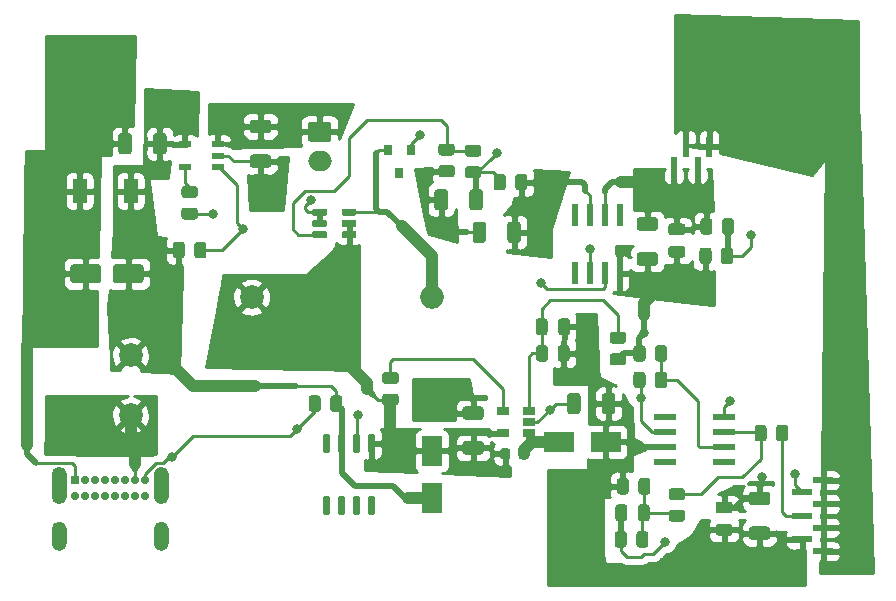
<source format=gbr>
%TF.GenerationSoftware,KiCad,Pcbnew,(5.1.10)-1*%
%TF.CreationDate,2022-10-02T14:19:25-06:00*%
%TF.ProjectId,PowerSupply,506f7765-7253-4757-9070-6c792e6b6963,rev?*%
%TF.SameCoordinates,Original*%
%TF.FileFunction,Copper,L1,Top*%
%TF.FilePolarity,Positive*%
%FSLAX46Y46*%
G04 Gerber Fmt 4.6, Leading zero omitted, Abs format (unit mm)*
G04 Created by KiCad (PCBNEW (5.1.10)-1) date 2022-10-02 14:19:25*
%MOMM*%
%LPD*%
G01*
G04 APERTURE LIST*
%TA.AperFunction,SMDPad,CuDef*%
%ADD10R,1.750000X0.600000*%
%TD*%
%TA.AperFunction,SMDPad,CuDef*%
%ADD11R,0.600000X1.750000*%
%TD*%
%TA.AperFunction,SMDPad,CuDef*%
%ADD12R,1.060000X0.650000*%
%TD*%
%TA.AperFunction,SMDPad,CuDef*%
%ADD13R,1.100000X0.600000*%
%TD*%
%TA.AperFunction,SMDPad,CuDef*%
%ADD14R,0.558800X1.981200*%
%TD*%
%TA.AperFunction,SMDPad,CuDef*%
%ADD15R,1.981200X0.558800*%
%TD*%
%TA.AperFunction,ComponentPad*%
%ADD16O,2.000000X2.000000*%
%TD*%
%TA.AperFunction,ComponentPad*%
%ADD17C,2.000000*%
%TD*%
%TA.AperFunction,ComponentPad*%
%ADD18O,2.000000X1.700000*%
%TD*%
%TA.AperFunction,ComponentPad*%
%ADD19C,0.700000*%
%TD*%
%TA.AperFunction,ComponentPad*%
%ADD20R,0.700000X0.700000*%
%TD*%
%TA.AperFunction,SMDPad,CuDef*%
%ADD21R,2.500000X1.800000*%
%TD*%
%TA.AperFunction,SMDPad,CuDef*%
%ADD22R,1.800000X2.500000*%
%TD*%
%TA.AperFunction,SMDPad,CuDef*%
%ADD23R,1.270000X2.108200*%
%TD*%
%TA.AperFunction,SMDPad,CuDef*%
%ADD24R,0.800000X0.900000*%
%TD*%
%TA.AperFunction,ViaPad*%
%ADD25C,0.800000*%
%TD*%
%TA.AperFunction,Conductor*%
%ADD26C,0.250000*%
%TD*%
%TA.AperFunction,Conductor*%
%ADD27C,0.500000*%
%TD*%
%TA.AperFunction,Conductor*%
%ADD28C,1.000000*%
%TD*%
%TA.AperFunction,Conductor*%
%ADD29C,0.254000*%
%TD*%
%TA.AperFunction,Conductor*%
%ADD30C,0.100000*%
%TD*%
G04 APERTURE END LIST*
D10*
%TO.P,J104,6*%
%TO.N,CHG_STAT*%
X118945000Y-83600000D03*
%TO.P,J104,4*%
%TO.N,/VBiasGenerator/BIAS_SET*%
X118945000Y-85600000D03*
%TO.P,J104,2*%
%TO.N,+5V*%
X118945000Y-87600000D03*
%TO.P,J104,7*%
%TO.N,GND*%
X120695000Y-82600000D03*
%TO.P,J104,5*%
X120695000Y-84600000D03*
%TO.P,J104,3*%
X120695000Y-86600000D03*
%TO.P,J104,1*%
X120695000Y-88600000D03*
%TD*%
D11*
%TO.P,J103,4*%
%TO.N,V_BIAS*%
X108070000Y-56100000D03*
%TO.P,J103,2*%
X110070000Y-56100000D03*
%TO.P,J103,3*%
%TO.N,GND*%
X109070000Y-54350000D03*
%TO.P,J103,1*%
X111070000Y-54350000D03*
%TD*%
%TO.P,C301,2*%
%TO.N,GND*%
%TA.AperFunction,SMDPad,CuDef*%
G36*
G01*
X59570000Y-64550000D02*
X59570000Y-65650000D01*
G75*
G02*
X59320000Y-65900000I-250000J0D01*
G01*
X57220000Y-65900000D01*
G75*
G02*
X56970000Y-65650000I0J250000D01*
G01*
X56970000Y-64550000D01*
G75*
G02*
X57220000Y-64300000I250000J0D01*
G01*
X59320000Y-64300000D01*
G75*
G02*
X59570000Y-64550000I0J-250000D01*
G01*
G37*
%TD.AperFunction*%
%TO.P,C301,1*%
%TO.N,VBUS*%
%TA.AperFunction,SMDPad,CuDef*%
G36*
G01*
X63170000Y-64550000D02*
X63170000Y-65650000D01*
G75*
G02*
X62920000Y-65900000I-250000J0D01*
G01*
X60820000Y-65900000D01*
G75*
G02*
X60570000Y-65650000I0J250000D01*
G01*
X60570000Y-64550000D01*
G75*
G02*
X60820000Y-64300000I250000J0D01*
G01*
X62920000Y-64300000D01*
G75*
G02*
X63170000Y-64550000I0J-250000D01*
G01*
G37*
%TD.AperFunction*%
%TD*%
D12*
%TO.P,e,5*%
%TO.N,VCC*%
X93570000Y-78600000D03*
%TO.P,e,4*%
%TO.N,Net-(R303-Pad2)*%
X93570000Y-76700000D03*
%TO.P,e,3*%
%TO.N,Net-(C305-Pad2)*%
X95770000Y-76700000D03*
%TO.P,e,2*%
%TO.N,GND*%
X95770000Y-77650000D03*
%TO.P,e,1*%
%TO.N,Net-(D303-Pad2)*%
X95770000Y-78600000D03*
%TD*%
D13*
%TO.P,U301,5*%
%TO.N,Net-(R304-Pad1)*%
X66670000Y-56049999D03*
%TO.P,U301,4*%
%TO.N,VBUS*%
X66670000Y-54149999D03*
%TO.P,U301,3*%
%TO.N,+BATT*%
X69470000Y-54149999D03*
%TO.P,U301,2*%
%TO.N,GND*%
X69470000Y-55099999D03*
%TO.P,U301,1*%
%TO.N,CHG_STAT*%
X69470000Y-56049999D03*
%TD*%
D14*
%TO.P,U203,8*%
%TO.N,N/C*%
X99665000Y-60136200D03*
%TO.P,U203,7*%
%TO.N,+33V*%
X100935000Y-60136200D03*
%TO.P,U203,6*%
%TO.N,V_BIAS*%
X102205000Y-60136200D03*
%TO.P,U203,5*%
%TO.N,N/C*%
X103475000Y-60136200D03*
%TO.P,U203,4*%
%TO.N,GND*%
X103475000Y-65063800D03*
%TO.P,U203,3*%
%TO.N,Net-(R206-Pad1)*%
X102205000Y-65063800D03*
%TO.P,U203,2*%
%TO.N,Net-(R209-Pad2)*%
X100935000Y-65063800D03*
%TO.P,U203,1*%
%TO.N,N/C*%
X99665000Y-65063800D03*
%TD*%
D15*
%TO.P,e,8*%
%TO.N,N/C*%
X107356200Y-81005000D03*
%TO.P,e,7*%
%TO.N,+5V*%
X107356200Y-79735000D03*
%TO.P,e,6*%
%TO.N,Net-(R206-Pad1)*%
X107356200Y-78465000D03*
%TO.P,e,5*%
%TO.N,N/C*%
X107356200Y-77195000D03*
%TO.P,e,4*%
%TO.N,GND*%
X112283800Y-77195000D03*
%TO.P,e,3*%
%TO.N,Net-(R203-Pad1)*%
X112283800Y-78465000D03*
%TO.P,e,2*%
%TO.N,Net-(R205-Pad2)*%
X112283800Y-79735000D03*
%TO.P,e,1*%
%TO.N,N/C*%
X112283800Y-81005000D03*
%TD*%
%TO.P,U201,6*%
%TO.N,Net-(D201-Pad2)*%
%TA.AperFunction,SMDPad,CuDef*%
G36*
G01*
X79955000Y-60110000D02*
X79955000Y-59690000D01*
G75*
G02*
X80045000Y-59600000I90000J0D01*
G01*
X81085000Y-59600000D01*
G75*
G02*
X81175000Y-59690000I0J-90000D01*
G01*
X81175000Y-60110000D01*
G75*
G02*
X81085000Y-60200000I-90000J0D01*
G01*
X80045000Y-60200000D01*
G75*
G02*
X79955000Y-60110000I0J90000D01*
G01*
G37*
%TD.AperFunction*%
%TO.P,U201,5*%
%TO.N,VCC*%
%TA.AperFunction,SMDPad,CuDef*%
G36*
G01*
X79955000Y-61060000D02*
X79955000Y-60640000D01*
G75*
G02*
X80045000Y-60550000I90000J0D01*
G01*
X81085000Y-60550000D01*
G75*
G02*
X81175000Y-60640000I0J-90000D01*
G01*
X81175000Y-61060000D01*
G75*
G02*
X81085000Y-61150000I-90000J0D01*
G01*
X80045000Y-61150000D01*
G75*
G02*
X79955000Y-61060000I0J90000D01*
G01*
G37*
%TD.AperFunction*%
%TO.P,U201,4*%
%TA.AperFunction,SMDPad,CuDef*%
G36*
G01*
X79955000Y-62010000D02*
X79955000Y-61590000D01*
G75*
G02*
X80045000Y-61500000I90000J0D01*
G01*
X81085000Y-61500000D01*
G75*
G02*
X81175000Y-61590000I0J-90000D01*
G01*
X81175000Y-62010000D01*
G75*
G02*
X81085000Y-62100000I-90000J0D01*
G01*
X80045000Y-62100000D01*
G75*
G02*
X79955000Y-62010000I0J90000D01*
G01*
G37*
%TD.AperFunction*%
%TO.P,U201,3*%
%TO.N,/VBiasGenerator/Vfb*%
%TA.AperFunction,SMDPad,CuDef*%
G36*
G01*
X77465000Y-62010000D02*
X77465000Y-61590000D01*
G75*
G02*
X77555000Y-61500000I90000J0D01*
G01*
X78595000Y-61500000D01*
G75*
G02*
X78685000Y-61590000I0J-90000D01*
G01*
X78685000Y-62010000D01*
G75*
G02*
X78595000Y-62100000I-90000J0D01*
G01*
X77555000Y-62100000D01*
G75*
G02*
X77465000Y-62010000I0J90000D01*
G01*
G37*
%TD.AperFunction*%
%TO.P,U201,2*%
%TO.N,GND*%
%TA.AperFunction,SMDPad,CuDef*%
G36*
G01*
X77465000Y-61060000D02*
X77465000Y-60640000D01*
G75*
G02*
X77555000Y-60550000I90000J0D01*
G01*
X78595000Y-60550000D01*
G75*
G02*
X78685000Y-60640000I0J-90000D01*
G01*
X78685000Y-61060000D01*
G75*
G02*
X78595000Y-61150000I-90000J0D01*
G01*
X77555000Y-61150000D01*
G75*
G02*
X77465000Y-61060000I0J90000D01*
G01*
G37*
%TD.AperFunction*%
%TO.P,U201,1*%
%TA.AperFunction,SMDPad,CuDef*%
G36*
G01*
X77465000Y-60110000D02*
X77465000Y-59690000D01*
G75*
G02*
X77555000Y-59600000I90000J0D01*
G01*
X78595000Y-59600000D01*
G75*
G02*
X78685000Y-59690000I0J-90000D01*
G01*
X78685000Y-60110000D01*
G75*
G02*
X78595000Y-60200000I-90000J0D01*
G01*
X77555000Y-60200000D01*
G75*
G02*
X77465000Y-60110000I0J90000D01*
G01*
G37*
%TD.AperFunction*%
%TD*%
%TO.P,R306,2*%
%TO.N,Net-(C305-Pad2)*%
%TA.AperFunction,SMDPad,CuDef*%
G36*
G01*
X97420000Y-71399998D02*
X97420000Y-72300002D01*
G75*
G02*
X97170002Y-72550000I-249998J0D01*
G01*
X96644998Y-72550000D01*
G75*
G02*
X96395000Y-72300002I0J249998D01*
G01*
X96395000Y-71399998D01*
G75*
G02*
X96644998Y-71150000I249998J0D01*
G01*
X97170002Y-71150000D01*
G75*
G02*
X97420000Y-71399998I0J-249998D01*
G01*
G37*
%TD.AperFunction*%
%TO.P,R306,1*%
%TO.N,+5V*%
%TA.AperFunction,SMDPad,CuDef*%
G36*
G01*
X99245000Y-71399998D02*
X99245000Y-72300002D01*
G75*
G02*
X98995002Y-72550000I-249998J0D01*
G01*
X98469998Y-72550000D01*
G75*
G02*
X98220000Y-72300002I0J249998D01*
G01*
X98220000Y-71399998D01*
G75*
G02*
X98469998Y-71150000I249998J0D01*
G01*
X98995002Y-71150000D01*
G75*
G02*
X99245000Y-71399998I0J-249998D01*
G01*
G37*
%TD.AperFunction*%
%TD*%
%TO.P,R305,2*%
%TO.N,GND*%
%TA.AperFunction,SMDPad,CuDef*%
G36*
G01*
X102869998Y-71837500D02*
X103770002Y-71837500D01*
G75*
G02*
X104020000Y-72087498I0J-249998D01*
G01*
X104020000Y-72612502D01*
G75*
G02*
X103770002Y-72862500I-249998J0D01*
G01*
X102869998Y-72862500D01*
G75*
G02*
X102620000Y-72612502I0J249998D01*
G01*
X102620000Y-72087498D01*
G75*
G02*
X102869998Y-71837500I249998J0D01*
G01*
G37*
%TD.AperFunction*%
%TO.P,R305,1*%
%TO.N,Net-(C305-Pad2)*%
%TA.AperFunction,SMDPad,CuDef*%
G36*
G01*
X102869998Y-70012500D02*
X103770002Y-70012500D01*
G75*
G02*
X104020000Y-70262498I0J-249998D01*
G01*
X104020000Y-70787502D01*
G75*
G02*
X103770002Y-71037500I-249998J0D01*
G01*
X102869998Y-71037500D01*
G75*
G02*
X102620000Y-70787502I0J249998D01*
G01*
X102620000Y-70262498D01*
G75*
G02*
X102869998Y-70012500I249998J0D01*
G01*
G37*
%TD.AperFunction*%
%TD*%
%TO.P,R304,2*%
%TO.N,GND*%
%TA.AperFunction,SMDPad,CuDef*%
G36*
G01*
X66619998Y-59500000D02*
X67520002Y-59500000D01*
G75*
G02*
X67770000Y-59749998I0J-249998D01*
G01*
X67770000Y-60275002D01*
G75*
G02*
X67520002Y-60525000I-249998J0D01*
G01*
X66619998Y-60525000D01*
G75*
G02*
X66370000Y-60275002I0J249998D01*
G01*
X66370000Y-59749998D01*
G75*
G02*
X66619998Y-59500000I249998J0D01*
G01*
G37*
%TD.AperFunction*%
%TO.P,R304,1*%
%TO.N,Net-(R304-Pad1)*%
%TA.AperFunction,SMDPad,CuDef*%
G36*
G01*
X66619998Y-57675000D02*
X67520002Y-57675000D01*
G75*
G02*
X67770000Y-57924998I0J-249998D01*
G01*
X67770000Y-58450002D01*
G75*
G02*
X67520002Y-58700000I-249998J0D01*
G01*
X66619998Y-58700000D01*
G75*
G02*
X66370000Y-58450002I0J249998D01*
G01*
X66370000Y-57924998D01*
G75*
G02*
X66619998Y-57675000I249998J0D01*
G01*
G37*
%TD.AperFunction*%
%TD*%
%TO.P,R303,2*%
%TO.N,Net-(R303-Pad2)*%
%TA.AperFunction,SMDPad,CuDef*%
G36*
G01*
X84520002Y-74450000D02*
X83619998Y-74450000D01*
G75*
G02*
X83370000Y-74200002I0J249998D01*
G01*
X83370000Y-73674998D01*
G75*
G02*
X83619998Y-73425000I249998J0D01*
G01*
X84520002Y-73425000D01*
G75*
G02*
X84770000Y-73674998I0J-249998D01*
G01*
X84770000Y-74200002D01*
G75*
G02*
X84520002Y-74450000I-249998J0D01*
G01*
G37*
%TD.AperFunction*%
%TO.P,R303,1*%
%TO.N,VCC*%
%TA.AperFunction,SMDPad,CuDef*%
G36*
G01*
X84520002Y-76275000D02*
X83619998Y-76275000D01*
G75*
G02*
X83370000Y-76025002I0J249998D01*
G01*
X83370000Y-75499998D01*
G75*
G02*
X83619998Y-75250000I249998J0D01*
G01*
X84520002Y-75250000D01*
G75*
G02*
X84770000Y-75499998I0J-249998D01*
G01*
X84770000Y-76025002D01*
G75*
G02*
X84520002Y-76275000I-249998J0D01*
G01*
G37*
%TD.AperFunction*%
%TD*%
%TO.P,R302,2*%
%TO.N,CHG_STAT*%
%TA.AperFunction,SMDPad,CuDef*%
G36*
G01*
X67470000Y-63550002D02*
X67470000Y-62649998D01*
G75*
G02*
X67719998Y-62400000I249998J0D01*
G01*
X68245002Y-62400000D01*
G75*
G02*
X68495000Y-62649998I0J-249998D01*
G01*
X68495000Y-63550002D01*
G75*
G02*
X68245002Y-63800000I-249998J0D01*
G01*
X67719998Y-63800000D01*
G75*
G02*
X67470000Y-63550002I0J249998D01*
G01*
G37*
%TD.AperFunction*%
%TO.P,R302,1*%
%TO.N,VBUS*%
%TA.AperFunction,SMDPad,CuDef*%
G36*
G01*
X65645000Y-63550002D02*
X65645000Y-62649998D01*
G75*
G02*
X65894998Y-62400000I249998J0D01*
G01*
X66420002Y-62400000D01*
G75*
G02*
X66670000Y-62649998I0J-249998D01*
G01*
X66670000Y-63550002D01*
G75*
G02*
X66420002Y-63800000I-249998J0D01*
G01*
X65894998Y-63800000D01*
G75*
G02*
X65645000Y-63550002I0J249998D01*
G01*
G37*
%TD.AperFunction*%
%TD*%
%TO.P,R301,2*%
%TO.N,VBUS*%
%TA.AperFunction,SMDPad,CuDef*%
G36*
G01*
X78970000Y-76550002D02*
X78970000Y-75649998D01*
G75*
G02*
X79219998Y-75400000I249998J0D01*
G01*
X79745002Y-75400000D01*
G75*
G02*
X79995000Y-75649998I0J-249998D01*
G01*
X79995000Y-76550002D01*
G75*
G02*
X79745002Y-76800000I-249998J0D01*
G01*
X79219998Y-76800000D01*
G75*
G02*
X78970000Y-76550002I0J249998D01*
G01*
G37*
%TD.AperFunction*%
%TO.P,R301,1*%
%TO.N,GND*%
%TA.AperFunction,SMDPad,CuDef*%
G36*
G01*
X77145000Y-76550002D02*
X77145000Y-75649998D01*
G75*
G02*
X77394998Y-75400000I249998J0D01*
G01*
X77920002Y-75400000D01*
G75*
G02*
X78170000Y-75649998I0J-249998D01*
G01*
X78170000Y-76550002D01*
G75*
G02*
X77920002Y-76800000I-249998J0D01*
G01*
X77394998Y-76800000D01*
G75*
G02*
X77145000Y-76550002I0J249998D01*
G01*
G37*
%TD.AperFunction*%
%TD*%
%TO.P,R211,2*%
%TO.N,Net-(R209-Pad2)*%
%TA.AperFunction,SMDPad,CuDef*%
G36*
G01*
X112132500Y-61550002D02*
X112132500Y-60649998D01*
G75*
G02*
X112382498Y-60400000I249998J0D01*
G01*
X112907502Y-60400000D01*
G75*
G02*
X113157500Y-60649998I0J-249998D01*
G01*
X113157500Y-61550002D01*
G75*
G02*
X112907502Y-61800000I-249998J0D01*
G01*
X112382498Y-61800000D01*
G75*
G02*
X112132500Y-61550002I0J249998D01*
G01*
G37*
%TD.AperFunction*%
%TO.P,R211,1*%
%TO.N,V_BIAS*%
%TA.AperFunction,SMDPad,CuDef*%
G36*
G01*
X110307500Y-61550002D02*
X110307500Y-60649998D01*
G75*
G02*
X110557498Y-60400000I249998J0D01*
G01*
X111082502Y-60400000D01*
G75*
G02*
X111332500Y-60649998I0J-249998D01*
G01*
X111332500Y-61550002D01*
G75*
G02*
X111082502Y-61800000I-249998J0D01*
G01*
X110557498Y-61800000D01*
G75*
G02*
X110307500Y-61550002I0J249998D01*
G01*
G37*
%TD.AperFunction*%
%TD*%
%TO.P,R210,2*%
%TO.N,Net-(C202-Pad1)*%
%TA.AperFunction,SMDPad,CuDef*%
G36*
G01*
X93832500Y-56899998D02*
X93832500Y-57800002D01*
G75*
G02*
X93582502Y-58050000I-249998J0D01*
G01*
X93057498Y-58050000D01*
G75*
G02*
X92807500Y-57800002I0J249998D01*
G01*
X92807500Y-56899998D01*
G75*
G02*
X93057498Y-56650000I249998J0D01*
G01*
X93582502Y-56650000D01*
G75*
G02*
X93832500Y-56899998I0J-249998D01*
G01*
G37*
%TD.AperFunction*%
%TO.P,R210,1*%
%TO.N,+33V*%
%TA.AperFunction,SMDPad,CuDef*%
G36*
G01*
X95657500Y-56899998D02*
X95657500Y-57800002D01*
G75*
G02*
X95407502Y-58050000I-249998J0D01*
G01*
X94882498Y-58050000D01*
G75*
G02*
X94632500Y-57800002I0J249998D01*
G01*
X94632500Y-56899998D01*
G75*
G02*
X94882498Y-56650000I249998J0D01*
G01*
X95407502Y-56650000D01*
G75*
G02*
X95657500Y-56899998I0J-249998D01*
G01*
G37*
%TD.AperFunction*%
%TD*%
%TO.P,R209,2*%
%TO.N,Net-(R209-Pad2)*%
%TA.AperFunction,SMDPad,CuDef*%
G36*
G01*
X112057500Y-64050002D02*
X112057500Y-63149998D01*
G75*
G02*
X112307498Y-62900000I249998J0D01*
G01*
X112832502Y-62900000D01*
G75*
G02*
X113082500Y-63149998I0J-249998D01*
G01*
X113082500Y-64050002D01*
G75*
G02*
X112832502Y-64300000I-249998J0D01*
G01*
X112307498Y-64300000D01*
G75*
G02*
X112057500Y-64050002I0J249998D01*
G01*
G37*
%TD.AperFunction*%
%TO.P,R209,1*%
%TO.N,GND*%
%TA.AperFunction,SMDPad,CuDef*%
G36*
G01*
X110232500Y-64050002D02*
X110232500Y-63149998D01*
G75*
G02*
X110482498Y-62900000I249998J0D01*
G01*
X111007502Y-62900000D01*
G75*
G02*
X111257500Y-63149998I0J-249998D01*
G01*
X111257500Y-64050002D01*
G75*
G02*
X111007502Y-64300000I-249998J0D01*
G01*
X110482498Y-64300000D01*
G75*
G02*
X110232500Y-64050002I0J249998D01*
G01*
G37*
%TD.AperFunction*%
%TD*%
%TO.P,R208,2*%
%TO.N,GND*%
%TA.AperFunction,SMDPad,CuDef*%
G36*
G01*
X88369998Y-55912500D02*
X89270002Y-55912500D01*
G75*
G02*
X89520000Y-56162498I0J-249998D01*
G01*
X89520000Y-56687502D01*
G75*
G02*
X89270002Y-56937500I-249998J0D01*
G01*
X88369998Y-56937500D01*
G75*
G02*
X88120000Y-56687502I0J249998D01*
G01*
X88120000Y-56162498D01*
G75*
G02*
X88369998Y-55912500I249998J0D01*
G01*
G37*
%TD.AperFunction*%
%TO.P,R208,1*%
%TO.N,/VBiasGenerator/Vfb*%
%TA.AperFunction,SMDPad,CuDef*%
G36*
G01*
X88369998Y-54087500D02*
X89270002Y-54087500D01*
G75*
G02*
X89520000Y-54337498I0J-249998D01*
G01*
X89520000Y-54862502D01*
G75*
G02*
X89270002Y-55112500I-249998J0D01*
G01*
X88369998Y-55112500D01*
G75*
G02*
X88120000Y-54862502I0J249998D01*
G01*
X88120000Y-54337498D01*
G75*
G02*
X88369998Y-54087500I249998J0D01*
G01*
G37*
%TD.AperFunction*%
%TD*%
%TO.P,R207,2*%
%TO.N,/VBiasGenerator/Vfb*%
%TA.AperFunction,SMDPad,CuDef*%
G36*
G01*
X91520002Y-55200000D02*
X90619998Y-55200000D01*
G75*
G02*
X90370000Y-54950002I0J249998D01*
G01*
X90370000Y-54424998D01*
G75*
G02*
X90619998Y-54175000I249998J0D01*
G01*
X91520002Y-54175000D01*
G75*
G02*
X91770000Y-54424998I0J-249998D01*
G01*
X91770000Y-54950002D01*
G75*
G02*
X91520002Y-55200000I-249998J0D01*
G01*
G37*
%TD.AperFunction*%
%TO.P,R207,1*%
%TO.N,Net-(C202-Pad1)*%
%TA.AperFunction,SMDPad,CuDef*%
G36*
G01*
X91520002Y-57025000D02*
X90619998Y-57025000D01*
G75*
G02*
X90370000Y-56775002I0J249998D01*
G01*
X90370000Y-56249998D01*
G75*
G02*
X90619998Y-56000000I249998J0D01*
G01*
X91520002Y-56000000D01*
G75*
G02*
X91770000Y-56249998I0J-249998D01*
G01*
X91770000Y-56775002D01*
G75*
G02*
X91520002Y-57025000I-249998J0D01*
G01*
G37*
%TD.AperFunction*%
%TD*%
%TO.P,R206,2*%
%TO.N,Net-(R205-Pad2)*%
%TA.AperFunction,SMDPad,CuDef*%
G36*
G01*
X106470000Y-74550002D02*
X106470000Y-73649998D01*
G75*
G02*
X106719998Y-73400000I249998J0D01*
G01*
X107245002Y-73400000D01*
G75*
G02*
X107495000Y-73649998I0J-249998D01*
G01*
X107495000Y-74550002D01*
G75*
G02*
X107245002Y-74800000I-249998J0D01*
G01*
X106719998Y-74800000D01*
G75*
G02*
X106470000Y-74550002I0J249998D01*
G01*
G37*
%TD.AperFunction*%
%TO.P,R206,1*%
%TO.N,Net-(R206-Pad1)*%
%TA.AperFunction,SMDPad,CuDef*%
G36*
G01*
X104645000Y-74550002D02*
X104645000Y-73649998D01*
G75*
G02*
X104894998Y-73400000I249998J0D01*
G01*
X105420002Y-73400000D01*
G75*
G02*
X105670000Y-73649998I0J-249998D01*
G01*
X105670000Y-74550002D01*
G75*
G02*
X105420002Y-74800000I-249998J0D01*
G01*
X104894998Y-74800000D01*
G75*
G02*
X104645000Y-74550002I0J249998D01*
G01*
G37*
%TD.AperFunction*%
%TD*%
%TO.P,R205,2*%
%TO.N,Net-(R205-Pad2)*%
%TA.AperFunction,SMDPad,CuDef*%
G36*
G01*
X106470000Y-72300002D02*
X106470000Y-71399998D01*
G75*
G02*
X106719998Y-71150000I249998J0D01*
G01*
X107245002Y-71150000D01*
G75*
G02*
X107495000Y-71399998I0J-249998D01*
G01*
X107495000Y-72300002D01*
G75*
G02*
X107245002Y-72550000I-249998J0D01*
G01*
X106719998Y-72550000D01*
G75*
G02*
X106470000Y-72300002I0J249998D01*
G01*
G37*
%TD.AperFunction*%
%TO.P,R205,1*%
%TO.N,GND*%
%TA.AperFunction,SMDPad,CuDef*%
G36*
G01*
X104645000Y-72300002D02*
X104645000Y-71399998D01*
G75*
G02*
X104894998Y-71150000I249998J0D01*
G01*
X105420002Y-71150000D01*
G75*
G02*
X105670000Y-71399998I0J-249998D01*
G01*
X105670000Y-72300002D01*
G75*
G02*
X105420002Y-72550000I-249998J0D01*
G01*
X104894998Y-72550000D01*
G75*
G02*
X104645000Y-72300002I0J249998D01*
G01*
G37*
%TD.AperFunction*%
%TD*%
%TO.P,R204,2*%
%TO.N,/VBiasGenerator/BIAS_SET*%
%TA.AperFunction,SMDPad,CuDef*%
G36*
G01*
X116720000Y-79050002D02*
X116720000Y-78149998D01*
G75*
G02*
X116969998Y-77900000I249998J0D01*
G01*
X117495002Y-77900000D01*
G75*
G02*
X117745000Y-78149998I0J-249998D01*
G01*
X117745000Y-79050002D01*
G75*
G02*
X117495002Y-79300000I-249998J0D01*
G01*
X116969998Y-79300000D01*
G75*
G02*
X116720000Y-79050002I0J249998D01*
G01*
G37*
%TD.AperFunction*%
%TO.P,R204,1*%
%TO.N,Net-(R203-Pad1)*%
%TA.AperFunction,SMDPad,CuDef*%
G36*
G01*
X114895000Y-79050002D02*
X114895000Y-78149998D01*
G75*
G02*
X115144998Y-77900000I249998J0D01*
G01*
X115670002Y-77900000D01*
G75*
G02*
X115920000Y-78149998I0J-249998D01*
G01*
X115920000Y-79050002D01*
G75*
G02*
X115670002Y-79300000I-249998J0D01*
G01*
X115144998Y-79300000D01*
G75*
G02*
X114895000Y-79050002I0J249998D01*
G01*
G37*
%TD.AperFunction*%
%TD*%
%TO.P,R203,2*%
%TO.N,Net-(C201-Pad1)*%
%TA.AperFunction,SMDPad,CuDef*%
G36*
G01*
X107869998Y-85087500D02*
X108770002Y-85087500D01*
G75*
G02*
X109020000Y-85337498I0J-249998D01*
G01*
X109020000Y-85862502D01*
G75*
G02*
X108770002Y-86112500I-249998J0D01*
G01*
X107869998Y-86112500D01*
G75*
G02*
X107620000Y-85862502I0J249998D01*
G01*
X107620000Y-85337498D01*
G75*
G02*
X107869998Y-85087500I249998J0D01*
G01*
G37*
%TD.AperFunction*%
%TO.P,R203,1*%
%TO.N,Net-(R203-Pad1)*%
%TA.AperFunction,SMDPad,CuDef*%
G36*
G01*
X107869998Y-83262500D02*
X108770002Y-83262500D01*
G75*
G02*
X109020000Y-83512498I0J-249998D01*
G01*
X109020000Y-84037502D01*
G75*
G02*
X108770002Y-84287500I-249998J0D01*
G01*
X107869998Y-84287500D01*
G75*
G02*
X107620000Y-84037502I0J249998D01*
G01*
X107620000Y-83512498D01*
G75*
G02*
X107869998Y-83262500I249998J0D01*
G01*
G37*
%TD.AperFunction*%
%TD*%
%TO.P,R202,2*%
%TO.N,GND*%
%TA.AperFunction,SMDPad,CuDef*%
G36*
G01*
X104082500Y-87149998D02*
X104082500Y-88050002D01*
G75*
G02*
X103832502Y-88300000I-249998J0D01*
G01*
X103307498Y-88300000D01*
G75*
G02*
X103057500Y-88050002I0J249998D01*
G01*
X103057500Y-87149998D01*
G75*
G02*
X103307498Y-86900000I249998J0D01*
G01*
X103832502Y-86900000D01*
G75*
G02*
X104082500Y-87149998I0J-249998D01*
G01*
G37*
%TD.AperFunction*%
%TO.P,R202,1*%
%TO.N,Net-(C201-Pad1)*%
%TA.AperFunction,SMDPad,CuDef*%
G36*
G01*
X105907500Y-87149998D02*
X105907500Y-88050002D01*
G75*
G02*
X105657502Y-88300000I-249998J0D01*
G01*
X105132498Y-88300000D01*
G75*
G02*
X104882500Y-88050002I0J249998D01*
G01*
X104882500Y-87149998D01*
G75*
G02*
X105132498Y-86900000I249998J0D01*
G01*
X105657502Y-86900000D01*
G75*
G02*
X105907500Y-87149998I0J-249998D01*
G01*
G37*
%TD.AperFunction*%
%TD*%
%TO.P,e,2*%
%TO.N,Net-(C201-Pad1)*%
%TA.AperFunction,SMDPad,CuDef*%
G36*
G01*
X105057500Y-83550002D02*
X105057500Y-82649998D01*
G75*
G02*
X105307498Y-82400000I249998J0D01*
G01*
X105832502Y-82400000D01*
G75*
G02*
X106082500Y-82649998I0J-249998D01*
G01*
X106082500Y-83550002D01*
G75*
G02*
X105832502Y-83800000I-249998J0D01*
G01*
X105307498Y-83800000D01*
G75*
G02*
X105057500Y-83550002I0J249998D01*
G01*
G37*
%TD.AperFunction*%
%TO.P,e,1*%
%TO.N,+5V*%
%TA.AperFunction,SMDPad,CuDef*%
G36*
G01*
X103232500Y-83550002D02*
X103232500Y-82649998D01*
G75*
G02*
X103482498Y-82400000I249998J0D01*
G01*
X104007502Y-82400000D01*
G75*
G02*
X104257500Y-82649998I0J-249998D01*
G01*
X104257500Y-83550002D01*
G75*
G02*
X104007502Y-83800000I-249998J0D01*
G01*
X103482498Y-83800000D01*
G75*
G02*
X103232500Y-83550002I0J249998D01*
G01*
G37*
%TD.AperFunction*%
%TD*%
%TO.P,Q301,8*%
%TO.N,N/C*%
%TA.AperFunction,SMDPad,CuDef*%
G36*
G01*
X82325000Y-83900000D02*
X82625000Y-83900000D01*
G75*
G02*
X82775000Y-84050000I0J-150000D01*
G01*
X82775000Y-85400000D01*
G75*
G02*
X82625000Y-85550000I-150000J0D01*
G01*
X82325000Y-85550000D01*
G75*
G02*
X82175000Y-85400000I0J150000D01*
G01*
X82175000Y-84050000D01*
G75*
G02*
X82325000Y-83900000I150000J0D01*
G01*
G37*
%TD.AperFunction*%
%TO.P,Q301,7*%
%TA.AperFunction,SMDPad,CuDef*%
G36*
G01*
X81055000Y-83900000D02*
X81355000Y-83900000D01*
G75*
G02*
X81505000Y-84050000I0J-150000D01*
G01*
X81505000Y-85400000D01*
G75*
G02*
X81355000Y-85550000I-150000J0D01*
G01*
X81055000Y-85550000D01*
G75*
G02*
X80905000Y-85400000I0J150000D01*
G01*
X80905000Y-84050000D01*
G75*
G02*
X81055000Y-83900000I150000J0D01*
G01*
G37*
%TD.AperFunction*%
%TO.P,Q301,6*%
%TA.AperFunction,SMDPad,CuDef*%
G36*
G01*
X79785000Y-83900000D02*
X80085000Y-83900000D01*
G75*
G02*
X80235000Y-84050000I0J-150000D01*
G01*
X80235000Y-85400000D01*
G75*
G02*
X80085000Y-85550000I-150000J0D01*
G01*
X79785000Y-85550000D01*
G75*
G02*
X79635000Y-85400000I0J150000D01*
G01*
X79635000Y-84050000D01*
G75*
G02*
X79785000Y-83900000I150000J0D01*
G01*
G37*
%TD.AperFunction*%
%TO.P,Q301,5*%
%TA.AperFunction,SMDPad,CuDef*%
G36*
G01*
X78515000Y-83900000D02*
X78815000Y-83900000D01*
G75*
G02*
X78965000Y-84050000I0J-150000D01*
G01*
X78965000Y-85400000D01*
G75*
G02*
X78815000Y-85550000I-150000J0D01*
G01*
X78515000Y-85550000D01*
G75*
G02*
X78365000Y-85400000I0J150000D01*
G01*
X78365000Y-84050000D01*
G75*
G02*
X78515000Y-83900000I150000J0D01*
G01*
G37*
%TD.AperFunction*%
%TO.P,Q301,4*%
%TA.AperFunction,SMDPad,CuDef*%
G36*
G01*
X78515000Y-78650000D02*
X78815000Y-78650000D01*
G75*
G02*
X78965000Y-78800000I0J-150000D01*
G01*
X78965000Y-80150000D01*
G75*
G02*
X78815000Y-80300000I-150000J0D01*
G01*
X78515000Y-80300000D01*
G75*
G02*
X78365000Y-80150000I0J150000D01*
G01*
X78365000Y-78800000D01*
G75*
G02*
X78515000Y-78650000I150000J0D01*
G01*
G37*
%TD.AperFunction*%
%TO.P,Q301,3*%
%TO.N,VBUS*%
%TA.AperFunction,SMDPad,CuDef*%
G36*
G01*
X79785000Y-78650000D02*
X80085000Y-78650000D01*
G75*
G02*
X80235000Y-78800000I0J-150000D01*
G01*
X80235000Y-80150000D01*
G75*
G02*
X80085000Y-80300000I-150000J0D01*
G01*
X79785000Y-80300000D01*
G75*
G02*
X79635000Y-80150000I0J150000D01*
G01*
X79635000Y-78800000D01*
G75*
G02*
X79785000Y-78650000I150000J0D01*
G01*
G37*
%TD.AperFunction*%
%TO.P,Q301,2*%
%TO.N,+BATT*%
%TA.AperFunction,SMDPad,CuDef*%
G36*
G01*
X81055000Y-78650000D02*
X81355000Y-78650000D01*
G75*
G02*
X81505000Y-78800000I0J-150000D01*
G01*
X81505000Y-80150000D01*
G75*
G02*
X81355000Y-80300000I-150000J0D01*
G01*
X81055000Y-80300000D01*
G75*
G02*
X80905000Y-80150000I0J150000D01*
G01*
X80905000Y-78800000D01*
G75*
G02*
X81055000Y-78650000I150000J0D01*
G01*
G37*
%TD.AperFunction*%
%TO.P,Q301,1*%
%TO.N,VCC*%
%TA.AperFunction,SMDPad,CuDef*%
G36*
G01*
X82325000Y-78650000D02*
X82625000Y-78650000D01*
G75*
G02*
X82775000Y-78800000I0J-150000D01*
G01*
X82775000Y-80150000D01*
G75*
G02*
X82625000Y-80300000I-150000J0D01*
G01*
X82325000Y-80300000D01*
G75*
G02*
X82175000Y-80150000I0J150000D01*
G01*
X82175000Y-78800000D01*
G75*
G02*
X82325000Y-78650000I150000J0D01*
G01*
G37*
%TD.AperFunction*%
%TD*%
%TO.P,L301,2*%
%TO.N,Net-(D303-Pad2)*%
%TA.AperFunction,SMDPad,CuDef*%
G36*
G01*
X94920000Y-80606250D02*
X94920000Y-80093750D01*
G75*
G02*
X95138750Y-79875000I218750J0D01*
G01*
X95576250Y-79875000D01*
G75*
G02*
X95795000Y-80093750I0J-218750D01*
G01*
X95795000Y-80606250D01*
G75*
G02*
X95576250Y-80825000I-218750J0D01*
G01*
X95138750Y-80825000D01*
G75*
G02*
X94920000Y-80606250I0J218750D01*
G01*
G37*
%TD.AperFunction*%
%TO.P,L301,1*%
%TO.N,VCC*%
%TA.AperFunction,SMDPad,CuDef*%
G36*
G01*
X93345000Y-80606250D02*
X93345000Y-80093750D01*
G75*
G02*
X93563750Y-79875000I218750J0D01*
G01*
X94001250Y-79875000D01*
G75*
G02*
X94220000Y-80093750I0J-218750D01*
G01*
X94220000Y-80606250D01*
G75*
G02*
X94001250Y-80825000I-218750J0D01*
G01*
X93563750Y-80825000D01*
G75*
G02*
X93345000Y-80606250I0J218750D01*
G01*
G37*
%TD.AperFunction*%
%TD*%
D16*
%TO.P,L201,2*%
%TO.N,Net-(D201-Pad2)*%
X87560000Y-67100000D03*
D17*
%TO.P,L201,1*%
%TO.N,VCC*%
X72320000Y-67100000D03*
%TD*%
D18*
%TO.P,J302,2*%
%TO.N,GND*%
X78070000Y-55600000D03*
%TO.P,J302,1*%
%TO.N,+BATT*%
%TA.AperFunction,ComponentPad*%
G36*
G01*
X77320000Y-52250000D02*
X78820000Y-52250000D01*
G75*
G02*
X79070000Y-52500000I0J-250000D01*
G01*
X79070000Y-53700000D01*
G75*
G02*
X78820000Y-53950000I-250000J0D01*
G01*
X77320000Y-53950000D01*
G75*
G02*
X77070000Y-53700000I0J250000D01*
G01*
X77070000Y-52500000D01*
G75*
G02*
X77320000Y-52250000I250000J0D01*
G01*
G37*
%TD.AperFunction*%
%TD*%
%TO.P,e,4*%
%TO.N,N/C*%
%TA.AperFunction,SMDPad,CuDef*%
G36*
G01*
X64015000Y-87934999D02*
X64015000Y-86734999D01*
G75*
G02*
X64665000Y-86084999I650000J0D01*
G01*
X64665000Y-86084999D01*
G75*
G02*
X65315000Y-86734999I0J-650000D01*
G01*
X65315000Y-87934999D01*
G75*
G02*
X64665000Y-88584999I-650000J0D01*
G01*
X64665000Y-88584999D01*
G75*
G02*
X64015000Y-87934999I0J650000D01*
G01*
G37*
%TD.AperFunction*%
%TO.P,e,3*%
%TA.AperFunction,SMDPad,CuDef*%
G36*
G01*
X55375000Y-87934999D02*
X55375000Y-86734999D01*
G75*
G02*
X56025000Y-86084999I650000J0D01*
G01*
X56025000Y-86084999D01*
G75*
G02*
X56675000Y-86734999I0J-650000D01*
G01*
X56675000Y-87934999D01*
G75*
G02*
X56025000Y-88584999I-650000J0D01*
G01*
X56025000Y-88584999D01*
G75*
G02*
X55375000Y-87934999I0J650000D01*
G01*
G37*
%TD.AperFunction*%
%TO.P,e,4*%
%TA.AperFunction,ComponentPad*%
G36*
G01*
X64315000Y-87635001D02*
X64315000Y-86735001D01*
G75*
G02*
X64665000Y-86385001I350000J0D01*
G01*
X64665000Y-86385001D01*
G75*
G02*
X65015000Y-86735001I0J-350000D01*
G01*
X65015000Y-87635001D01*
G75*
G02*
X64665000Y-87985001I-350000J0D01*
G01*
X64665000Y-87985001D01*
G75*
G02*
X64315000Y-87635001I0J350000D01*
G01*
G37*
%TD.AperFunction*%
%TO.P,e,3*%
%TA.AperFunction,ComponentPad*%
G36*
G01*
X55675000Y-87635001D02*
X55675000Y-86735001D01*
G75*
G02*
X56025000Y-86385001I350000J0D01*
G01*
X56025000Y-86385001D01*
G75*
G02*
X56375000Y-86735001I0J-350000D01*
G01*
X56375000Y-87635001D01*
G75*
G02*
X56025000Y-87985001I-350000J0D01*
G01*
X56025000Y-87985001D01*
G75*
G02*
X55675000Y-87635001I0J350000D01*
G01*
G37*
%TD.AperFunction*%
D19*
%TO.P,e,B12*%
X57370000Y-83885002D03*
%TO.P,e,B9*%
X58220000Y-83885002D03*
%TO.P,e,B8*%
X59070000Y-83885002D03*
%TO.P,e,B7*%
X59920000Y-83885002D03*
%TO.P,e,B6*%
X60770000Y-83885002D03*
%TO.P,e,B5*%
X61620000Y-83885002D03*
%TO.P,e,B4*%
X62470000Y-83885002D03*
%TO.P,e,B1*%
X63320000Y-83885002D03*
%TO.P,e,A12*%
%TO.N,GND*%
X63320000Y-82535001D03*
%TO.P,e,A9*%
%TO.N,Net-(FB301-Pad1)*%
X62470000Y-82535001D03*
%TO.P,e,A8*%
%TO.N,N/C*%
X61620000Y-82535001D03*
%TO.P,e,A7*%
X60770000Y-82535001D03*
%TO.P,e,A6*%
X59920000Y-82535001D03*
%TO.P,e,A5*%
X59070000Y-82535001D03*
%TO.P,e,A4*%
%TO.N,Net-(FB301-Pad1)*%
X58220000Y-82535001D03*
D20*
%TO.P,e,A1*%
%TO.N,GND*%
X57370000Y-82535001D03*
%TO.P,e,2*%
%TO.N,N/C*%
%TA.AperFunction,ComponentPad*%
G36*
G01*
X64015000Y-83985001D02*
X64015000Y-82085001D01*
G75*
G02*
X64665000Y-81435001I650000J0D01*
G01*
X64665000Y-81435001D01*
G75*
G02*
X65315000Y-82085001I0J-650000D01*
G01*
X65315000Y-83985001D01*
G75*
G02*
X64665000Y-84635001I-650000J0D01*
G01*
X64665000Y-84635001D01*
G75*
G02*
X64015000Y-83985001I0J650000D01*
G01*
G37*
%TD.AperFunction*%
%TO.P,e,1*%
%TA.AperFunction,ComponentPad*%
G36*
G01*
X55375000Y-83985001D02*
X55375000Y-82085001D01*
G75*
G02*
X56025000Y-81435001I650000J0D01*
G01*
X56025000Y-81435001D01*
G75*
G02*
X56675000Y-82085001I0J-650000D01*
G01*
X56675000Y-83985001D01*
G75*
G02*
X56025000Y-84635001I-650000J0D01*
G01*
X56025000Y-84635001D01*
G75*
G02*
X55375000Y-83985001I0J650000D01*
G01*
G37*
%TD.AperFunction*%
%TD*%
D17*
%TO.P,FB301,1*%
%TO.N,Net-(FB301-Pad1)*%
X62070000Y-77100000D03*
%TO.P,FB301,2*%
%TO.N,VBUS*%
X62070000Y-72020000D03*
%TD*%
D21*
%TO.P,D303,2*%
%TO.N,Net-(D303-Pad2)*%
X98320000Y-79350000D03*
%TO.P,D303,1*%
%TO.N,+5V*%
X102320000Y-79350000D03*
%TD*%
D22*
%TO.P,e,2*%
%TO.N,VBUS*%
X87570000Y-84100000D03*
%TO.P,e,1*%
%TO.N,VCC*%
X87570000Y-80100000D03*
%TD*%
D23*
%TO.P,D301,A1*%
%TO.N,GND*%
X57752000Y-58100000D03*
%TO.P,D301,A2*%
%TO.N,VBUS*%
X62070000Y-58100000D03*
%TD*%
D24*
%TO.P,D201,3*%
%TO.N,N/C*%
X84820000Y-56600000D03*
%TO.P,D201,2*%
%TO.N,Net-(D201-Pad2)*%
X83870000Y-54600000D03*
%TO.P,D201,1*%
%TO.N,Net-(C202-Pad1)*%
X85770000Y-54600000D03*
%TD*%
%TO.P,C306,2*%
%TO.N,GND*%
%TA.AperFunction,SMDPad,CuDef*%
G36*
G01*
X100170000Y-75449999D02*
X100170000Y-76750001D01*
G75*
G02*
X99920001Y-77000000I-249999J0D01*
G01*
X99269999Y-77000000D01*
G75*
G02*
X99020000Y-76750001I0J249999D01*
G01*
X99020000Y-75449999D01*
G75*
G02*
X99269999Y-75200000I249999J0D01*
G01*
X99920001Y-75200000D01*
G75*
G02*
X100170000Y-75449999I0J-249999D01*
G01*
G37*
%TD.AperFunction*%
%TO.P,C306,1*%
%TO.N,+5V*%
%TA.AperFunction,SMDPad,CuDef*%
G36*
G01*
X103120000Y-75449999D02*
X103120000Y-76750001D01*
G75*
G02*
X102870001Y-77000000I-249999J0D01*
G01*
X102219999Y-77000000D01*
G75*
G02*
X101970000Y-76750001I0J249999D01*
G01*
X101970000Y-75449999D01*
G75*
G02*
X102219999Y-75200000I249999J0D01*
G01*
X102870001Y-75200000D01*
G75*
G02*
X103120000Y-75449999I0J-249999D01*
G01*
G37*
%TD.AperFunction*%
%TD*%
%TO.P,C305,2*%
%TO.N,Net-(C305-Pad2)*%
%TA.AperFunction,SMDPad,CuDef*%
G36*
G01*
X97370000Y-69125000D02*
X97370000Y-70075000D01*
G75*
G02*
X97120000Y-70325000I-250000J0D01*
G01*
X96620000Y-70325000D01*
G75*
G02*
X96370000Y-70075000I0J250000D01*
G01*
X96370000Y-69125000D01*
G75*
G02*
X96620000Y-68875000I250000J0D01*
G01*
X97120000Y-68875000D01*
G75*
G02*
X97370000Y-69125000I0J-250000D01*
G01*
G37*
%TD.AperFunction*%
%TO.P,C305,1*%
%TO.N,+5V*%
%TA.AperFunction,SMDPad,CuDef*%
G36*
G01*
X99270000Y-69125000D02*
X99270000Y-70075000D01*
G75*
G02*
X99020000Y-70325000I-250000J0D01*
G01*
X98520000Y-70325000D01*
G75*
G02*
X98270000Y-70075000I0J250000D01*
G01*
X98270000Y-69125000D01*
G75*
G02*
X98520000Y-68875000I250000J0D01*
G01*
X99020000Y-68875000D01*
G75*
G02*
X99270000Y-69125000I0J-250000D01*
G01*
G37*
%TD.AperFunction*%
%TD*%
%TO.P,C304,2*%
%TO.N,GND*%
%TA.AperFunction,SMDPad,CuDef*%
G36*
G01*
X72419999Y-55000000D02*
X73720001Y-55000000D01*
G75*
G02*
X73970000Y-55249999I0J-249999D01*
G01*
X73970000Y-55900001D01*
G75*
G02*
X73720001Y-56150000I-249999J0D01*
G01*
X72419999Y-56150000D01*
G75*
G02*
X72170000Y-55900001I0J249999D01*
G01*
X72170000Y-55249999D01*
G75*
G02*
X72419999Y-55000000I249999J0D01*
G01*
G37*
%TD.AperFunction*%
%TO.P,C304,1*%
%TO.N,+BATT*%
%TA.AperFunction,SMDPad,CuDef*%
G36*
G01*
X72419999Y-52050000D02*
X73720001Y-52050000D01*
G75*
G02*
X73970000Y-52299999I0J-249999D01*
G01*
X73970000Y-52950001D01*
G75*
G02*
X73720001Y-53200000I-249999J0D01*
G01*
X72419999Y-53200000D01*
G75*
G02*
X72170000Y-52950001I0J249999D01*
G01*
X72170000Y-52299999D01*
G75*
G02*
X72419999Y-52050000I249999J0D01*
G01*
G37*
%TD.AperFunction*%
%TD*%
%TO.P,e,2*%
%TO.N,GND*%
%TA.AperFunction,SMDPad,CuDef*%
G36*
G01*
X91720001Y-77475000D02*
X90419999Y-77475000D01*
G75*
G02*
X90170000Y-77225001I0J249999D01*
G01*
X90170000Y-76574999D01*
G75*
G02*
X90419999Y-76325000I249999J0D01*
G01*
X91720001Y-76325000D01*
G75*
G02*
X91970000Y-76574999I0J-249999D01*
G01*
X91970000Y-77225001D01*
G75*
G02*
X91720001Y-77475000I-249999J0D01*
G01*
G37*
%TD.AperFunction*%
%TO.P,e,1*%
%TO.N,VCC*%
%TA.AperFunction,SMDPad,CuDef*%
G36*
G01*
X91720001Y-80425000D02*
X90419999Y-80425000D01*
G75*
G02*
X90170000Y-80175001I0J249999D01*
G01*
X90170000Y-79524999D01*
G75*
G02*
X90419999Y-79275000I249999J0D01*
G01*
X91720001Y-79275000D01*
G75*
G02*
X91970000Y-79524999I0J-249999D01*
G01*
X91970000Y-80175001D01*
G75*
G02*
X91720001Y-80425000I-249999J0D01*
G01*
G37*
%TD.AperFunction*%
%TD*%
%TO.P,C302,2*%
%TO.N,GND*%
%TA.AperFunction,SMDPad,CuDef*%
G36*
G01*
X62170000Y-53449999D02*
X62170000Y-54750001D01*
G75*
G02*
X61920001Y-55000000I-249999J0D01*
G01*
X61269999Y-55000000D01*
G75*
G02*
X61020000Y-54750001I0J249999D01*
G01*
X61020000Y-53449999D01*
G75*
G02*
X61269999Y-53200000I249999J0D01*
G01*
X61920001Y-53200000D01*
G75*
G02*
X62170000Y-53449999I0J-249999D01*
G01*
G37*
%TD.AperFunction*%
%TO.P,C302,1*%
%TO.N,VBUS*%
%TA.AperFunction,SMDPad,CuDef*%
G36*
G01*
X65120000Y-53449999D02*
X65120000Y-54750001D01*
G75*
G02*
X64870001Y-55000000I-249999J0D01*
G01*
X64219999Y-55000000D01*
G75*
G02*
X63970000Y-54750001I0J249999D01*
G01*
X63970000Y-53449999D01*
G75*
G02*
X64219999Y-53200000I249999J0D01*
G01*
X64870001Y-53200000D01*
G75*
G02*
X65120000Y-53449999I0J-249999D01*
G01*
G37*
%TD.AperFunction*%
%TD*%
%TO.P,C203,2*%
%TO.N,GND*%
%TA.AperFunction,SMDPad,CuDef*%
G36*
G01*
X92170000Y-60949999D02*
X92170000Y-62250001D01*
G75*
G02*
X91920001Y-62500000I-249999J0D01*
G01*
X91269999Y-62500000D01*
G75*
G02*
X91020000Y-62250001I0J249999D01*
G01*
X91020000Y-60949999D01*
G75*
G02*
X91269999Y-60700000I249999J0D01*
G01*
X91920001Y-60700000D01*
G75*
G02*
X92170000Y-60949999I0J-249999D01*
G01*
G37*
%TD.AperFunction*%
%TO.P,C203,1*%
%TO.N,+33V*%
%TA.AperFunction,SMDPad,CuDef*%
G36*
G01*
X95120000Y-60949999D02*
X95120000Y-62250001D01*
G75*
G02*
X94870001Y-62500000I-249999J0D01*
G01*
X94219999Y-62500000D01*
G75*
G02*
X93970000Y-62250001I0J249999D01*
G01*
X93970000Y-60949999D01*
G75*
G02*
X94219999Y-60700000I249999J0D01*
G01*
X94870001Y-60700000D01*
G75*
G02*
X95120000Y-60949999I0J-249999D01*
G01*
G37*
%TD.AperFunction*%
%TD*%
%TO.P,C202,2*%
%TO.N,GND*%
%TA.AperFunction,SMDPad,CuDef*%
G36*
G01*
X88945000Y-58199999D02*
X88945000Y-59500001D01*
G75*
G02*
X88695001Y-59750000I-249999J0D01*
G01*
X88044999Y-59750000D01*
G75*
G02*
X87795000Y-59500001I0J249999D01*
G01*
X87795000Y-58199999D01*
G75*
G02*
X88044999Y-57950000I249999J0D01*
G01*
X88695001Y-57950000D01*
G75*
G02*
X88945000Y-58199999I0J-249999D01*
G01*
G37*
%TD.AperFunction*%
%TO.P,C202,1*%
%TO.N,Net-(C202-Pad1)*%
%TA.AperFunction,SMDPad,CuDef*%
G36*
G01*
X91895000Y-58199999D02*
X91895000Y-59500001D01*
G75*
G02*
X91645001Y-59750000I-249999J0D01*
G01*
X90994999Y-59750000D01*
G75*
G02*
X90745000Y-59500001I0J249999D01*
G01*
X90745000Y-58199999D01*
G75*
G02*
X90994999Y-57950000I249999J0D01*
G01*
X91645001Y-57950000D01*
G75*
G02*
X91895000Y-58199999I0J-249999D01*
G01*
G37*
%TD.AperFunction*%
%TD*%
%TO.P,C201,2*%
%TO.N,GND*%
%TA.AperFunction,SMDPad,CuDef*%
G36*
G01*
X104120000Y-84875000D02*
X104120000Y-85825000D01*
G75*
G02*
X103870000Y-86075000I-250000J0D01*
G01*
X103370000Y-86075000D01*
G75*
G02*
X103120000Y-85825000I0J250000D01*
G01*
X103120000Y-84875000D01*
G75*
G02*
X103370000Y-84625000I250000J0D01*
G01*
X103870000Y-84625000D01*
G75*
G02*
X104120000Y-84875000I0J-250000D01*
G01*
G37*
%TD.AperFunction*%
%TO.P,C201,1*%
%TO.N,Net-(C201-Pad1)*%
%TA.AperFunction,SMDPad,CuDef*%
G36*
G01*
X106020000Y-84875000D02*
X106020000Y-85825000D01*
G75*
G02*
X105770000Y-86075000I-250000J0D01*
G01*
X105270000Y-86075000D01*
G75*
G02*
X105020000Y-85825000I0J250000D01*
G01*
X105020000Y-84875000D01*
G75*
G02*
X105270000Y-84625000I250000J0D01*
G01*
X105770000Y-84625000D01*
G75*
G02*
X106020000Y-84875000I0J-250000D01*
G01*
G37*
%TD.AperFunction*%
%TD*%
%TO.P,C110,2*%
%TO.N,GND*%
%TA.AperFunction,SMDPad,CuDef*%
G36*
G01*
X107845000Y-62750000D02*
X108795000Y-62750000D01*
G75*
G02*
X109045000Y-63000000I0J-250000D01*
G01*
X109045000Y-63500000D01*
G75*
G02*
X108795000Y-63750000I-250000J0D01*
G01*
X107845000Y-63750000D01*
G75*
G02*
X107595000Y-63500000I0J250000D01*
G01*
X107595000Y-63000000D01*
G75*
G02*
X107845000Y-62750000I250000J0D01*
G01*
G37*
%TD.AperFunction*%
%TO.P,C110,1*%
%TO.N,V_BIAS*%
%TA.AperFunction,SMDPad,CuDef*%
G36*
G01*
X107845000Y-60850000D02*
X108795000Y-60850000D01*
G75*
G02*
X109045000Y-61100000I0J-250000D01*
G01*
X109045000Y-61600000D01*
G75*
G02*
X108795000Y-61850000I-250000J0D01*
G01*
X107845000Y-61850000D01*
G75*
G02*
X107595000Y-61600000I0J250000D01*
G01*
X107595000Y-61100000D01*
G75*
G02*
X107845000Y-60850000I250000J0D01*
G01*
G37*
%TD.AperFunction*%
%TD*%
%TO.P,C109,2*%
%TO.N,GND*%
%TA.AperFunction,SMDPad,CuDef*%
G36*
G01*
X112795000Y-85400000D02*
X111845000Y-85400000D01*
G75*
G02*
X111595000Y-85150000I0J250000D01*
G01*
X111595000Y-84650000D01*
G75*
G02*
X111845000Y-84400000I250000J0D01*
G01*
X112795000Y-84400000D01*
G75*
G02*
X113045000Y-84650000I0J-250000D01*
G01*
X113045000Y-85150000D01*
G75*
G02*
X112795000Y-85400000I-250000J0D01*
G01*
G37*
%TD.AperFunction*%
%TO.P,C109,1*%
%TO.N,+5V*%
%TA.AperFunction,SMDPad,CuDef*%
G36*
G01*
X112795000Y-87300000D02*
X111845000Y-87300000D01*
G75*
G02*
X111595000Y-87050000I0J250000D01*
G01*
X111595000Y-86550000D01*
G75*
G02*
X111845000Y-86300000I250000J0D01*
G01*
X112795000Y-86300000D01*
G75*
G02*
X113045000Y-86550000I0J-250000D01*
G01*
X113045000Y-87050000D01*
G75*
G02*
X112795000Y-87300000I-250000J0D01*
G01*
G37*
%TD.AperFunction*%
%TD*%
%TO.P,C108,2*%
%TO.N,GND*%
%TA.AperFunction,SMDPad,CuDef*%
G36*
G01*
X105169999Y-63275000D02*
X106470001Y-63275000D01*
G75*
G02*
X106720000Y-63524999I0J-249999D01*
G01*
X106720000Y-64175001D01*
G75*
G02*
X106470001Y-64425000I-249999J0D01*
G01*
X105169999Y-64425000D01*
G75*
G02*
X104920000Y-64175001I0J249999D01*
G01*
X104920000Y-63524999D01*
G75*
G02*
X105169999Y-63275000I249999J0D01*
G01*
G37*
%TD.AperFunction*%
%TO.P,C108,1*%
%TO.N,V_BIAS*%
%TA.AperFunction,SMDPad,CuDef*%
G36*
G01*
X105169999Y-60325000D02*
X106470001Y-60325000D01*
G75*
G02*
X106720000Y-60574999I0J-249999D01*
G01*
X106720000Y-61225001D01*
G75*
G02*
X106470001Y-61475000I-249999J0D01*
G01*
X105169999Y-61475000D01*
G75*
G02*
X104920000Y-61225001I0J249999D01*
G01*
X104920000Y-60574999D01*
G75*
G02*
X105169999Y-60325000I249999J0D01*
G01*
G37*
%TD.AperFunction*%
%TD*%
%TO.P,C107,2*%
%TO.N,GND*%
%TA.AperFunction,SMDPad,CuDef*%
G36*
G01*
X115970001Y-84700000D02*
X114669999Y-84700000D01*
G75*
G02*
X114420000Y-84450001I0J249999D01*
G01*
X114420000Y-83799999D01*
G75*
G02*
X114669999Y-83550000I249999J0D01*
G01*
X115970001Y-83550000D01*
G75*
G02*
X116220000Y-83799999I0J-249999D01*
G01*
X116220000Y-84450001D01*
G75*
G02*
X115970001Y-84700000I-249999J0D01*
G01*
G37*
%TD.AperFunction*%
%TO.P,C107,1*%
%TO.N,+5V*%
%TA.AperFunction,SMDPad,CuDef*%
G36*
G01*
X115970001Y-87650000D02*
X114669999Y-87650000D01*
G75*
G02*
X114420000Y-87400001I0J249999D01*
G01*
X114420000Y-86749999D01*
G75*
G02*
X114669999Y-86500000I249999J0D01*
G01*
X115970001Y-86500000D01*
G75*
G02*
X116220000Y-86749999I0J-249999D01*
G01*
X116220000Y-87400001D01*
G75*
G02*
X115970001Y-87650000I-249999J0D01*
G01*
G37*
%TD.AperFunction*%
%TD*%
D25*
%TO.N,GND*%
X65570000Y-80600000D03*
X86820000Y-56850000D03*
X88320000Y-61100000D03*
X60320000Y-46350000D03*
X57320000Y-48100000D03*
X57820000Y-51100000D03*
X59820000Y-48850000D03*
X58820000Y-54350000D03*
X55570000Y-53600000D03*
X55820000Y-45600000D03*
X55570000Y-50100000D03*
X61070000Y-51350000D03*
X54820000Y-56600000D03*
X57070000Y-61350000D03*
X54320000Y-59850000D03*
X55070000Y-65350000D03*
X57570000Y-69600000D03*
X54320000Y-62850000D03*
X54320000Y-70100000D03*
X55320000Y-67850000D03*
X58570000Y-62600000D03*
X76195000Y-78225000D03*
X105570000Y-70100000D03*
X109570000Y-44850000D03*
X114570000Y-45850000D03*
X115070000Y-49100000D03*
X121570000Y-46850000D03*
X118570000Y-45350000D03*
X118570000Y-48850000D03*
X119820000Y-52350000D03*
X117070000Y-53600000D03*
X111570000Y-52100000D03*
X109570000Y-49850000D03*
X110820000Y-47100000D03*
X112820000Y-49850000D03*
X115070000Y-51850000D03*
X122070000Y-50100000D03*
X117570000Y-50850000D03*
X119320000Y-55600000D03*
X113820000Y-54350000D03*
X112320000Y-44350000D03*
X116820000Y-47100000D03*
X121320000Y-44600000D03*
X107320000Y-87850000D03*
X115570000Y-82350000D03*
X112820000Y-75850000D03*
X97570000Y-76600000D03*
X86320000Y-74600000D03*
X86570000Y-76350000D03*
X88820000Y-74850000D03*
X88320000Y-76850000D03*
X74570000Y-57600000D03*
X72820000Y-59100000D03*
X72820000Y-57350000D03*
X69070000Y-60012500D03*
X77320000Y-58850000D03*
X121570000Y-77350000D03*
X123570000Y-77600000D03*
X122570000Y-70850000D03*
X122570000Y-75100000D03*
X121820000Y-72850000D03*
X122820000Y-66100000D03*
X121820000Y-68600000D03*
X121320000Y-62850000D03*
X122820000Y-59350000D03*
X122820000Y-62350000D03*
X122320000Y-56850000D03*
X122070000Y-53850000D03*
X121570000Y-80100000D03*
X123570000Y-81100000D03*
X122820000Y-89850000D03*
X124070000Y-88100000D03*
X122820000Y-85350000D03*
X123570000Y-83350000D03*
X53320000Y-73350000D03*
X53320000Y-75100000D03*
X53320000Y-77600000D03*
%TO.N,Net-(C202-Pad1)*%
X86570000Y-53350000D03*
X93070000Y-54850000D03*
%TO.N,+BATT*%
X81320000Y-77100000D03*
X80070000Y-51350000D03*
X75570000Y-51600000D03*
X75570000Y-53600000D03*
X69820000Y-51850000D03*
%TO.N,Net-(R206-Pad1)*%
X96820000Y-65850000D03*
X105320000Y-75600000D03*
%TO.N,Net-(R209-Pad2)*%
X100935000Y-62985000D03*
X114570000Y-61850000D03*
%TO.N,CHG_STAT*%
X71570000Y-61350000D03*
X118320000Y-82100000D03*
%TD*%
D26*
%TO.N,GND*%
X63320000Y-82535001D02*
X63320000Y-82051126D01*
X63320000Y-82051126D02*
X63820000Y-81551126D01*
X64261135Y-81109991D02*
X64810009Y-81109991D01*
X63820000Y-81551126D02*
X64261135Y-81109991D01*
X64810009Y-81109991D02*
X65320000Y-80600000D01*
X65320000Y-80600000D02*
X65570000Y-80600000D01*
X65570000Y-80600000D02*
X65570000Y-80600000D01*
X77657500Y-76100000D02*
X77657500Y-76762500D01*
X77657500Y-76762500D02*
X76195000Y-78225000D01*
X67320000Y-78850000D02*
X65570000Y-80600000D01*
X75570000Y-78850000D02*
X67320000Y-78850000D01*
X91595000Y-61600000D02*
X90570000Y-61600000D01*
D27*
X90570000Y-61600000D02*
X89570000Y-61600000D01*
D26*
X76195000Y-78225000D02*
X75570000Y-78850000D01*
X96520000Y-77650000D02*
X95770000Y-77650000D01*
X98070000Y-76100000D02*
X97570000Y-76600000D01*
X99595000Y-76100000D02*
X98070000Y-76100000D01*
D27*
X103820000Y-71850000D02*
X103320000Y-72350000D01*
X105157500Y-71850000D02*
X103820000Y-71850000D01*
X105157500Y-71850000D02*
X105157500Y-70512500D01*
X105157500Y-70512500D02*
X105570000Y-70100000D01*
X105570000Y-70100000D02*
X105570000Y-70100000D01*
X105570000Y-70100000D02*
X105570000Y-69350000D01*
X105570000Y-69350000D02*
X105570000Y-68600000D01*
D28*
X105570000Y-68600000D02*
X105570000Y-67600000D01*
X105570000Y-67600000D02*
X106320000Y-66850000D01*
D27*
X103620000Y-87550000D02*
X103570000Y-87600000D01*
X103620000Y-85350000D02*
X103620000Y-87550000D01*
D26*
X105320000Y-89100000D02*
X105570000Y-88850000D01*
X106320000Y-88850000D02*
X107320000Y-87850000D01*
X104070000Y-89100000D02*
X105320000Y-89100000D01*
X103570000Y-88600000D02*
X104070000Y-89100000D01*
X105570000Y-88850000D02*
X106320000Y-88850000D01*
X103570000Y-87600000D02*
X103570000Y-88600000D01*
X107320000Y-87850000D02*
X107320000Y-87850000D01*
D27*
X112320000Y-84900000D02*
X113270000Y-84900000D01*
X114045000Y-84125000D02*
X115320000Y-84125000D01*
X113270000Y-84900000D02*
X114045000Y-84125000D01*
D26*
X115320000Y-84125000D02*
X115320000Y-82600000D01*
X115320000Y-82600000D02*
X115570000Y-82350000D01*
X115570000Y-82350000D02*
X115570000Y-82350000D01*
X112283800Y-77195000D02*
X112283800Y-76386200D01*
X112283800Y-76386200D02*
X112820000Y-75850000D01*
X112820000Y-75850000D02*
X112820000Y-75850000D01*
X97570000Y-76600000D02*
X96520000Y-77650000D01*
X69470000Y-55099999D02*
X70319999Y-55099999D01*
X70795000Y-55575000D02*
X73070000Y-55575000D01*
X70319999Y-55099999D02*
X70795000Y-55575000D01*
X67070000Y-60012500D02*
X68482500Y-60012500D01*
X68482500Y-60012500D02*
X68482500Y-60012500D01*
X68482500Y-60012500D02*
X69070000Y-60012500D01*
D27*
X78075000Y-59900000D02*
X78075000Y-60850000D01*
D26*
X78075000Y-59900000D02*
X77120000Y-59900000D01*
X77120000Y-59900000D02*
X76820000Y-59600000D01*
X76820000Y-59600000D02*
X76820000Y-59600000D01*
X76820000Y-59350000D02*
X77320000Y-58850000D01*
X76820000Y-59600000D02*
X76820000Y-59350000D01*
X57370000Y-82535001D02*
X57370000Y-81400000D01*
X57370000Y-81400000D02*
X57070000Y-81100000D01*
X57070000Y-81100000D02*
X54070000Y-81100000D01*
D27*
X54070000Y-81100000D02*
X53320000Y-80350000D01*
X53320000Y-80350000D02*
X53320000Y-79600000D01*
D28*
X53320000Y-71100000D02*
X54320000Y-70100000D01*
X53320000Y-79600000D02*
X53320000Y-77600000D01*
X53320000Y-73350000D02*
X53320000Y-71100000D01*
X53320000Y-75100000D02*
X53320000Y-73350000D01*
X53320000Y-77600000D02*
X53320000Y-75100000D01*
D27*
%TO.N,+5V*%
X107356200Y-79735000D02*
X104455000Y-79735000D01*
D26*
%TO.N,V_BIAS*%
X102205000Y-60136200D02*
X102205000Y-58215000D01*
D27*
X102205000Y-58215000D02*
X102205000Y-57965000D01*
X102205000Y-57965000D02*
X102820000Y-57350000D01*
X102820000Y-57350000D02*
X103570000Y-57350000D01*
D28*
X103570000Y-57350000D02*
X104820000Y-57350000D01*
D26*
%TO.N,Net-(C201-Pad1)*%
X105570000Y-85300000D02*
X105520000Y-85350000D01*
X105570000Y-83100000D02*
X105570000Y-85300000D01*
X105395000Y-85475000D02*
X105520000Y-85350000D01*
X105395000Y-87600000D02*
X105395000Y-85475000D01*
X108070000Y-85350000D02*
X108320000Y-85600000D01*
X105520000Y-85350000D02*
X108070000Y-85350000D01*
D27*
%TO.N,Net-(C202-Pad1)*%
X91320000Y-56762500D02*
X91070000Y-56512500D01*
X91320000Y-58850000D02*
X91320000Y-56762500D01*
D26*
X93320000Y-57350000D02*
X93320000Y-57100000D01*
X92732500Y-56512500D02*
X91070000Y-56512500D01*
X93320000Y-57100000D02*
X92732500Y-56512500D01*
X85770000Y-54600000D02*
X85770000Y-54150000D01*
X85770000Y-54150000D02*
X86570000Y-53350000D01*
X86570000Y-53350000D02*
X86570000Y-53350000D01*
X91070000Y-56512500D02*
X91407500Y-56512500D01*
X91407500Y-56512500D02*
X92570000Y-55350000D01*
X92570000Y-55350000D02*
X93070000Y-54850000D01*
X93070000Y-54850000D02*
X93070000Y-54850000D01*
%TO.N,+33V*%
X100935000Y-60136200D02*
X100935000Y-58465000D01*
X100935000Y-58465000D02*
X100570000Y-58100000D01*
D27*
X100570000Y-58100000D02*
X100570000Y-57600000D01*
X100570000Y-57600000D02*
X100320000Y-57350000D01*
X100320000Y-57350000D02*
X98570000Y-57350000D01*
%TO.N,VBUS*%
X79935000Y-76552500D02*
X79482500Y-76100000D01*
X79935000Y-79475000D02*
X79935000Y-76552500D01*
X79935000Y-79475000D02*
X79935000Y-81965000D01*
X79935000Y-81965000D02*
X81070000Y-83100000D01*
X81070000Y-83100000D02*
X84320000Y-83100000D01*
X84320000Y-83100000D02*
X85320000Y-84100000D01*
D28*
X85570000Y-84100000D02*
X87570000Y-84100000D01*
D27*
X85320000Y-84100000D02*
X85570000Y-84100000D01*
D26*
X79482500Y-76100000D02*
X79482500Y-75012500D01*
X79482500Y-75012500D02*
X79070000Y-74600000D01*
X79070000Y-74600000D02*
X76070000Y-74600000D01*
D27*
X76070000Y-74600000D02*
X72570000Y-74600000D01*
D28*
X72570000Y-74600000D02*
X67320000Y-74600000D01*
X67320000Y-74600000D02*
X65570000Y-72850000D01*
%TO.N,VCC*%
X84070000Y-75762500D02*
X84070000Y-78600000D01*
D26*
X80565000Y-62595000D02*
X80565000Y-62605000D01*
X84070000Y-75762500D02*
X82982500Y-75762500D01*
X82982500Y-75762500D02*
X82570000Y-75350000D01*
D27*
X82570000Y-75350000D02*
X82070000Y-74850000D01*
D28*
X82070000Y-74850000D02*
X82070000Y-74350000D01*
X82070000Y-74350000D02*
X80820000Y-73100000D01*
D26*
%TO.N,+BATT*%
X81205000Y-79475000D02*
X81205000Y-77215000D01*
X81205000Y-77215000D02*
X81320000Y-77100000D01*
X81320000Y-77100000D02*
X81320000Y-77100000D01*
%TO.N,Net-(C305-Pad2)*%
X103320000Y-70525000D02*
X103320000Y-68600000D01*
X103320000Y-68600000D02*
X102070000Y-67350000D01*
X102070000Y-67350000D02*
X97570000Y-67350000D01*
X96870000Y-68050000D02*
X96870000Y-69600000D01*
X97570000Y-67350000D02*
X96870000Y-68050000D01*
X96870000Y-71812500D02*
X96907500Y-71850000D01*
X96870000Y-69600000D02*
X96870000Y-71812500D01*
X95770000Y-72150000D02*
X95770000Y-76700000D01*
X96070000Y-71850000D02*
X95770000Y-72150000D01*
X96907500Y-71850000D02*
X96070000Y-71850000D01*
D28*
%TO.N,Net-(D201-Pad2)*%
X87560000Y-67100000D02*
X87560000Y-63590000D01*
X87560000Y-63590000D02*
X85070000Y-61100000D01*
D27*
X85070000Y-61100000D02*
X83820000Y-59850000D01*
X83820000Y-59850000D02*
X83070000Y-59850000D01*
D26*
X80615000Y-59850000D02*
X80565000Y-59900000D01*
X83070000Y-59850000D02*
X80615000Y-59850000D01*
X83870000Y-54600000D02*
X83070000Y-54600000D01*
X83070000Y-54600000D02*
X82820000Y-54850000D01*
D27*
X82820000Y-59600000D02*
X83070000Y-59850000D01*
X82820000Y-54850000D02*
X82820000Y-59600000D01*
D28*
%TO.N,Net-(D303-Pad2)*%
X98320000Y-79350000D02*
X96070000Y-79350000D01*
X95357500Y-80062500D02*
X96070000Y-79350000D01*
X95357500Y-80350000D02*
X95357500Y-80062500D01*
D27*
X95770000Y-79050000D02*
X96070000Y-79350000D01*
X95770000Y-78600000D02*
X95770000Y-79050000D01*
D26*
%TO.N,Net-(FB301-Pad1)*%
X62470000Y-82535001D02*
X62470000Y-81750000D01*
D27*
X62470000Y-81750000D02*
X62470000Y-81250000D01*
D28*
X62470000Y-80500000D02*
X62470000Y-81250000D01*
X62070000Y-80100000D02*
X62470000Y-80500000D01*
X62070000Y-77100000D02*
X62070000Y-80100000D01*
D26*
%TO.N,Net-(R203-Pad1)*%
X115272500Y-78465000D02*
X115407500Y-78600000D01*
X112283800Y-78465000D02*
X115272500Y-78465000D01*
X108320000Y-83775000D02*
X110395000Y-83775000D01*
X110395000Y-83775000D02*
X111820000Y-82350000D01*
X111820000Y-82350000D02*
X113820000Y-82350000D01*
X115407500Y-80762500D02*
X115407500Y-78600000D01*
X113820000Y-82350000D02*
X115407500Y-80762500D01*
%TO.N,/VBiasGenerator/BIAS_SET*%
X118945000Y-85600000D02*
X118320000Y-85600000D01*
X118945000Y-85600000D02*
X117570000Y-85600000D01*
X117232500Y-85262500D02*
X117232500Y-78600000D01*
X117570000Y-85600000D02*
X117232500Y-85262500D01*
%TO.N,Net-(R205-Pad2)*%
X106982500Y-71850000D02*
X106982500Y-74100000D01*
X110070000Y-79600000D02*
X110205000Y-79735000D01*
X110070000Y-75850000D02*
X110070000Y-79600000D01*
X108320000Y-74100000D02*
X110070000Y-75850000D01*
X110205000Y-79735000D02*
X112283800Y-79735000D01*
X106982500Y-74100000D02*
X108320000Y-74100000D01*
%TO.N,Net-(R206-Pad1)*%
X102205000Y-65063800D02*
X102205000Y-66215000D01*
X102040599Y-66379401D02*
X97349401Y-66379401D01*
X102205000Y-66215000D02*
X102040599Y-66379401D01*
X97349401Y-66379401D02*
X96820000Y-65850000D01*
X96820000Y-65850000D02*
X96820000Y-65850000D01*
X107356200Y-78465000D02*
X106185000Y-78465000D01*
X106185000Y-78465000D02*
X105320000Y-77600000D01*
X105320000Y-74262500D02*
X105157500Y-74100000D01*
X105320000Y-77600000D02*
X105320000Y-75600000D01*
X105320000Y-75600000D02*
X105320000Y-74262500D01*
%TO.N,/VBiasGenerator/Vfb*%
X88820000Y-54600000D02*
X88820000Y-52600000D01*
X88820000Y-52600000D02*
X88320000Y-52100000D01*
X88320000Y-52100000D02*
X82070000Y-52100000D01*
X82070000Y-52100000D02*
X80570000Y-53600000D01*
X80570000Y-53600000D02*
X80570000Y-56850000D01*
X80570000Y-56850000D02*
X79320000Y-58100000D01*
X79320000Y-58100000D02*
X76820000Y-58100000D01*
X76820000Y-58100000D02*
X75820000Y-59100000D01*
X75820000Y-59100000D02*
X75820000Y-61350000D01*
X76270000Y-61800000D02*
X78075000Y-61800000D01*
X75820000Y-61350000D02*
X76270000Y-61800000D01*
X88907500Y-54687500D02*
X88820000Y-54600000D01*
X91070000Y-54687500D02*
X88907500Y-54687500D01*
D27*
%TO.N,Net-(R209-Pad2)*%
X112645000Y-63525000D02*
X112570000Y-63600000D01*
X112645000Y-61100000D02*
X112645000Y-63525000D01*
D26*
X100935000Y-65063800D02*
X100935000Y-62985000D01*
X100935000Y-62985000D02*
X100935000Y-62985000D01*
X114570000Y-61850000D02*
X114570000Y-62850000D01*
X113820000Y-63600000D02*
X112570000Y-63600000D01*
X114570000Y-62850000D02*
X113820000Y-63600000D01*
%TO.N,CHG_STAT*%
X69820000Y-63100000D02*
X71570000Y-61350000D01*
X67982500Y-63100000D02*
X69820000Y-63100000D01*
X69470000Y-56049999D02*
X69519999Y-56049999D01*
X69519999Y-56049999D02*
X71070000Y-57600000D01*
X71070000Y-60850000D02*
X71570000Y-61350000D01*
X71070000Y-57600000D02*
X71070000Y-60850000D01*
X118320000Y-82975000D02*
X118945000Y-83600000D01*
X118320000Y-82100000D02*
X118320000Y-82975000D01*
%TO.N,Net-(R303-Pad2)*%
X84070000Y-73937500D02*
X84070000Y-72600000D01*
X84070000Y-72600000D02*
X84320000Y-72350000D01*
X84320000Y-72350000D02*
X91070000Y-72350000D01*
X93570000Y-74850000D02*
X93570000Y-76700000D01*
X91070000Y-72350000D02*
X93570000Y-74850000D01*
%TO.N,Net-(R304-Pad1)*%
X67070000Y-58187500D02*
X67070000Y-57850000D01*
X66670000Y-57450000D02*
X66670000Y-56049999D01*
X67070000Y-57850000D02*
X66670000Y-57450000D01*
%TD*%
D29*
%TO.N,Net-(FB301-Pad1)*%
X61688325Y-75502039D02*
X61383912Y-75607205D01*
X61209956Y-75700186D01*
X61114192Y-75964587D01*
X62070000Y-76920395D01*
X63025808Y-75964587D01*
X62930044Y-75700186D01*
X62640429Y-75559296D01*
X62328892Y-75477616D01*
X62318649Y-75477000D01*
X64193869Y-75477000D01*
X64193869Y-80352939D01*
X64112149Y-80360988D01*
X63968888Y-80404445D01*
X63840632Y-80473000D01*
X57503992Y-80473000D01*
X57494276Y-80465026D01*
X57362247Y-80394454D01*
X57218986Y-80350997D01*
X57107333Y-80340000D01*
X57107322Y-80340000D01*
X57070000Y-80336324D01*
X57032678Y-80340000D01*
X54828227Y-80340000D01*
X54878335Y-78235413D01*
X61114192Y-78235413D01*
X61209956Y-78499814D01*
X61499571Y-78640704D01*
X61811108Y-78722384D01*
X62132595Y-78741718D01*
X62451675Y-78697961D01*
X62756088Y-78592795D01*
X62930044Y-78499814D01*
X63025808Y-78235413D01*
X62070000Y-77279605D01*
X61114192Y-78235413D01*
X54878335Y-78235413D01*
X54903879Y-77162595D01*
X60428282Y-77162595D01*
X60472039Y-77481675D01*
X60577205Y-77786088D01*
X60670186Y-77960044D01*
X60934587Y-78055808D01*
X61890395Y-77100000D01*
X62249605Y-77100000D01*
X63205413Y-78055808D01*
X63469814Y-77960044D01*
X63610704Y-77670429D01*
X63692384Y-77358892D01*
X63711718Y-77037405D01*
X63667961Y-76718325D01*
X63562795Y-76413912D01*
X63469814Y-76239956D01*
X63205413Y-76144192D01*
X62249605Y-77100000D01*
X61890395Y-77100000D01*
X60934587Y-76144192D01*
X60670186Y-76239956D01*
X60529296Y-76529571D01*
X60447616Y-76841108D01*
X60428282Y-77162595D01*
X54903879Y-77162595D01*
X54944012Y-75477000D01*
X61870912Y-75477000D01*
X61688325Y-75502039D01*
%TA.AperFunction,Conductor*%
D30*
G36*
X61688325Y-75502039D02*
G01*
X61383912Y-75607205D01*
X61209956Y-75700186D01*
X61114192Y-75964587D01*
X62070000Y-76920395D01*
X63025808Y-75964587D01*
X62930044Y-75700186D01*
X62640429Y-75559296D01*
X62328892Y-75477616D01*
X62318649Y-75477000D01*
X64193869Y-75477000D01*
X64193869Y-80352939D01*
X64112149Y-80360988D01*
X63968888Y-80404445D01*
X63840632Y-80473000D01*
X57503992Y-80473000D01*
X57494276Y-80465026D01*
X57362247Y-80394454D01*
X57218986Y-80350997D01*
X57107333Y-80340000D01*
X57107322Y-80340000D01*
X57070000Y-80336324D01*
X57032678Y-80340000D01*
X54828227Y-80340000D01*
X54878335Y-78235413D01*
X61114192Y-78235413D01*
X61209956Y-78499814D01*
X61499571Y-78640704D01*
X61811108Y-78722384D01*
X62132595Y-78741718D01*
X62451675Y-78697961D01*
X62756088Y-78592795D01*
X62930044Y-78499814D01*
X63025808Y-78235413D01*
X62070000Y-77279605D01*
X61114192Y-78235413D01*
X54878335Y-78235413D01*
X54903879Y-77162595D01*
X60428282Y-77162595D01*
X60472039Y-77481675D01*
X60577205Y-77786088D01*
X60670186Y-77960044D01*
X60934587Y-78055808D01*
X61890395Y-77100000D01*
X62249605Y-77100000D01*
X63205413Y-78055808D01*
X63469814Y-77960044D01*
X63610704Y-77670429D01*
X63692384Y-77358892D01*
X63711718Y-77037405D01*
X63667961Y-76718325D01*
X63562795Y-76413912D01*
X63469814Y-76239956D01*
X63205413Y-76144192D01*
X62249605Y-77100000D01*
X61890395Y-77100000D01*
X60934587Y-76144192D01*
X60670186Y-76239956D01*
X60529296Y-76529571D01*
X60447616Y-76841108D01*
X60428282Y-77162595D01*
X54903879Y-77162595D01*
X54944012Y-75477000D01*
X61870912Y-75477000D01*
X61688325Y-75502039D01*
G37*
%TD.AperFunction*%
%TD*%
D29*
%TO.N,VBUS*%
X64193981Y-61865752D02*
X64199475Y-61890035D01*
X64209602Y-61912779D01*
X64223970Y-61933110D01*
X64242030Y-61950248D01*
X64263085Y-61963533D01*
X64286328Y-61972455D01*
X64305975Y-61976223D01*
X65104095Y-62064903D01*
X65055498Y-62155820D01*
X65019188Y-62275518D01*
X65006928Y-62400000D01*
X65010000Y-62814250D01*
X65168750Y-62973000D01*
X66030500Y-62973000D01*
X66030500Y-62953000D01*
X66284500Y-62953000D01*
X66284500Y-62973000D01*
X66304500Y-62973000D01*
X66304500Y-63227000D01*
X66284500Y-63227000D01*
X66284500Y-64276250D01*
X66443000Y-64434750D01*
X66443000Y-65098136D01*
X66196835Y-73467758D01*
X62961505Y-73332953D01*
X63025808Y-73155413D01*
X62070000Y-72199605D01*
X61114192Y-73155413D01*
X61151175Y-73257522D01*
X60441584Y-73227956D01*
X60389522Y-72082595D01*
X60428282Y-72082595D01*
X60472039Y-72401675D01*
X60577205Y-72706088D01*
X60670186Y-72880044D01*
X60934587Y-72975808D01*
X61890395Y-72020000D01*
X62249605Y-72020000D01*
X63205413Y-72975808D01*
X63469814Y-72880044D01*
X63610704Y-72590429D01*
X63692384Y-72278892D01*
X63711718Y-71957405D01*
X63667961Y-71638325D01*
X63562795Y-71333912D01*
X63469814Y-71159956D01*
X63205413Y-71064192D01*
X62249605Y-72020000D01*
X61890395Y-72020000D01*
X60934587Y-71064192D01*
X60670186Y-71159956D01*
X60529296Y-71449571D01*
X60447616Y-71761108D01*
X60428282Y-72082595D01*
X60389522Y-72082595D01*
X60335067Y-70884587D01*
X61114192Y-70884587D01*
X62070000Y-71840395D01*
X63025808Y-70884587D01*
X62930044Y-70620186D01*
X62640429Y-70479296D01*
X62328892Y-70397616D01*
X62007405Y-70378282D01*
X61688325Y-70422039D01*
X61383912Y-70527205D01*
X61209956Y-70620186D01*
X61114192Y-70884587D01*
X60335067Y-70884587D01*
X60197192Y-67851347D01*
X60289284Y-66469973D01*
X60325820Y-66489502D01*
X60445518Y-66525812D01*
X60570000Y-66538072D01*
X61584250Y-66535000D01*
X61743000Y-66376250D01*
X61743000Y-65227000D01*
X61997000Y-65227000D01*
X61997000Y-66376250D01*
X62155750Y-66535000D01*
X63170000Y-66538072D01*
X63294482Y-66525812D01*
X63414180Y-66489502D01*
X63524494Y-66430537D01*
X63621185Y-66351185D01*
X63700537Y-66254494D01*
X63759502Y-66144180D01*
X63795812Y-66024482D01*
X63808072Y-65900000D01*
X63805000Y-65385750D01*
X63646250Y-65227000D01*
X61997000Y-65227000D01*
X61743000Y-65227000D01*
X61723000Y-65227000D01*
X61723000Y-64973000D01*
X61743000Y-64973000D01*
X61743000Y-63823750D01*
X61997000Y-63823750D01*
X61997000Y-64973000D01*
X63646250Y-64973000D01*
X63805000Y-64814250D01*
X63808072Y-64300000D01*
X63795812Y-64175518D01*
X63759502Y-64055820D01*
X63700537Y-63945506D01*
X63621185Y-63848815D01*
X63561704Y-63800000D01*
X65006928Y-63800000D01*
X65019188Y-63924482D01*
X65055498Y-64044180D01*
X65114463Y-64154494D01*
X65193815Y-64251185D01*
X65290506Y-64330537D01*
X65400820Y-64389502D01*
X65520518Y-64425812D01*
X65645000Y-64438072D01*
X65871750Y-64435000D01*
X66030500Y-64276250D01*
X66030500Y-63227000D01*
X65168750Y-63227000D01*
X65010000Y-63385750D01*
X65006928Y-63800000D01*
X63561704Y-63800000D01*
X63524494Y-63769463D01*
X63414180Y-63710498D01*
X63294482Y-63674188D01*
X63170000Y-63661928D01*
X62155750Y-63665000D01*
X61997000Y-63823750D01*
X61743000Y-63823750D01*
X61584250Y-63665000D01*
X60570000Y-63661928D01*
X60486601Y-63670142D01*
X60696478Y-61361498D01*
X60697000Y-61350000D01*
X60697000Y-59154100D01*
X60796928Y-59154100D01*
X60809188Y-59278582D01*
X60845498Y-59398280D01*
X60904463Y-59508594D01*
X60983815Y-59605285D01*
X61080506Y-59684637D01*
X61190820Y-59743602D01*
X61310518Y-59779912D01*
X61435000Y-59792172D01*
X61784250Y-59789100D01*
X61943000Y-59630350D01*
X61943000Y-58227000D01*
X62197000Y-58227000D01*
X62197000Y-59630350D01*
X62355750Y-59789100D01*
X62705000Y-59792172D01*
X62829482Y-59779912D01*
X62949180Y-59743602D01*
X63059494Y-59684637D01*
X63156185Y-59605285D01*
X63235537Y-59508594D01*
X63294502Y-59398280D01*
X63330812Y-59278582D01*
X63343072Y-59154100D01*
X63340000Y-58385750D01*
X63181250Y-58227000D01*
X62197000Y-58227000D01*
X61943000Y-58227000D01*
X60958750Y-58227000D01*
X60800000Y-58385750D01*
X60796928Y-59154100D01*
X60697000Y-59154100D01*
X60697000Y-57045900D01*
X60796928Y-57045900D01*
X60800000Y-57814250D01*
X60958750Y-57973000D01*
X61943000Y-57973000D01*
X61943000Y-56569650D01*
X62197000Y-56569650D01*
X62197000Y-57973000D01*
X63181250Y-57973000D01*
X63340000Y-57814250D01*
X63343072Y-57045900D01*
X63330812Y-56921418D01*
X63294502Y-56801720D01*
X63235537Y-56691406D01*
X63156185Y-56594715D01*
X63059494Y-56515363D01*
X62949180Y-56456398D01*
X62829482Y-56420088D01*
X62705000Y-56407828D01*
X62355750Y-56410900D01*
X62197000Y-56569650D01*
X61943000Y-56569650D01*
X61784250Y-56410900D01*
X61435000Y-56407828D01*
X61310518Y-56420088D01*
X61190820Y-56456398D01*
X61080506Y-56515363D01*
X60983815Y-56594715D01*
X60904463Y-56691406D01*
X60845498Y-56801720D01*
X60809188Y-56921418D01*
X60796928Y-57045900D01*
X60697000Y-57045900D01*
X60697000Y-55977000D01*
X63457887Y-55977000D01*
X64193981Y-61865752D01*
%TA.AperFunction,Conductor*%
D30*
G36*
X64193981Y-61865752D02*
G01*
X64199475Y-61890035D01*
X64209602Y-61912779D01*
X64223970Y-61933110D01*
X64242030Y-61950248D01*
X64263085Y-61963533D01*
X64286328Y-61972455D01*
X64305975Y-61976223D01*
X65104095Y-62064903D01*
X65055498Y-62155820D01*
X65019188Y-62275518D01*
X65006928Y-62400000D01*
X65010000Y-62814250D01*
X65168750Y-62973000D01*
X66030500Y-62973000D01*
X66030500Y-62953000D01*
X66284500Y-62953000D01*
X66284500Y-62973000D01*
X66304500Y-62973000D01*
X66304500Y-63227000D01*
X66284500Y-63227000D01*
X66284500Y-64276250D01*
X66443000Y-64434750D01*
X66443000Y-65098136D01*
X66196835Y-73467758D01*
X62961505Y-73332953D01*
X63025808Y-73155413D01*
X62070000Y-72199605D01*
X61114192Y-73155413D01*
X61151175Y-73257522D01*
X60441584Y-73227956D01*
X60389522Y-72082595D01*
X60428282Y-72082595D01*
X60472039Y-72401675D01*
X60577205Y-72706088D01*
X60670186Y-72880044D01*
X60934587Y-72975808D01*
X61890395Y-72020000D01*
X62249605Y-72020000D01*
X63205413Y-72975808D01*
X63469814Y-72880044D01*
X63610704Y-72590429D01*
X63692384Y-72278892D01*
X63711718Y-71957405D01*
X63667961Y-71638325D01*
X63562795Y-71333912D01*
X63469814Y-71159956D01*
X63205413Y-71064192D01*
X62249605Y-72020000D01*
X61890395Y-72020000D01*
X60934587Y-71064192D01*
X60670186Y-71159956D01*
X60529296Y-71449571D01*
X60447616Y-71761108D01*
X60428282Y-72082595D01*
X60389522Y-72082595D01*
X60335067Y-70884587D01*
X61114192Y-70884587D01*
X62070000Y-71840395D01*
X63025808Y-70884587D01*
X62930044Y-70620186D01*
X62640429Y-70479296D01*
X62328892Y-70397616D01*
X62007405Y-70378282D01*
X61688325Y-70422039D01*
X61383912Y-70527205D01*
X61209956Y-70620186D01*
X61114192Y-70884587D01*
X60335067Y-70884587D01*
X60197192Y-67851347D01*
X60289284Y-66469973D01*
X60325820Y-66489502D01*
X60445518Y-66525812D01*
X60570000Y-66538072D01*
X61584250Y-66535000D01*
X61743000Y-66376250D01*
X61743000Y-65227000D01*
X61997000Y-65227000D01*
X61997000Y-66376250D01*
X62155750Y-66535000D01*
X63170000Y-66538072D01*
X63294482Y-66525812D01*
X63414180Y-66489502D01*
X63524494Y-66430537D01*
X63621185Y-66351185D01*
X63700537Y-66254494D01*
X63759502Y-66144180D01*
X63795812Y-66024482D01*
X63808072Y-65900000D01*
X63805000Y-65385750D01*
X63646250Y-65227000D01*
X61997000Y-65227000D01*
X61743000Y-65227000D01*
X61723000Y-65227000D01*
X61723000Y-64973000D01*
X61743000Y-64973000D01*
X61743000Y-63823750D01*
X61997000Y-63823750D01*
X61997000Y-64973000D01*
X63646250Y-64973000D01*
X63805000Y-64814250D01*
X63808072Y-64300000D01*
X63795812Y-64175518D01*
X63759502Y-64055820D01*
X63700537Y-63945506D01*
X63621185Y-63848815D01*
X63561704Y-63800000D01*
X65006928Y-63800000D01*
X65019188Y-63924482D01*
X65055498Y-64044180D01*
X65114463Y-64154494D01*
X65193815Y-64251185D01*
X65290506Y-64330537D01*
X65400820Y-64389502D01*
X65520518Y-64425812D01*
X65645000Y-64438072D01*
X65871750Y-64435000D01*
X66030500Y-64276250D01*
X66030500Y-63227000D01*
X65168750Y-63227000D01*
X65010000Y-63385750D01*
X65006928Y-63800000D01*
X63561704Y-63800000D01*
X63524494Y-63769463D01*
X63414180Y-63710498D01*
X63294482Y-63674188D01*
X63170000Y-63661928D01*
X62155750Y-63665000D01*
X61997000Y-63823750D01*
X61743000Y-63823750D01*
X61584250Y-63665000D01*
X60570000Y-63661928D01*
X60486601Y-63670142D01*
X60696478Y-61361498D01*
X60697000Y-61350000D01*
X60697000Y-59154100D01*
X60796928Y-59154100D01*
X60809188Y-59278582D01*
X60845498Y-59398280D01*
X60904463Y-59508594D01*
X60983815Y-59605285D01*
X61080506Y-59684637D01*
X61190820Y-59743602D01*
X61310518Y-59779912D01*
X61435000Y-59792172D01*
X61784250Y-59789100D01*
X61943000Y-59630350D01*
X61943000Y-58227000D01*
X62197000Y-58227000D01*
X62197000Y-59630350D01*
X62355750Y-59789100D01*
X62705000Y-59792172D01*
X62829482Y-59779912D01*
X62949180Y-59743602D01*
X63059494Y-59684637D01*
X63156185Y-59605285D01*
X63235537Y-59508594D01*
X63294502Y-59398280D01*
X63330812Y-59278582D01*
X63343072Y-59154100D01*
X63340000Y-58385750D01*
X63181250Y-58227000D01*
X62197000Y-58227000D01*
X61943000Y-58227000D01*
X60958750Y-58227000D01*
X60800000Y-58385750D01*
X60796928Y-59154100D01*
X60697000Y-59154100D01*
X60697000Y-57045900D01*
X60796928Y-57045900D01*
X60800000Y-57814250D01*
X60958750Y-57973000D01*
X61943000Y-57973000D01*
X61943000Y-56569650D01*
X62197000Y-56569650D01*
X62197000Y-57973000D01*
X63181250Y-57973000D01*
X63340000Y-57814250D01*
X63343072Y-57045900D01*
X63330812Y-56921418D01*
X63294502Y-56801720D01*
X63235537Y-56691406D01*
X63156185Y-56594715D01*
X63059494Y-56515363D01*
X62949180Y-56456398D01*
X62829482Y-56420088D01*
X62705000Y-56407828D01*
X62355750Y-56410900D01*
X62197000Y-56569650D01*
X61943000Y-56569650D01*
X61784250Y-56410900D01*
X61435000Y-56407828D01*
X61310518Y-56420088D01*
X61190820Y-56456398D01*
X61080506Y-56515363D01*
X60983815Y-56594715D01*
X60904463Y-56691406D01*
X60845498Y-56801720D01*
X60809188Y-56921418D01*
X60796928Y-57045900D01*
X60697000Y-57045900D01*
X60697000Y-55977000D01*
X63457887Y-55977000D01*
X64193981Y-61865752D01*
G37*
%TD.AperFunction*%
%TD*%
D29*
%TO.N,VCC*%
X86425820Y-78260498D02*
X86315506Y-78319463D01*
X86218815Y-78398815D01*
X86139463Y-78495506D01*
X86080498Y-78605820D01*
X86044188Y-78725518D01*
X86031928Y-78850000D01*
X86035000Y-79814250D01*
X86193750Y-79973000D01*
X87443000Y-79973000D01*
X87443000Y-79953000D01*
X87697000Y-79953000D01*
X87697000Y-79973000D01*
X88946250Y-79973000D01*
X89105000Y-79814250D01*
X89106717Y-79275000D01*
X89531928Y-79275000D01*
X89535000Y-79564250D01*
X89693750Y-79723000D01*
X90943000Y-79723000D01*
X90943000Y-78798750D01*
X90784250Y-78640000D01*
X90170000Y-78636928D01*
X90045518Y-78649188D01*
X89925820Y-78685498D01*
X89815506Y-78744463D01*
X89718815Y-78823815D01*
X89639463Y-78920506D01*
X89580498Y-79030820D01*
X89544188Y-79150518D01*
X89531928Y-79275000D01*
X89106717Y-79275000D01*
X89108072Y-78850000D01*
X89095812Y-78725518D01*
X89059502Y-78605820D01*
X89000537Y-78495506D01*
X88921185Y-78398815D01*
X88824494Y-78319463D01*
X88714180Y-78260498D01*
X88603752Y-78227000D01*
X92406655Y-78227000D01*
X92401928Y-78275000D01*
X92405000Y-78314250D01*
X92563750Y-78473000D01*
X93443000Y-78473000D01*
X93443000Y-78453000D01*
X93697000Y-78453000D01*
X93697000Y-78473000D01*
X93717000Y-78473000D01*
X93717000Y-78727000D01*
X93697000Y-78727000D01*
X93697000Y-78747000D01*
X93443000Y-78747000D01*
X93443000Y-78727000D01*
X92563750Y-78727000D01*
X92441807Y-78848943D01*
X92421185Y-78823815D01*
X92324494Y-78744463D01*
X92214180Y-78685498D01*
X92094482Y-78649188D01*
X91970000Y-78636928D01*
X91355750Y-78640000D01*
X91197000Y-78798750D01*
X91197000Y-79723000D01*
X92446250Y-79723000D01*
X92605000Y-79564250D01*
X92606840Y-79390978D01*
X92685506Y-79455537D01*
X92795820Y-79514502D01*
X92814692Y-79520227D01*
X92814463Y-79520506D01*
X92755498Y-79630820D01*
X92719188Y-79750518D01*
X92706928Y-79875000D01*
X92710000Y-80064250D01*
X92868750Y-80223000D01*
X93655500Y-80223000D01*
X93655500Y-80203000D01*
X93909500Y-80203000D01*
X93909500Y-80223000D01*
X93929500Y-80223000D01*
X93929500Y-80477000D01*
X93909500Y-80477000D01*
X93909500Y-81301250D01*
X94068250Y-81460000D01*
X94193000Y-81462525D01*
X94193000Y-82217818D01*
X88446399Y-81987954D01*
X88470000Y-81988072D01*
X88594482Y-81975812D01*
X88714180Y-81939502D01*
X88824494Y-81880537D01*
X88921185Y-81801185D01*
X89000537Y-81704494D01*
X89059502Y-81594180D01*
X89095812Y-81474482D01*
X89108072Y-81350000D01*
X89105126Y-80425000D01*
X89531928Y-80425000D01*
X89544188Y-80549482D01*
X89580498Y-80669180D01*
X89639463Y-80779494D01*
X89718815Y-80876185D01*
X89815506Y-80955537D01*
X89925820Y-81014502D01*
X90045518Y-81050812D01*
X90170000Y-81063072D01*
X90784250Y-81060000D01*
X90943000Y-80901250D01*
X90943000Y-79977000D01*
X91197000Y-79977000D01*
X91197000Y-80901250D01*
X91355750Y-81060000D01*
X91970000Y-81063072D01*
X92094482Y-81050812D01*
X92214180Y-81014502D01*
X92324494Y-80955537D01*
X92421185Y-80876185D01*
X92463191Y-80825000D01*
X92706928Y-80825000D01*
X92719188Y-80949482D01*
X92755498Y-81069180D01*
X92814463Y-81179494D01*
X92893815Y-81276185D01*
X92990506Y-81355537D01*
X93100820Y-81414502D01*
X93220518Y-81450812D01*
X93345000Y-81463072D01*
X93496750Y-81460000D01*
X93655500Y-81301250D01*
X93655500Y-80477000D01*
X92868750Y-80477000D01*
X92710000Y-80635750D01*
X92706928Y-80825000D01*
X92463191Y-80825000D01*
X92500537Y-80779494D01*
X92559502Y-80669180D01*
X92595812Y-80549482D01*
X92608072Y-80425000D01*
X92605000Y-80135750D01*
X92446250Y-79977000D01*
X91197000Y-79977000D01*
X90943000Y-79977000D01*
X89693750Y-79977000D01*
X89535000Y-80135750D01*
X89531928Y-80425000D01*
X89105126Y-80425000D01*
X89105000Y-80385750D01*
X88946250Y-80227000D01*
X87697000Y-80227000D01*
X87697000Y-80247000D01*
X87443000Y-80247000D01*
X87443000Y-80227000D01*
X86193750Y-80227000D01*
X86035000Y-80385750D01*
X86031928Y-81350000D01*
X86044188Y-81474482D01*
X86080498Y-81594180D01*
X86139463Y-81704494D01*
X86218815Y-81801185D01*
X86315506Y-81880537D01*
X86360360Y-81904512D01*
X81947000Y-81727978D01*
X81947000Y-80894410D01*
X82050518Y-80925812D01*
X82175000Y-80938072D01*
X82189250Y-80935000D01*
X82348000Y-80776250D01*
X82348000Y-79602000D01*
X82602000Y-79602000D01*
X82602000Y-80776250D01*
X82760750Y-80935000D01*
X82775000Y-80938072D01*
X82899482Y-80925812D01*
X83019180Y-80889502D01*
X83129494Y-80830537D01*
X83226185Y-80751185D01*
X83305537Y-80654494D01*
X83364502Y-80544180D01*
X83400812Y-80424482D01*
X83413072Y-80300000D01*
X83410000Y-79760750D01*
X83251250Y-79602000D01*
X82602000Y-79602000D01*
X82348000Y-79602000D01*
X82328000Y-79602000D01*
X82328000Y-79348000D01*
X82348000Y-79348000D01*
X82348000Y-79328000D01*
X82602000Y-79328000D01*
X82602000Y-79348000D01*
X83251250Y-79348000D01*
X83410000Y-79189250D01*
X83413072Y-78650000D01*
X83400812Y-78525518D01*
X83364502Y-78405820D01*
X83305537Y-78295506D01*
X83249316Y-78227000D01*
X86536248Y-78227000D01*
X86425820Y-78260498D01*
%TA.AperFunction,Conductor*%
D30*
G36*
X86425820Y-78260498D02*
G01*
X86315506Y-78319463D01*
X86218815Y-78398815D01*
X86139463Y-78495506D01*
X86080498Y-78605820D01*
X86044188Y-78725518D01*
X86031928Y-78850000D01*
X86035000Y-79814250D01*
X86193750Y-79973000D01*
X87443000Y-79973000D01*
X87443000Y-79953000D01*
X87697000Y-79953000D01*
X87697000Y-79973000D01*
X88946250Y-79973000D01*
X89105000Y-79814250D01*
X89106717Y-79275000D01*
X89531928Y-79275000D01*
X89535000Y-79564250D01*
X89693750Y-79723000D01*
X90943000Y-79723000D01*
X90943000Y-78798750D01*
X90784250Y-78640000D01*
X90170000Y-78636928D01*
X90045518Y-78649188D01*
X89925820Y-78685498D01*
X89815506Y-78744463D01*
X89718815Y-78823815D01*
X89639463Y-78920506D01*
X89580498Y-79030820D01*
X89544188Y-79150518D01*
X89531928Y-79275000D01*
X89106717Y-79275000D01*
X89108072Y-78850000D01*
X89095812Y-78725518D01*
X89059502Y-78605820D01*
X89000537Y-78495506D01*
X88921185Y-78398815D01*
X88824494Y-78319463D01*
X88714180Y-78260498D01*
X88603752Y-78227000D01*
X92406655Y-78227000D01*
X92401928Y-78275000D01*
X92405000Y-78314250D01*
X92563750Y-78473000D01*
X93443000Y-78473000D01*
X93443000Y-78453000D01*
X93697000Y-78453000D01*
X93697000Y-78473000D01*
X93717000Y-78473000D01*
X93717000Y-78727000D01*
X93697000Y-78727000D01*
X93697000Y-78747000D01*
X93443000Y-78747000D01*
X93443000Y-78727000D01*
X92563750Y-78727000D01*
X92441807Y-78848943D01*
X92421185Y-78823815D01*
X92324494Y-78744463D01*
X92214180Y-78685498D01*
X92094482Y-78649188D01*
X91970000Y-78636928D01*
X91355750Y-78640000D01*
X91197000Y-78798750D01*
X91197000Y-79723000D01*
X92446250Y-79723000D01*
X92605000Y-79564250D01*
X92606840Y-79390978D01*
X92685506Y-79455537D01*
X92795820Y-79514502D01*
X92814692Y-79520227D01*
X92814463Y-79520506D01*
X92755498Y-79630820D01*
X92719188Y-79750518D01*
X92706928Y-79875000D01*
X92710000Y-80064250D01*
X92868750Y-80223000D01*
X93655500Y-80223000D01*
X93655500Y-80203000D01*
X93909500Y-80203000D01*
X93909500Y-80223000D01*
X93929500Y-80223000D01*
X93929500Y-80477000D01*
X93909500Y-80477000D01*
X93909500Y-81301250D01*
X94068250Y-81460000D01*
X94193000Y-81462525D01*
X94193000Y-82217818D01*
X88446399Y-81987954D01*
X88470000Y-81988072D01*
X88594482Y-81975812D01*
X88714180Y-81939502D01*
X88824494Y-81880537D01*
X88921185Y-81801185D01*
X89000537Y-81704494D01*
X89059502Y-81594180D01*
X89095812Y-81474482D01*
X89108072Y-81350000D01*
X89105126Y-80425000D01*
X89531928Y-80425000D01*
X89544188Y-80549482D01*
X89580498Y-80669180D01*
X89639463Y-80779494D01*
X89718815Y-80876185D01*
X89815506Y-80955537D01*
X89925820Y-81014502D01*
X90045518Y-81050812D01*
X90170000Y-81063072D01*
X90784250Y-81060000D01*
X90943000Y-80901250D01*
X90943000Y-79977000D01*
X91197000Y-79977000D01*
X91197000Y-80901250D01*
X91355750Y-81060000D01*
X91970000Y-81063072D01*
X92094482Y-81050812D01*
X92214180Y-81014502D01*
X92324494Y-80955537D01*
X92421185Y-80876185D01*
X92463191Y-80825000D01*
X92706928Y-80825000D01*
X92719188Y-80949482D01*
X92755498Y-81069180D01*
X92814463Y-81179494D01*
X92893815Y-81276185D01*
X92990506Y-81355537D01*
X93100820Y-81414502D01*
X93220518Y-81450812D01*
X93345000Y-81463072D01*
X93496750Y-81460000D01*
X93655500Y-81301250D01*
X93655500Y-80477000D01*
X92868750Y-80477000D01*
X92710000Y-80635750D01*
X92706928Y-80825000D01*
X92463191Y-80825000D01*
X92500537Y-80779494D01*
X92559502Y-80669180D01*
X92595812Y-80549482D01*
X92608072Y-80425000D01*
X92605000Y-80135750D01*
X92446250Y-79977000D01*
X91197000Y-79977000D01*
X90943000Y-79977000D01*
X89693750Y-79977000D01*
X89535000Y-80135750D01*
X89531928Y-80425000D01*
X89105126Y-80425000D01*
X89105000Y-80385750D01*
X88946250Y-80227000D01*
X87697000Y-80227000D01*
X87697000Y-80247000D01*
X87443000Y-80247000D01*
X87443000Y-80227000D01*
X86193750Y-80227000D01*
X86035000Y-80385750D01*
X86031928Y-81350000D01*
X86044188Y-81474482D01*
X86080498Y-81594180D01*
X86139463Y-81704494D01*
X86218815Y-81801185D01*
X86315506Y-81880537D01*
X86360360Y-81904512D01*
X81947000Y-81727978D01*
X81947000Y-80894410D01*
X82050518Y-80925812D01*
X82175000Y-80938072D01*
X82189250Y-80935000D01*
X82348000Y-80776250D01*
X82348000Y-79602000D01*
X82602000Y-79602000D01*
X82602000Y-80776250D01*
X82760750Y-80935000D01*
X82775000Y-80938072D01*
X82899482Y-80925812D01*
X83019180Y-80889502D01*
X83129494Y-80830537D01*
X83226185Y-80751185D01*
X83305537Y-80654494D01*
X83364502Y-80544180D01*
X83400812Y-80424482D01*
X83413072Y-80300000D01*
X83410000Y-79760750D01*
X83251250Y-79602000D01*
X82602000Y-79602000D01*
X82348000Y-79602000D01*
X82328000Y-79602000D01*
X82328000Y-79348000D01*
X82348000Y-79348000D01*
X82348000Y-79328000D01*
X82602000Y-79328000D01*
X82602000Y-79348000D01*
X83251250Y-79348000D01*
X83410000Y-79189250D01*
X83413072Y-78650000D01*
X83400812Y-78525518D01*
X83364502Y-78405820D01*
X83305537Y-78295506D01*
X83249316Y-78227000D01*
X86536248Y-78227000D01*
X86425820Y-78260498D01*
G37*
%TD.AperFunction*%
%TD*%
D29*
%TO.N,+5V*%
X103195743Y-74569388D02*
X103120000Y-74561928D01*
X102830750Y-74565000D01*
X102672000Y-74723750D01*
X102672000Y-75973000D01*
X103596250Y-75973000D01*
X103755000Y-75814250D01*
X103757774Y-75259529D01*
X104206408Y-76156796D01*
X104219671Y-76177866D01*
X104236789Y-76195943D01*
X104263204Y-76213592D01*
X104560001Y-76361991D01*
X104560000Y-77562677D01*
X104556324Y-77600000D01*
X104560000Y-77637322D01*
X104560000Y-77637332D01*
X104570997Y-77748985D01*
X104604824Y-77860498D01*
X104614454Y-77892246D01*
X104641549Y-77942936D01*
X104516533Y-81818437D01*
X104501680Y-81810498D01*
X104381982Y-81774188D01*
X104257500Y-81761928D01*
X104030750Y-81765000D01*
X103872000Y-81923750D01*
X103872000Y-82973000D01*
X103892000Y-82973000D01*
X103892000Y-83227000D01*
X103872000Y-83227000D01*
X103872000Y-83247000D01*
X103618000Y-83247000D01*
X103618000Y-83227000D01*
X102756250Y-83227000D01*
X102597500Y-83385750D01*
X102594428Y-83800000D01*
X102606688Y-83924482D01*
X102621406Y-83973000D01*
X100699988Y-83973000D01*
X100736569Y-82400000D01*
X102594428Y-82400000D01*
X102597500Y-82814250D01*
X102756250Y-82973000D01*
X103618000Y-82973000D01*
X103618000Y-81923750D01*
X103459250Y-81765000D01*
X103232500Y-81761928D01*
X103108018Y-81774188D01*
X102988320Y-81810498D01*
X102878006Y-81869463D01*
X102781315Y-81948815D01*
X102701963Y-82045506D01*
X102642998Y-82155820D01*
X102606688Y-82275518D01*
X102594428Y-82400000D01*
X100736569Y-82400000D01*
X100773510Y-80811542D01*
X100825820Y-80839502D01*
X100945518Y-80875812D01*
X101070000Y-80888072D01*
X102034250Y-80885000D01*
X102193000Y-80726250D01*
X102193000Y-79477000D01*
X102447000Y-79477000D01*
X102447000Y-80726250D01*
X102605750Y-80885000D01*
X103570000Y-80888072D01*
X103694482Y-80875812D01*
X103814180Y-80839502D01*
X103924494Y-80780537D01*
X104021185Y-80701185D01*
X104100537Y-80604494D01*
X104159502Y-80494180D01*
X104195812Y-80374482D01*
X104208072Y-80250000D01*
X104205000Y-79635750D01*
X104046250Y-79477000D01*
X102447000Y-79477000D01*
X102193000Y-79477000D01*
X102173000Y-79477000D01*
X102173000Y-79223000D01*
X102193000Y-79223000D01*
X102193000Y-77973750D01*
X102447000Y-77973750D01*
X102447000Y-79223000D01*
X104046250Y-79223000D01*
X104205000Y-79064250D01*
X104208072Y-78450000D01*
X104195812Y-78325518D01*
X104159502Y-78205820D01*
X104100537Y-78095506D01*
X104021185Y-77998815D01*
X103924494Y-77919463D01*
X103814180Y-77860498D01*
X103694482Y-77824188D01*
X103570000Y-77811928D01*
X102605750Y-77815000D01*
X102447000Y-77973750D01*
X102193000Y-77973750D01*
X102034250Y-77815000D01*
X101070000Y-77811928D01*
X100945518Y-77824188D01*
X100842256Y-77855512D01*
X100862151Y-77000000D01*
X101331928Y-77000000D01*
X101344188Y-77124482D01*
X101380498Y-77244180D01*
X101439463Y-77354494D01*
X101518815Y-77451185D01*
X101615506Y-77530537D01*
X101725820Y-77589502D01*
X101845518Y-77625812D01*
X101970000Y-77638072D01*
X102259250Y-77635000D01*
X102418000Y-77476250D01*
X102418000Y-76227000D01*
X102672000Y-76227000D01*
X102672000Y-77476250D01*
X102830750Y-77635000D01*
X103120000Y-77638072D01*
X103244482Y-77625812D01*
X103364180Y-77589502D01*
X103474494Y-77530537D01*
X103571185Y-77451185D01*
X103650537Y-77354494D01*
X103709502Y-77244180D01*
X103745812Y-77124482D01*
X103758072Y-77000000D01*
X103755000Y-76385750D01*
X103596250Y-76227000D01*
X102672000Y-76227000D01*
X102418000Y-76227000D01*
X101493750Y-76227000D01*
X101335000Y-76385750D01*
X101331928Y-77000000D01*
X100862151Y-77000000D01*
X100904011Y-75200000D01*
X101331928Y-75200000D01*
X101335000Y-75814250D01*
X101493750Y-75973000D01*
X102418000Y-75973000D01*
X102418000Y-74723750D01*
X102259250Y-74565000D01*
X101970000Y-74561928D01*
X101845518Y-74574188D01*
X101725820Y-74610498D01*
X101615506Y-74669463D01*
X101518815Y-74748815D01*
X101439463Y-74845506D01*
X101380498Y-74955820D01*
X101344188Y-75075518D01*
X101331928Y-75200000D01*
X100904011Y-75200000D01*
X100942496Y-73545185D01*
X103195743Y-74569388D01*
%TA.AperFunction,Conductor*%
D30*
G36*
X103195743Y-74569388D02*
G01*
X103120000Y-74561928D01*
X102830750Y-74565000D01*
X102672000Y-74723750D01*
X102672000Y-75973000D01*
X103596250Y-75973000D01*
X103755000Y-75814250D01*
X103757774Y-75259529D01*
X104206408Y-76156796D01*
X104219671Y-76177866D01*
X104236789Y-76195943D01*
X104263204Y-76213592D01*
X104560001Y-76361991D01*
X104560000Y-77562677D01*
X104556324Y-77600000D01*
X104560000Y-77637322D01*
X104560000Y-77637332D01*
X104570997Y-77748985D01*
X104604824Y-77860498D01*
X104614454Y-77892246D01*
X104641549Y-77942936D01*
X104516533Y-81818437D01*
X104501680Y-81810498D01*
X104381982Y-81774188D01*
X104257500Y-81761928D01*
X104030750Y-81765000D01*
X103872000Y-81923750D01*
X103872000Y-82973000D01*
X103892000Y-82973000D01*
X103892000Y-83227000D01*
X103872000Y-83227000D01*
X103872000Y-83247000D01*
X103618000Y-83247000D01*
X103618000Y-83227000D01*
X102756250Y-83227000D01*
X102597500Y-83385750D01*
X102594428Y-83800000D01*
X102606688Y-83924482D01*
X102621406Y-83973000D01*
X100699988Y-83973000D01*
X100736569Y-82400000D01*
X102594428Y-82400000D01*
X102597500Y-82814250D01*
X102756250Y-82973000D01*
X103618000Y-82973000D01*
X103618000Y-81923750D01*
X103459250Y-81765000D01*
X103232500Y-81761928D01*
X103108018Y-81774188D01*
X102988320Y-81810498D01*
X102878006Y-81869463D01*
X102781315Y-81948815D01*
X102701963Y-82045506D01*
X102642998Y-82155820D01*
X102606688Y-82275518D01*
X102594428Y-82400000D01*
X100736569Y-82400000D01*
X100773510Y-80811542D01*
X100825820Y-80839502D01*
X100945518Y-80875812D01*
X101070000Y-80888072D01*
X102034250Y-80885000D01*
X102193000Y-80726250D01*
X102193000Y-79477000D01*
X102447000Y-79477000D01*
X102447000Y-80726250D01*
X102605750Y-80885000D01*
X103570000Y-80888072D01*
X103694482Y-80875812D01*
X103814180Y-80839502D01*
X103924494Y-80780537D01*
X104021185Y-80701185D01*
X104100537Y-80604494D01*
X104159502Y-80494180D01*
X104195812Y-80374482D01*
X104208072Y-80250000D01*
X104205000Y-79635750D01*
X104046250Y-79477000D01*
X102447000Y-79477000D01*
X102193000Y-79477000D01*
X102173000Y-79477000D01*
X102173000Y-79223000D01*
X102193000Y-79223000D01*
X102193000Y-77973750D01*
X102447000Y-77973750D01*
X102447000Y-79223000D01*
X104046250Y-79223000D01*
X104205000Y-79064250D01*
X104208072Y-78450000D01*
X104195812Y-78325518D01*
X104159502Y-78205820D01*
X104100537Y-78095506D01*
X104021185Y-77998815D01*
X103924494Y-77919463D01*
X103814180Y-77860498D01*
X103694482Y-77824188D01*
X103570000Y-77811928D01*
X102605750Y-77815000D01*
X102447000Y-77973750D01*
X102193000Y-77973750D01*
X102034250Y-77815000D01*
X101070000Y-77811928D01*
X100945518Y-77824188D01*
X100842256Y-77855512D01*
X100862151Y-77000000D01*
X101331928Y-77000000D01*
X101344188Y-77124482D01*
X101380498Y-77244180D01*
X101439463Y-77354494D01*
X101518815Y-77451185D01*
X101615506Y-77530537D01*
X101725820Y-77589502D01*
X101845518Y-77625812D01*
X101970000Y-77638072D01*
X102259250Y-77635000D01*
X102418000Y-77476250D01*
X102418000Y-76227000D01*
X102672000Y-76227000D01*
X102672000Y-77476250D01*
X102830750Y-77635000D01*
X103120000Y-77638072D01*
X103244482Y-77625812D01*
X103364180Y-77589502D01*
X103474494Y-77530537D01*
X103571185Y-77451185D01*
X103650537Y-77354494D01*
X103709502Y-77244180D01*
X103745812Y-77124482D01*
X103758072Y-77000000D01*
X103755000Y-76385750D01*
X103596250Y-76227000D01*
X102672000Y-76227000D01*
X102418000Y-76227000D01*
X101493750Y-76227000D01*
X101335000Y-76385750D01*
X101331928Y-77000000D01*
X100862151Y-77000000D01*
X100904011Y-75200000D01*
X101331928Y-75200000D01*
X101335000Y-75814250D01*
X101493750Y-75973000D01*
X102418000Y-75973000D01*
X102418000Y-74723750D01*
X102259250Y-74565000D01*
X101970000Y-74561928D01*
X101845518Y-74574188D01*
X101725820Y-74610498D01*
X101615506Y-74669463D01*
X101518815Y-74748815D01*
X101439463Y-74845506D01*
X101380498Y-74955820D01*
X101344188Y-75075518D01*
X101331928Y-75200000D01*
X100904011Y-75200000D01*
X100942496Y-73545185D01*
X103195743Y-74569388D01*
G37*
%TD.AperFunction*%
%TD*%
D29*
%TO.N,+5V*%
X101687818Y-74473000D02*
X97947000Y-74473000D01*
X97947000Y-73124097D01*
X97975820Y-73139502D01*
X98095518Y-73175812D01*
X98220000Y-73188072D01*
X98446750Y-73185000D01*
X98605500Y-73026250D01*
X98605500Y-71977000D01*
X98859500Y-71977000D01*
X98859500Y-73026250D01*
X99018250Y-73185000D01*
X99245000Y-73188072D01*
X99369482Y-73175812D01*
X99489180Y-73139502D01*
X99599494Y-73080537D01*
X99696185Y-73001185D01*
X99775537Y-72904494D01*
X99834502Y-72794180D01*
X99870812Y-72674482D01*
X99883072Y-72550000D01*
X99880000Y-72135750D01*
X99721250Y-71977000D01*
X98859500Y-71977000D01*
X98605500Y-71977000D01*
X98585500Y-71977000D01*
X98585500Y-71723000D01*
X98605500Y-71723000D01*
X98605500Y-70838750D01*
X98643000Y-70801250D01*
X98643000Y-70673750D01*
X98859500Y-70673750D01*
X98859500Y-71723000D01*
X99721250Y-71723000D01*
X99880000Y-71564250D01*
X99883072Y-71150000D01*
X99870812Y-71025518D01*
X99834502Y-70905820D01*
X99775537Y-70795506D01*
X99740433Y-70752731D01*
X99800537Y-70679494D01*
X99859502Y-70569180D01*
X99895812Y-70449482D01*
X99908072Y-70325000D01*
X99905000Y-69885750D01*
X99746250Y-69727000D01*
X98897000Y-69727000D01*
X98897000Y-70636250D01*
X98859500Y-70673750D01*
X98643000Y-70673750D01*
X98643000Y-69727000D01*
X98623000Y-69727000D01*
X98623000Y-69473000D01*
X98643000Y-69473000D01*
X98643000Y-69453000D01*
X98897000Y-69453000D01*
X98897000Y-69473000D01*
X99746250Y-69473000D01*
X99905000Y-69314250D01*
X99908072Y-68875000D01*
X99895812Y-68750518D01*
X99859502Y-68630820D01*
X99800537Y-68520506D01*
X99764833Y-68477000D01*
X101447978Y-68477000D01*
X101687818Y-74473000D01*
%TA.AperFunction,Conductor*%
D30*
G36*
X101687818Y-74473000D02*
G01*
X97947000Y-74473000D01*
X97947000Y-73124097D01*
X97975820Y-73139502D01*
X98095518Y-73175812D01*
X98220000Y-73188072D01*
X98446750Y-73185000D01*
X98605500Y-73026250D01*
X98605500Y-71977000D01*
X98859500Y-71977000D01*
X98859500Y-73026250D01*
X99018250Y-73185000D01*
X99245000Y-73188072D01*
X99369482Y-73175812D01*
X99489180Y-73139502D01*
X99599494Y-73080537D01*
X99696185Y-73001185D01*
X99775537Y-72904494D01*
X99834502Y-72794180D01*
X99870812Y-72674482D01*
X99883072Y-72550000D01*
X99880000Y-72135750D01*
X99721250Y-71977000D01*
X98859500Y-71977000D01*
X98605500Y-71977000D01*
X98585500Y-71977000D01*
X98585500Y-71723000D01*
X98605500Y-71723000D01*
X98605500Y-70838750D01*
X98643000Y-70801250D01*
X98643000Y-70673750D01*
X98859500Y-70673750D01*
X98859500Y-71723000D01*
X99721250Y-71723000D01*
X99880000Y-71564250D01*
X99883072Y-71150000D01*
X99870812Y-71025518D01*
X99834502Y-70905820D01*
X99775537Y-70795506D01*
X99740433Y-70752731D01*
X99800537Y-70679494D01*
X99859502Y-70569180D01*
X99895812Y-70449482D01*
X99908072Y-70325000D01*
X99905000Y-69885750D01*
X99746250Y-69727000D01*
X98897000Y-69727000D01*
X98897000Y-70636250D01*
X98859500Y-70673750D01*
X98643000Y-70673750D01*
X98643000Y-69727000D01*
X98623000Y-69727000D01*
X98623000Y-69473000D01*
X98643000Y-69473000D01*
X98643000Y-69453000D01*
X98897000Y-69453000D01*
X98897000Y-69473000D01*
X99746250Y-69473000D01*
X99905000Y-69314250D01*
X99908072Y-68875000D01*
X99895812Y-68750518D01*
X99859502Y-68630820D01*
X99800537Y-68520506D01*
X99764833Y-68477000D01*
X101447978Y-68477000D01*
X101687818Y-74473000D01*
G37*
%TD.AperFunction*%
%TD*%
D29*
%TO.N,+5V*%
X111005498Y-86055820D02*
X110969188Y-86175518D01*
X110956928Y-86300000D01*
X110960000Y-86514250D01*
X111118750Y-86673000D01*
X112193000Y-86673000D01*
X112193000Y-86653000D01*
X112447000Y-86653000D01*
X112447000Y-86673000D01*
X113521250Y-86673000D01*
X113680000Y-86514250D01*
X113683072Y-86300000D01*
X113670812Y-86175518D01*
X113634502Y-86055820D01*
X113592371Y-85977000D01*
X114056322Y-85977000D01*
X113968815Y-86048815D01*
X113889463Y-86145506D01*
X113830498Y-86255820D01*
X113794188Y-86375518D01*
X113781928Y-86500000D01*
X113785000Y-86789250D01*
X113943750Y-86948000D01*
X115193000Y-86948000D01*
X115193000Y-86928000D01*
X115447000Y-86928000D01*
X115447000Y-86948000D01*
X116696250Y-86948000D01*
X116718401Y-86925849D01*
X116719671Y-86927866D01*
X116736789Y-86945943D01*
X116757106Y-86960333D01*
X116779839Y-86970483D01*
X116804116Y-86976003D01*
X116820000Y-86977000D01*
X117522629Y-86977000D01*
X117480498Y-87055820D01*
X117444188Y-87175518D01*
X117431928Y-87300000D01*
X117435000Y-87314250D01*
X117593750Y-87473000D01*
X118818000Y-87473000D01*
X118818000Y-87453000D01*
X119072000Y-87453000D01*
X119072000Y-87473000D01*
X119092000Y-87473000D01*
X119092000Y-87727000D01*
X119072000Y-87727000D01*
X119072000Y-88376250D01*
X119181928Y-88486178D01*
X119181928Y-88900000D01*
X119193000Y-89012420D01*
X119193000Y-91473000D01*
X98461892Y-91473000D01*
X98683156Y-89481628D01*
X103575473Y-89677321D01*
X103645724Y-89734974D01*
X103777753Y-89805546D01*
X103921014Y-89849003D01*
X104032667Y-89860000D01*
X104032675Y-89860000D01*
X104070000Y-89863676D01*
X104107325Y-89860000D01*
X105282678Y-89860000D01*
X105320000Y-89863676D01*
X105357322Y-89860000D01*
X105357333Y-89860000D01*
X105468986Y-89849003D01*
X105612247Y-89805546D01*
X105744276Y-89734974D01*
X105860001Y-89640001D01*
X105883803Y-89610998D01*
X105884801Y-89610000D01*
X106282678Y-89610000D01*
X106320000Y-89613676D01*
X106357322Y-89610000D01*
X106357333Y-89610000D01*
X106468986Y-89599003D01*
X106612247Y-89555546D01*
X106744276Y-89484974D01*
X106860001Y-89390001D01*
X106883804Y-89360998D01*
X106998905Y-89245897D01*
X107097550Y-89223976D01*
X107121207Y-89216219D01*
X107142897Y-89203996D01*
X107159803Y-89189803D01*
X107475200Y-88874406D01*
X107621898Y-88845226D01*
X107810256Y-88767205D01*
X107979774Y-88653937D01*
X108123937Y-88509774D01*
X108237205Y-88340256D01*
X108315226Y-88151898D01*
X108329615Y-88079558D01*
X109498952Y-87300000D01*
X110956928Y-87300000D01*
X110969188Y-87424482D01*
X111005498Y-87544180D01*
X111064463Y-87654494D01*
X111143815Y-87751185D01*
X111240506Y-87830537D01*
X111350820Y-87889502D01*
X111470518Y-87925812D01*
X111595000Y-87938072D01*
X112034250Y-87935000D01*
X112193000Y-87776250D01*
X112193000Y-86927000D01*
X112447000Y-86927000D01*
X112447000Y-87776250D01*
X112605750Y-87935000D01*
X113045000Y-87938072D01*
X113169482Y-87925812D01*
X113289180Y-87889502D01*
X113399494Y-87830537D01*
X113496185Y-87751185D01*
X113575537Y-87654494D01*
X113577939Y-87650000D01*
X113781928Y-87650000D01*
X113794188Y-87774482D01*
X113830498Y-87894180D01*
X113889463Y-88004494D01*
X113968815Y-88101185D01*
X114065506Y-88180537D01*
X114175820Y-88239502D01*
X114295518Y-88275812D01*
X114420000Y-88288072D01*
X115034250Y-88285000D01*
X115193000Y-88126250D01*
X115193000Y-87202000D01*
X115447000Y-87202000D01*
X115447000Y-88126250D01*
X115605750Y-88285000D01*
X116220000Y-88288072D01*
X116344482Y-88275812D01*
X116464180Y-88239502D01*
X116574494Y-88180537D01*
X116671185Y-88101185D01*
X116750537Y-88004494D01*
X116806391Y-87900000D01*
X117431928Y-87900000D01*
X117444188Y-88024482D01*
X117480498Y-88144180D01*
X117539463Y-88254494D01*
X117618815Y-88351185D01*
X117715506Y-88430537D01*
X117825820Y-88489502D01*
X117945518Y-88525812D01*
X118070000Y-88538072D01*
X118659250Y-88535000D01*
X118818000Y-88376250D01*
X118818000Y-87727000D01*
X117593750Y-87727000D01*
X117435000Y-87885750D01*
X117431928Y-87900000D01*
X116806391Y-87900000D01*
X116809502Y-87894180D01*
X116845812Y-87774482D01*
X116858072Y-87650000D01*
X116855000Y-87360750D01*
X116696250Y-87202000D01*
X115447000Y-87202000D01*
X115193000Y-87202000D01*
X113943750Y-87202000D01*
X113785000Y-87360750D01*
X113781928Y-87650000D01*
X113577939Y-87650000D01*
X113634502Y-87544180D01*
X113670812Y-87424482D01*
X113683072Y-87300000D01*
X113680000Y-87085750D01*
X113521250Y-86927000D01*
X112447000Y-86927000D01*
X112193000Y-86927000D01*
X111118750Y-86927000D01*
X110960000Y-87085750D01*
X110956928Y-87300000D01*
X109498952Y-87300000D01*
X109640447Y-87205670D01*
X109659709Y-87189896D01*
X109678902Y-87165341D01*
X110391907Y-85977000D01*
X111047629Y-85977000D01*
X111005498Y-86055820D01*
%TA.AperFunction,Conductor*%
D30*
G36*
X111005498Y-86055820D02*
G01*
X110969188Y-86175518D01*
X110956928Y-86300000D01*
X110960000Y-86514250D01*
X111118750Y-86673000D01*
X112193000Y-86673000D01*
X112193000Y-86653000D01*
X112447000Y-86653000D01*
X112447000Y-86673000D01*
X113521250Y-86673000D01*
X113680000Y-86514250D01*
X113683072Y-86300000D01*
X113670812Y-86175518D01*
X113634502Y-86055820D01*
X113592371Y-85977000D01*
X114056322Y-85977000D01*
X113968815Y-86048815D01*
X113889463Y-86145506D01*
X113830498Y-86255820D01*
X113794188Y-86375518D01*
X113781928Y-86500000D01*
X113785000Y-86789250D01*
X113943750Y-86948000D01*
X115193000Y-86948000D01*
X115193000Y-86928000D01*
X115447000Y-86928000D01*
X115447000Y-86948000D01*
X116696250Y-86948000D01*
X116718401Y-86925849D01*
X116719671Y-86927866D01*
X116736789Y-86945943D01*
X116757106Y-86960333D01*
X116779839Y-86970483D01*
X116804116Y-86976003D01*
X116820000Y-86977000D01*
X117522629Y-86977000D01*
X117480498Y-87055820D01*
X117444188Y-87175518D01*
X117431928Y-87300000D01*
X117435000Y-87314250D01*
X117593750Y-87473000D01*
X118818000Y-87473000D01*
X118818000Y-87453000D01*
X119072000Y-87453000D01*
X119072000Y-87473000D01*
X119092000Y-87473000D01*
X119092000Y-87727000D01*
X119072000Y-87727000D01*
X119072000Y-88376250D01*
X119181928Y-88486178D01*
X119181928Y-88900000D01*
X119193000Y-89012420D01*
X119193000Y-91473000D01*
X98461892Y-91473000D01*
X98683156Y-89481628D01*
X103575473Y-89677321D01*
X103645724Y-89734974D01*
X103777753Y-89805546D01*
X103921014Y-89849003D01*
X104032667Y-89860000D01*
X104032675Y-89860000D01*
X104070000Y-89863676D01*
X104107325Y-89860000D01*
X105282678Y-89860000D01*
X105320000Y-89863676D01*
X105357322Y-89860000D01*
X105357333Y-89860000D01*
X105468986Y-89849003D01*
X105612247Y-89805546D01*
X105744276Y-89734974D01*
X105860001Y-89640001D01*
X105883803Y-89610998D01*
X105884801Y-89610000D01*
X106282678Y-89610000D01*
X106320000Y-89613676D01*
X106357322Y-89610000D01*
X106357333Y-89610000D01*
X106468986Y-89599003D01*
X106612247Y-89555546D01*
X106744276Y-89484974D01*
X106860001Y-89390001D01*
X106883804Y-89360998D01*
X106998905Y-89245897D01*
X107097550Y-89223976D01*
X107121207Y-89216219D01*
X107142897Y-89203996D01*
X107159803Y-89189803D01*
X107475200Y-88874406D01*
X107621898Y-88845226D01*
X107810256Y-88767205D01*
X107979774Y-88653937D01*
X108123937Y-88509774D01*
X108237205Y-88340256D01*
X108315226Y-88151898D01*
X108329615Y-88079558D01*
X109498952Y-87300000D01*
X110956928Y-87300000D01*
X110969188Y-87424482D01*
X111005498Y-87544180D01*
X111064463Y-87654494D01*
X111143815Y-87751185D01*
X111240506Y-87830537D01*
X111350820Y-87889502D01*
X111470518Y-87925812D01*
X111595000Y-87938072D01*
X112034250Y-87935000D01*
X112193000Y-87776250D01*
X112193000Y-86927000D01*
X112447000Y-86927000D01*
X112447000Y-87776250D01*
X112605750Y-87935000D01*
X113045000Y-87938072D01*
X113169482Y-87925812D01*
X113289180Y-87889502D01*
X113399494Y-87830537D01*
X113496185Y-87751185D01*
X113575537Y-87654494D01*
X113577939Y-87650000D01*
X113781928Y-87650000D01*
X113794188Y-87774482D01*
X113830498Y-87894180D01*
X113889463Y-88004494D01*
X113968815Y-88101185D01*
X114065506Y-88180537D01*
X114175820Y-88239502D01*
X114295518Y-88275812D01*
X114420000Y-88288072D01*
X115034250Y-88285000D01*
X115193000Y-88126250D01*
X115193000Y-87202000D01*
X115447000Y-87202000D01*
X115447000Y-88126250D01*
X115605750Y-88285000D01*
X116220000Y-88288072D01*
X116344482Y-88275812D01*
X116464180Y-88239502D01*
X116574494Y-88180537D01*
X116671185Y-88101185D01*
X116750537Y-88004494D01*
X116806391Y-87900000D01*
X117431928Y-87900000D01*
X117444188Y-88024482D01*
X117480498Y-88144180D01*
X117539463Y-88254494D01*
X117618815Y-88351185D01*
X117715506Y-88430537D01*
X117825820Y-88489502D01*
X117945518Y-88525812D01*
X118070000Y-88538072D01*
X118659250Y-88535000D01*
X118818000Y-88376250D01*
X118818000Y-87727000D01*
X117593750Y-87727000D01*
X117435000Y-87885750D01*
X117431928Y-87900000D01*
X116806391Y-87900000D01*
X116809502Y-87894180D01*
X116845812Y-87774482D01*
X116858072Y-87650000D01*
X116855000Y-87360750D01*
X116696250Y-87202000D01*
X115447000Y-87202000D01*
X115193000Y-87202000D01*
X113943750Y-87202000D01*
X113785000Y-87360750D01*
X113781928Y-87650000D01*
X113577939Y-87650000D01*
X113634502Y-87544180D01*
X113670812Y-87424482D01*
X113683072Y-87300000D01*
X113680000Y-87085750D01*
X113521250Y-86927000D01*
X112447000Y-86927000D01*
X112193000Y-86927000D01*
X111118750Y-86927000D01*
X110960000Y-87085750D01*
X110956928Y-87300000D01*
X109498952Y-87300000D01*
X109640447Y-87205670D01*
X109659709Y-87189896D01*
X109678902Y-87165341D01*
X110391907Y-85977000D01*
X111047629Y-85977000D01*
X111005498Y-86055820D01*
G37*
%TD.AperFunction*%
%TD*%
D29*
%TO.N,+5V*%
X102189786Y-91473000D02*
X97447000Y-91473000D01*
X97447000Y-81727000D01*
X101946136Y-81727000D01*
X102189786Y-91473000D01*
%TA.AperFunction,Conductor*%
D30*
G36*
X102189786Y-91473000D02*
G01*
X97447000Y-91473000D01*
X97447000Y-81727000D01*
X101946136Y-81727000D01*
X102189786Y-91473000D01*
G37*
%TD.AperFunction*%
%TD*%
D29*
%TO.N,+5V*%
X105361489Y-79473000D02*
X104697000Y-79473000D01*
X104697000Y-79074307D01*
X105361489Y-79473000D01*
%TA.AperFunction,Conductor*%
D30*
G36*
X105361489Y-79473000D02*
G01*
X104697000Y-79473000D01*
X104697000Y-79074307D01*
X105361489Y-79473000D01*
G37*
%TD.AperFunction*%
%TD*%
D29*
%TO.N,+5V*%
X104697000Y-80407400D02*
X104697000Y-79977000D01*
X105701266Y-79977000D01*
X104697000Y-80407400D01*
%TA.AperFunction,Conductor*%
D30*
G36*
X104697000Y-80407400D02*
G01*
X104697000Y-79977000D01*
X105701266Y-79977000D01*
X104697000Y-80407400D01*
G37*
%TD.AperFunction*%
%TD*%
D29*
%TO.N,VCC*%
X80712000Y-60977000D02*
X80692000Y-60977000D01*
X80692000Y-61673000D01*
X80712000Y-61673000D01*
X80712000Y-61927000D01*
X80692000Y-61927000D01*
X80692000Y-62576250D01*
X80850750Y-62735000D01*
X81175000Y-62738072D01*
X81299482Y-62725812D01*
X81419180Y-62689502D01*
X81443000Y-62676770D01*
X81443000Y-73220582D01*
X68472491Y-72975855D01*
X69361323Y-68235413D01*
X71364192Y-68235413D01*
X71459956Y-68499814D01*
X71749571Y-68640704D01*
X72061108Y-68722384D01*
X72382595Y-68741718D01*
X72701675Y-68697961D01*
X73006088Y-68592795D01*
X73180044Y-68499814D01*
X73275808Y-68235413D01*
X72320000Y-67279605D01*
X71364192Y-68235413D01*
X69361323Y-68235413D01*
X69562477Y-67162595D01*
X70678282Y-67162595D01*
X70722039Y-67481675D01*
X70827205Y-67786088D01*
X70920186Y-67960044D01*
X71184587Y-68055808D01*
X72140395Y-67100000D01*
X72499605Y-67100000D01*
X73455413Y-68055808D01*
X73719814Y-67960044D01*
X73860704Y-67670429D01*
X73942384Y-67358892D01*
X73961718Y-67037405D01*
X73917961Y-66718325D01*
X73812795Y-66413912D01*
X73719814Y-66239956D01*
X73455413Y-66144192D01*
X72499605Y-67100000D01*
X72140395Y-67100000D01*
X71184587Y-66144192D01*
X70920186Y-66239956D01*
X70779296Y-66529571D01*
X70697616Y-66841108D01*
X70678282Y-67162595D01*
X69562477Y-67162595D01*
X69787103Y-65964587D01*
X71364192Y-65964587D01*
X72320000Y-66920395D01*
X73275808Y-65964587D01*
X73180044Y-65700186D01*
X72890429Y-65559296D01*
X72578892Y-65477616D01*
X72257405Y-65458282D01*
X71938325Y-65502039D01*
X71633912Y-65607205D01*
X71459956Y-65700186D01*
X71364192Y-65964587D01*
X69787103Y-65964587D01*
X69925401Y-65227000D01*
X76820000Y-65227000D01*
X76844776Y-65224560D01*
X76868601Y-65217333D01*
X76890557Y-65205597D01*
X76901303Y-65197564D01*
X78401303Y-63947564D01*
X78409803Y-63939803D01*
X79409803Y-62939803D01*
X79425597Y-62920557D01*
X79437333Y-62898601D01*
X79444560Y-62874776D01*
X79447000Y-62850000D01*
X79447000Y-62607904D01*
X79460663Y-62498603D01*
X79503815Y-62551185D01*
X79600506Y-62630537D01*
X79710820Y-62689502D01*
X79830518Y-62725812D01*
X79955000Y-62738072D01*
X80279250Y-62735000D01*
X80438000Y-62576250D01*
X80438000Y-61927000D01*
X80418000Y-61927000D01*
X80418000Y-61673000D01*
X80438000Y-61673000D01*
X80438000Y-60977000D01*
X80418000Y-60977000D01*
X80418000Y-60838072D01*
X80712000Y-60838072D01*
X80712000Y-60977000D01*
%TA.AperFunction,Conductor*%
D30*
G36*
X80712000Y-60977000D02*
G01*
X80692000Y-60977000D01*
X80692000Y-61673000D01*
X80712000Y-61673000D01*
X80712000Y-61927000D01*
X80692000Y-61927000D01*
X80692000Y-62576250D01*
X80850750Y-62735000D01*
X81175000Y-62738072D01*
X81299482Y-62725812D01*
X81419180Y-62689502D01*
X81443000Y-62676770D01*
X81443000Y-73220582D01*
X68472491Y-72975855D01*
X69361323Y-68235413D01*
X71364192Y-68235413D01*
X71459956Y-68499814D01*
X71749571Y-68640704D01*
X72061108Y-68722384D01*
X72382595Y-68741718D01*
X72701675Y-68697961D01*
X73006088Y-68592795D01*
X73180044Y-68499814D01*
X73275808Y-68235413D01*
X72320000Y-67279605D01*
X71364192Y-68235413D01*
X69361323Y-68235413D01*
X69562477Y-67162595D01*
X70678282Y-67162595D01*
X70722039Y-67481675D01*
X70827205Y-67786088D01*
X70920186Y-67960044D01*
X71184587Y-68055808D01*
X72140395Y-67100000D01*
X72499605Y-67100000D01*
X73455413Y-68055808D01*
X73719814Y-67960044D01*
X73860704Y-67670429D01*
X73942384Y-67358892D01*
X73961718Y-67037405D01*
X73917961Y-66718325D01*
X73812795Y-66413912D01*
X73719814Y-66239956D01*
X73455413Y-66144192D01*
X72499605Y-67100000D01*
X72140395Y-67100000D01*
X71184587Y-66144192D01*
X70920186Y-66239956D01*
X70779296Y-66529571D01*
X70697616Y-66841108D01*
X70678282Y-67162595D01*
X69562477Y-67162595D01*
X69787103Y-65964587D01*
X71364192Y-65964587D01*
X72320000Y-66920395D01*
X73275808Y-65964587D01*
X73180044Y-65700186D01*
X72890429Y-65559296D01*
X72578892Y-65477616D01*
X72257405Y-65458282D01*
X71938325Y-65502039D01*
X71633912Y-65607205D01*
X71459956Y-65700186D01*
X71364192Y-65964587D01*
X69787103Y-65964587D01*
X69925401Y-65227000D01*
X76820000Y-65227000D01*
X76844776Y-65224560D01*
X76868601Y-65217333D01*
X76890557Y-65205597D01*
X76901303Y-65197564D01*
X78401303Y-63947564D01*
X78409803Y-63939803D01*
X79409803Y-62939803D01*
X79425597Y-62920557D01*
X79437333Y-62898601D01*
X79444560Y-62874776D01*
X79447000Y-62850000D01*
X79447000Y-62607904D01*
X79460663Y-62498603D01*
X79503815Y-62551185D01*
X79600506Y-62630537D01*
X79710820Y-62689502D01*
X79830518Y-62725812D01*
X79955000Y-62738072D01*
X80279250Y-62735000D01*
X80438000Y-62576250D01*
X80438000Y-61927000D01*
X80418000Y-61927000D01*
X80418000Y-61673000D01*
X80438000Y-61673000D01*
X80438000Y-60977000D01*
X80418000Y-60977000D01*
X80418000Y-60838072D01*
X80712000Y-60838072D01*
X80712000Y-60977000D01*
G37*
%TD.AperFunction*%
%TD*%
D29*
%TO.N,+33V*%
X99152049Y-56467865D02*
X97698356Y-61313507D01*
X97693000Y-61350000D01*
X97693000Y-63706137D01*
X93938671Y-63236846D01*
X93930776Y-63134209D01*
X93970000Y-63138072D01*
X94259250Y-63135000D01*
X94418000Y-62976250D01*
X94418000Y-61727000D01*
X94672000Y-61727000D01*
X94672000Y-62976250D01*
X94830750Y-63135000D01*
X95120000Y-63138072D01*
X95244482Y-63125812D01*
X95364180Y-63089502D01*
X95474494Y-63030537D01*
X95571185Y-62951185D01*
X95650537Y-62854494D01*
X95709502Y-62744180D01*
X95745812Y-62624482D01*
X95758072Y-62500000D01*
X95755000Y-61885750D01*
X95596250Y-61727000D01*
X94672000Y-61727000D01*
X94418000Y-61727000D01*
X94398000Y-61727000D01*
X94398000Y-61473000D01*
X94418000Y-61473000D01*
X94418000Y-60223750D01*
X94672000Y-60223750D01*
X94672000Y-61473000D01*
X95596250Y-61473000D01*
X95755000Y-61314250D01*
X95758072Y-60700000D01*
X95745812Y-60575518D01*
X95709502Y-60455820D01*
X95650537Y-60345506D01*
X95571185Y-60248815D01*
X95474494Y-60169463D01*
X95364180Y-60110498D01*
X95244482Y-60074188D01*
X95120000Y-60061928D01*
X94830750Y-60065000D01*
X94672000Y-60223750D01*
X94418000Y-60223750D01*
X94259250Y-60065000D01*
X93970000Y-60061928D01*
X93845518Y-60074188D01*
X93725820Y-60110498D01*
X93717569Y-60114908D01*
X94421600Y-59176200D01*
X94434514Y-59154915D01*
X94445272Y-59120879D01*
X94519265Y-58676920D01*
X94632500Y-58688072D01*
X94859250Y-58685000D01*
X95018000Y-58526250D01*
X95018000Y-57477000D01*
X95272000Y-57477000D01*
X95272000Y-58526250D01*
X95430750Y-58685000D01*
X95657500Y-58688072D01*
X95781982Y-58675812D01*
X95901680Y-58639502D01*
X96011994Y-58580537D01*
X96108685Y-58501185D01*
X96188037Y-58404494D01*
X96247002Y-58294180D01*
X96283312Y-58174482D01*
X96295572Y-58050000D01*
X96292500Y-57635750D01*
X96133750Y-57477000D01*
X95272000Y-57477000D01*
X95018000Y-57477000D01*
X94998000Y-57477000D01*
X94998000Y-57223000D01*
X95018000Y-57223000D01*
X95018000Y-57203000D01*
X95272000Y-57203000D01*
X95272000Y-57223000D01*
X96133750Y-57223000D01*
X96292500Y-57064250D01*
X96295572Y-56650000D01*
X96283312Y-56525518D01*
X96247002Y-56405820D01*
X96192274Y-56303433D01*
X99152049Y-56467865D01*
%TA.AperFunction,Conductor*%
D30*
G36*
X99152049Y-56467865D02*
G01*
X97698356Y-61313507D01*
X97693000Y-61350000D01*
X97693000Y-63706137D01*
X93938671Y-63236846D01*
X93930776Y-63134209D01*
X93970000Y-63138072D01*
X94259250Y-63135000D01*
X94418000Y-62976250D01*
X94418000Y-61727000D01*
X94672000Y-61727000D01*
X94672000Y-62976250D01*
X94830750Y-63135000D01*
X95120000Y-63138072D01*
X95244482Y-63125812D01*
X95364180Y-63089502D01*
X95474494Y-63030537D01*
X95571185Y-62951185D01*
X95650537Y-62854494D01*
X95709502Y-62744180D01*
X95745812Y-62624482D01*
X95758072Y-62500000D01*
X95755000Y-61885750D01*
X95596250Y-61727000D01*
X94672000Y-61727000D01*
X94418000Y-61727000D01*
X94398000Y-61727000D01*
X94398000Y-61473000D01*
X94418000Y-61473000D01*
X94418000Y-60223750D01*
X94672000Y-60223750D01*
X94672000Y-61473000D01*
X95596250Y-61473000D01*
X95755000Y-61314250D01*
X95758072Y-60700000D01*
X95745812Y-60575518D01*
X95709502Y-60455820D01*
X95650537Y-60345506D01*
X95571185Y-60248815D01*
X95474494Y-60169463D01*
X95364180Y-60110498D01*
X95244482Y-60074188D01*
X95120000Y-60061928D01*
X94830750Y-60065000D01*
X94672000Y-60223750D01*
X94418000Y-60223750D01*
X94259250Y-60065000D01*
X93970000Y-60061928D01*
X93845518Y-60074188D01*
X93725820Y-60110498D01*
X93717569Y-60114908D01*
X94421600Y-59176200D01*
X94434514Y-59154915D01*
X94445272Y-59120879D01*
X94519265Y-58676920D01*
X94632500Y-58688072D01*
X94859250Y-58685000D01*
X95018000Y-58526250D01*
X95018000Y-57477000D01*
X95272000Y-57477000D01*
X95272000Y-58526250D01*
X95430750Y-58685000D01*
X95657500Y-58688072D01*
X95781982Y-58675812D01*
X95901680Y-58639502D01*
X96011994Y-58580537D01*
X96108685Y-58501185D01*
X96188037Y-58404494D01*
X96247002Y-58294180D01*
X96283312Y-58174482D01*
X96295572Y-58050000D01*
X96292500Y-57635750D01*
X96133750Y-57477000D01*
X95272000Y-57477000D01*
X95018000Y-57477000D01*
X94998000Y-57477000D01*
X94998000Y-57223000D01*
X95018000Y-57223000D01*
X95018000Y-57203000D01*
X95272000Y-57203000D01*
X95272000Y-57223000D01*
X96133750Y-57223000D01*
X96292500Y-57064250D01*
X96295572Y-56650000D01*
X96283312Y-56525518D01*
X96247002Y-56405820D01*
X96192274Y-56303433D01*
X99152049Y-56467865D01*
G37*
%TD.AperFunction*%
%TD*%
D29*
%TO.N,V_BIAS*%
X107135000Y-56227002D02*
X107293748Y-56227002D01*
X107135000Y-56385750D01*
X107131928Y-56975000D01*
X107144188Y-57099482D01*
X107180498Y-57219180D01*
X107239463Y-57329494D01*
X107318815Y-57426185D01*
X107415506Y-57505537D01*
X107525820Y-57564502D01*
X107645518Y-57600812D01*
X107770000Y-57613072D01*
X107784250Y-57610000D01*
X107943000Y-57451250D01*
X107943000Y-56227000D01*
X108197000Y-56227000D01*
X108197000Y-57451250D01*
X108355750Y-57610000D01*
X108370000Y-57613072D01*
X108494482Y-57600812D01*
X108614180Y-57564502D01*
X108724494Y-57505537D01*
X108821185Y-57426185D01*
X108900537Y-57329494D01*
X108959502Y-57219180D01*
X108995812Y-57099482D01*
X109008072Y-56975000D01*
X109005000Y-56385750D01*
X108846252Y-56227002D01*
X109005000Y-56227002D01*
X109005000Y-56227000D01*
X109135000Y-56227000D01*
X109135000Y-56227002D01*
X109293748Y-56227002D01*
X109135000Y-56385750D01*
X109131928Y-56975000D01*
X109144188Y-57099482D01*
X109180498Y-57219180D01*
X109239463Y-57329494D01*
X109318815Y-57426185D01*
X109415506Y-57505537D01*
X109525820Y-57564502D01*
X109645518Y-57600812D01*
X109770000Y-57613072D01*
X109784250Y-57610000D01*
X109943000Y-57451250D01*
X109943000Y-56227000D01*
X110197000Y-56227000D01*
X110197000Y-57451250D01*
X110355750Y-57610000D01*
X110370000Y-57613072D01*
X110494482Y-57600812D01*
X110614180Y-57564502D01*
X110724494Y-57505537D01*
X110821185Y-57426185D01*
X110900537Y-57329494D01*
X110959502Y-57219180D01*
X110995812Y-57099482D01*
X111008072Y-56975000D01*
X111005000Y-56385750D01*
X110846252Y-56227002D01*
X111005000Y-56227002D01*
X111005000Y-56227000D01*
X111197978Y-56227000D01*
X111339402Y-59762608D01*
X111332500Y-59761928D01*
X111105750Y-59765000D01*
X110947000Y-59923750D01*
X110947000Y-60973000D01*
X110967000Y-60973000D01*
X110967000Y-61227000D01*
X110947000Y-61227000D01*
X110947000Y-61247000D01*
X110693000Y-61247000D01*
X110693000Y-61227000D01*
X109831250Y-61227000D01*
X109672500Y-61385750D01*
X109670715Y-61626465D01*
X109521250Y-61477000D01*
X108447000Y-61477000D01*
X108447000Y-61497000D01*
X108193000Y-61497000D01*
X108193000Y-61477000D01*
X108173000Y-61477000D01*
X108173000Y-61223000D01*
X108193000Y-61223000D01*
X108193000Y-60373750D01*
X108447000Y-60373750D01*
X108447000Y-61223000D01*
X109521250Y-61223000D01*
X109680000Y-61064250D01*
X109683072Y-60850000D01*
X109680321Y-60822071D01*
X109831250Y-60973000D01*
X110693000Y-60973000D01*
X110693000Y-59923750D01*
X110534250Y-59765000D01*
X110307500Y-59761928D01*
X110183018Y-59774188D01*
X110063320Y-59810498D01*
X109953006Y-59869463D01*
X109856315Y-59948815D01*
X109776963Y-60045506D01*
X109717998Y-60155820D01*
X109681688Y-60275518D01*
X109669428Y-60400000D01*
X109671926Y-60736827D01*
X109670812Y-60725518D01*
X109634502Y-60605820D01*
X109575537Y-60495506D01*
X109496185Y-60398815D01*
X109399494Y-60319463D01*
X109289180Y-60260498D01*
X109169482Y-60224188D01*
X109045000Y-60211928D01*
X108605750Y-60215000D01*
X108447000Y-60373750D01*
X108193000Y-60373750D01*
X108034250Y-60215000D01*
X107595000Y-60211928D01*
X107470518Y-60224188D01*
X107351693Y-60260233D01*
X107345812Y-60200518D01*
X107309502Y-60080820D01*
X107250537Y-59970506D01*
X107171185Y-59873815D01*
X107074494Y-59794463D01*
X106964180Y-59735498D01*
X106844482Y-59699188D01*
X106720000Y-59686928D01*
X106105750Y-59690000D01*
X105947000Y-59848750D01*
X105947000Y-60773000D01*
X105967000Y-60773000D01*
X105967000Y-61027000D01*
X105947000Y-61027000D01*
X105947000Y-61047000D01*
X105693000Y-61047000D01*
X105693000Y-61027000D01*
X105673000Y-61027000D01*
X105673000Y-60773000D01*
X105693000Y-60773000D01*
X105693000Y-59848750D01*
X105534250Y-59690000D01*
X104920000Y-59686928D01*
X104795518Y-59699188D01*
X104697000Y-59729073D01*
X104697000Y-56227000D01*
X107135000Y-56227000D01*
X107135000Y-56227002D01*
%TA.AperFunction,Conductor*%
D30*
G36*
X107135000Y-56227002D02*
G01*
X107293748Y-56227002D01*
X107135000Y-56385750D01*
X107131928Y-56975000D01*
X107144188Y-57099482D01*
X107180498Y-57219180D01*
X107239463Y-57329494D01*
X107318815Y-57426185D01*
X107415506Y-57505537D01*
X107525820Y-57564502D01*
X107645518Y-57600812D01*
X107770000Y-57613072D01*
X107784250Y-57610000D01*
X107943000Y-57451250D01*
X107943000Y-56227000D01*
X108197000Y-56227000D01*
X108197000Y-57451250D01*
X108355750Y-57610000D01*
X108370000Y-57613072D01*
X108494482Y-57600812D01*
X108614180Y-57564502D01*
X108724494Y-57505537D01*
X108821185Y-57426185D01*
X108900537Y-57329494D01*
X108959502Y-57219180D01*
X108995812Y-57099482D01*
X109008072Y-56975000D01*
X109005000Y-56385750D01*
X108846252Y-56227002D01*
X109005000Y-56227002D01*
X109005000Y-56227000D01*
X109135000Y-56227000D01*
X109135000Y-56227002D01*
X109293748Y-56227002D01*
X109135000Y-56385750D01*
X109131928Y-56975000D01*
X109144188Y-57099482D01*
X109180498Y-57219180D01*
X109239463Y-57329494D01*
X109318815Y-57426185D01*
X109415506Y-57505537D01*
X109525820Y-57564502D01*
X109645518Y-57600812D01*
X109770000Y-57613072D01*
X109784250Y-57610000D01*
X109943000Y-57451250D01*
X109943000Y-56227000D01*
X110197000Y-56227000D01*
X110197000Y-57451250D01*
X110355750Y-57610000D01*
X110370000Y-57613072D01*
X110494482Y-57600812D01*
X110614180Y-57564502D01*
X110724494Y-57505537D01*
X110821185Y-57426185D01*
X110900537Y-57329494D01*
X110959502Y-57219180D01*
X110995812Y-57099482D01*
X111008072Y-56975000D01*
X111005000Y-56385750D01*
X110846252Y-56227002D01*
X111005000Y-56227002D01*
X111005000Y-56227000D01*
X111197978Y-56227000D01*
X111339402Y-59762608D01*
X111332500Y-59761928D01*
X111105750Y-59765000D01*
X110947000Y-59923750D01*
X110947000Y-60973000D01*
X110967000Y-60973000D01*
X110967000Y-61227000D01*
X110947000Y-61227000D01*
X110947000Y-61247000D01*
X110693000Y-61247000D01*
X110693000Y-61227000D01*
X109831250Y-61227000D01*
X109672500Y-61385750D01*
X109670715Y-61626465D01*
X109521250Y-61477000D01*
X108447000Y-61477000D01*
X108447000Y-61497000D01*
X108193000Y-61497000D01*
X108193000Y-61477000D01*
X108173000Y-61477000D01*
X108173000Y-61223000D01*
X108193000Y-61223000D01*
X108193000Y-60373750D01*
X108447000Y-60373750D01*
X108447000Y-61223000D01*
X109521250Y-61223000D01*
X109680000Y-61064250D01*
X109683072Y-60850000D01*
X109680321Y-60822071D01*
X109831250Y-60973000D01*
X110693000Y-60973000D01*
X110693000Y-59923750D01*
X110534250Y-59765000D01*
X110307500Y-59761928D01*
X110183018Y-59774188D01*
X110063320Y-59810498D01*
X109953006Y-59869463D01*
X109856315Y-59948815D01*
X109776963Y-60045506D01*
X109717998Y-60155820D01*
X109681688Y-60275518D01*
X109669428Y-60400000D01*
X109671926Y-60736827D01*
X109670812Y-60725518D01*
X109634502Y-60605820D01*
X109575537Y-60495506D01*
X109496185Y-60398815D01*
X109399494Y-60319463D01*
X109289180Y-60260498D01*
X109169482Y-60224188D01*
X109045000Y-60211928D01*
X108605750Y-60215000D01*
X108447000Y-60373750D01*
X108193000Y-60373750D01*
X108034250Y-60215000D01*
X107595000Y-60211928D01*
X107470518Y-60224188D01*
X107351693Y-60260233D01*
X107345812Y-60200518D01*
X107309502Y-60080820D01*
X107250537Y-59970506D01*
X107171185Y-59873815D01*
X107074494Y-59794463D01*
X106964180Y-59735498D01*
X106844482Y-59699188D01*
X106720000Y-59686928D01*
X106105750Y-59690000D01*
X105947000Y-59848750D01*
X105947000Y-60773000D01*
X105967000Y-60773000D01*
X105967000Y-61027000D01*
X105947000Y-61027000D01*
X105947000Y-61047000D01*
X105693000Y-61047000D01*
X105693000Y-61027000D01*
X105673000Y-61027000D01*
X105673000Y-60773000D01*
X105693000Y-60773000D01*
X105693000Y-59848750D01*
X105534250Y-59690000D01*
X104920000Y-59686928D01*
X104795518Y-59699188D01*
X104697000Y-59729073D01*
X104697000Y-56227000D01*
X107135000Y-56227000D01*
X107135000Y-56227002D01*
G37*
%TD.AperFunction*%
%TD*%
D29*
%TO.N,VBUS*%
X67815099Y-49720338D02*
X67725928Y-53465519D01*
X67671185Y-53398814D01*
X67574494Y-53319462D01*
X67464180Y-53260497D01*
X67344482Y-53224187D01*
X67220000Y-53211927D01*
X66955750Y-53214999D01*
X66797000Y-53373749D01*
X66797000Y-54022999D01*
X66817000Y-54022999D01*
X66817000Y-54276999D01*
X66797000Y-54276999D01*
X66797000Y-54296999D01*
X66543000Y-54296999D01*
X66543000Y-54276999D01*
X65646249Y-54276999D01*
X65596250Y-54227000D01*
X64672000Y-54227000D01*
X64672000Y-55476250D01*
X64830750Y-55635000D01*
X65120000Y-55638072D01*
X65244482Y-55625812D01*
X65364180Y-55589502D01*
X65443000Y-55547371D01*
X65443000Y-55589489D01*
X65212415Y-56973000D01*
X63335892Y-56973000D01*
X63330812Y-56921418D01*
X63294502Y-56801720D01*
X63235537Y-56691406D01*
X63204221Y-56653248D01*
X63230886Y-55000000D01*
X63331928Y-55000000D01*
X63344188Y-55124482D01*
X63380498Y-55244180D01*
X63439463Y-55354494D01*
X63518815Y-55451185D01*
X63615506Y-55530537D01*
X63725820Y-55589502D01*
X63845518Y-55625812D01*
X63970000Y-55638072D01*
X64259250Y-55635000D01*
X64418000Y-55476250D01*
X64418000Y-54227000D01*
X63493750Y-54227000D01*
X63335000Y-54385750D01*
X63331928Y-55000000D01*
X63230886Y-55000000D01*
X63259918Y-53200000D01*
X63331928Y-53200000D01*
X63335000Y-53814250D01*
X63493750Y-53973000D01*
X64418000Y-53973000D01*
X64418000Y-52723750D01*
X64672000Y-52723750D01*
X64672000Y-53973000D01*
X65593751Y-53973000D01*
X65643750Y-54022999D01*
X66543000Y-54022999D01*
X66543000Y-53373749D01*
X66384250Y-53214999D01*
X66120000Y-53211927D01*
X65995518Y-53224187D01*
X65875820Y-53260497D01*
X65765506Y-53319462D01*
X65757441Y-53326080D01*
X65758072Y-53200000D01*
X65745812Y-53075518D01*
X65709502Y-52955820D01*
X65650537Y-52845506D01*
X65571185Y-52748815D01*
X65474494Y-52669463D01*
X65364180Y-52610498D01*
X65244482Y-52574188D01*
X65120000Y-52561928D01*
X64830750Y-52565000D01*
X64672000Y-52723750D01*
X64418000Y-52723750D01*
X64259250Y-52565000D01*
X63970000Y-52561928D01*
X63845518Y-52574188D01*
X63725820Y-52610498D01*
X63615506Y-52669463D01*
X63518815Y-52748815D01*
X63439463Y-52845506D01*
X63380498Y-52955820D01*
X63344188Y-53075518D01*
X63331928Y-53200000D01*
X63259918Y-53200000D01*
X63319859Y-49483747D01*
X67815099Y-49720338D01*
%TA.AperFunction,Conductor*%
D30*
G36*
X67815099Y-49720338D02*
G01*
X67725928Y-53465519D01*
X67671185Y-53398814D01*
X67574494Y-53319462D01*
X67464180Y-53260497D01*
X67344482Y-53224187D01*
X67220000Y-53211927D01*
X66955750Y-53214999D01*
X66797000Y-53373749D01*
X66797000Y-54022999D01*
X66817000Y-54022999D01*
X66817000Y-54276999D01*
X66797000Y-54276999D01*
X66797000Y-54296999D01*
X66543000Y-54296999D01*
X66543000Y-54276999D01*
X65646249Y-54276999D01*
X65596250Y-54227000D01*
X64672000Y-54227000D01*
X64672000Y-55476250D01*
X64830750Y-55635000D01*
X65120000Y-55638072D01*
X65244482Y-55625812D01*
X65364180Y-55589502D01*
X65443000Y-55547371D01*
X65443000Y-55589489D01*
X65212415Y-56973000D01*
X63335892Y-56973000D01*
X63330812Y-56921418D01*
X63294502Y-56801720D01*
X63235537Y-56691406D01*
X63204221Y-56653248D01*
X63230886Y-55000000D01*
X63331928Y-55000000D01*
X63344188Y-55124482D01*
X63380498Y-55244180D01*
X63439463Y-55354494D01*
X63518815Y-55451185D01*
X63615506Y-55530537D01*
X63725820Y-55589502D01*
X63845518Y-55625812D01*
X63970000Y-55638072D01*
X64259250Y-55635000D01*
X64418000Y-55476250D01*
X64418000Y-54227000D01*
X63493750Y-54227000D01*
X63335000Y-54385750D01*
X63331928Y-55000000D01*
X63230886Y-55000000D01*
X63259918Y-53200000D01*
X63331928Y-53200000D01*
X63335000Y-53814250D01*
X63493750Y-53973000D01*
X64418000Y-53973000D01*
X64418000Y-52723750D01*
X64672000Y-52723750D01*
X64672000Y-53973000D01*
X65593751Y-53973000D01*
X65643750Y-54022999D01*
X66543000Y-54022999D01*
X66543000Y-53373749D01*
X66384250Y-53214999D01*
X66120000Y-53211927D01*
X65995518Y-53224187D01*
X65875820Y-53260497D01*
X65765506Y-53319462D01*
X65757441Y-53326080D01*
X65758072Y-53200000D01*
X65745812Y-53075518D01*
X65709502Y-52955820D01*
X65650537Y-52845506D01*
X65571185Y-52748815D01*
X65474494Y-52669463D01*
X65364180Y-52610498D01*
X65244482Y-52574188D01*
X65120000Y-52561928D01*
X64830750Y-52565000D01*
X64672000Y-52723750D01*
X64418000Y-52723750D01*
X64259250Y-52565000D01*
X63970000Y-52561928D01*
X63845518Y-52574188D01*
X63725820Y-52610498D01*
X63615506Y-52669463D01*
X63518815Y-52748815D01*
X63439463Y-52845506D01*
X63380498Y-52955820D01*
X63344188Y-53075518D01*
X63331928Y-53200000D01*
X63259918Y-53200000D01*
X63319859Y-49483747D01*
X67815099Y-49720338D01*
G37*
%TD.AperFunction*%
%TD*%
D29*
%TO.N,+BATT*%
X79706530Y-53666717D02*
X79705000Y-53385750D01*
X79546250Y-53227000D01*
X78197000Y-53227000D01*
X78197000Y-53247000D01*
X77943000Y-53247000D01*
X77943000Y-53227000D01*
X76593750Y-53227000D01*
X76435000Y-53385750D01*
X76431928Y-53950000D01*
X76444188Y-54074482D01*
X76480498Y-54194180D01*
X76532782Y-54291995D01*
X73455729Y-54361928D01*
X72419999Y-54361928D01*
X72246745Y-54378992D01*
X72209638Y-54390248D01*
X70669850Y-54425243D01*
X70615378Y-54396127D01*
X70496250Y-54276999D01*
X70383678Y-54276999D01*
X70374494Y-54269462D01*
X70264180Y-54210497D01*
X70144482Y-54174187D01*
X70020000Y-54161927D01*
X69323000Y-54161927D01*
X69323000Y-54022999D01*
X69343000Y-54022999D01*
X69343000Y-53373749D01*
X69597000Y-53373749D01*
X69597000Y-54022999D01*
X70496250Y-54022999D01*
X70655000Y-53864249D01*
X70658072Y-53849999D01*
X70645812Y-53725517D01*
X70609502Y-53605819D01*
X70550537Y-53495505D01*
X70471185Y-53398814D01*
X70374494Y-53319462D01*
X70264180Y-53260497D01*
X70144482Y-53224187D01*
X70020000Y-53211927D01*
X69755750Y-53214999D01*
X69597000Y-53373749D01*
X69343000Y-53373749D01*
X69184250Y-53214999D01*
X68920000Y-53211927D01*
X68795518Y-53224187D01*
X68697000Y-53254072D01*
X68697000Y-53200000D01*
X71531928Y-53200000D01*
X71544188Y-53324482D01*
X71580498Y-53444180D01*
X71639463Y-53554494D01*
X71718815Y-53651185D01*
X71815506Y-53730537D01*
X71925820Y-53789502D01*
X72045518Y-53825812D01*
X72170000Y-53838072D01*
X72784250Y-53835000D01*
X72943000Y-53676250D01*
X72943000Y-52752000D01*
X73197000Y-52752000D01*
X73197000Y-53676250D01*
X73355750Y-53835000D01*
X73970000Y-53838072D01*
X74094482Y-53825812D01*
X74214180Y-53789502D01*
X74324494Y-53730537D01*
X74421185Y-53651185D01*
X74500537Y-53554494D01*
X74559502Y-53444180D01*
X74595812Y-53324482D01*
X74608072Y-53200000D01*
X74605000Y-52910750D01*
X74446250Y-52752000D01*
X73197000Y-52752000D01*
X72943000Y-52752000D01*
X71693750Y-52752000D01*
X71535000Y-52910750D01*
X71531928Y-53200000D01*
X68697000Y-53200000D01*
X68697000Y-52050000D01*
X71531928Y-52050000D01*
X71535000Y-52339250D01*
X71693750Y-52498000D01*
X72943000Y-52498000D01*
X72943000Y-51573750D01*
X73197000Y-51573750D01*
X73197000Y-52498000D01*
X74446250Y-52498000D01*
X74605000Y-52339250D01*
X74605947Y-52250000D01*
X76431928Y-52250000D01*
X76435000Y-52814250D01*
X76593750Y-52973000D01*
X77943000Y-52973000D01*
X77943000Y-51773750D01*
X78197000Y-51773750D01*
X78197000Y-52973000D01*
X79546250Y-52973000D01*
X79705000Y-52814250D01*
X79708072Y-52250000D01*
X79695812Y-52125518D01*
X79659502Y-52005820D01*
X79600537Y-51895506D01*
X79521185Y-51798815D01*
X79424494Y-51719463D01*
X79314180Y-51660498D01*
X79194482Y-51624188D01*
X79070000Y-51611928D01*
X78355750Y-51615000D01*
X78197000Y-51773750D01*
X77943000Y-51773750D01*
X77784250Y-51615000D01*
X77070000Y-51611928D01*
X76945518Y-51624188D01*
X76825820Y-51660498D01*
X76715506Y-51719463D01*
X76618815Y-51798815D01*
X76539463Y-51895506D01*
X76480498Y-52005820D01*
X76444188Y-52125518D01*
X76431928Y-52250000D01*
X74605947Y-52250000D01*
X74608072Y-52050000D01*
X74595812Y-51925518D01*
X74559502Y-51805820D01*
X74500537Y-51695506D01*
X74421185Y-51598815D01*
X74324494Y-51519463D01*
X74214180Y-51460498D01*
X74094482Y-51424188D01*
X73970000Y-51411928D01*
X73355750Y-51415000D01*
X73197000Y-51573750D01*
X72943000Y-51573750D01*
X72784250Y-51415000D01*
X72170000Y-51411928D01*
X72045518Y-51424188D01*
X71925820Y-51460498D01*
X71815506Y-51519463D01*
X71718815Y-51598815D01*
X71639463Y-51695506D01*
X71580498Y-51805820D01*
X71544188Y-51925518D01*
X71531928Y-52050000D01*
X68697000Y-52050000D01*
X68697000Y-50727000D01*
X80882416Y-50727000D01*
X79706530Y-53666717D01*
%TA.AperFunction,Conductor*%
D30*
G36*
X79706530Y-53666717D02*
G01*
X79705000Y-53385750D01*
X79546250Y-53227000D01*
X78197000Y-53227000D01*
X78197000Y-53247000D01*
X77943000Y-53247000D01*
X77943000Y-53227000D01*
X76593750Y-53227000D01*
X76435000Y-53385750D01*
X76431928Y-53950000D01*
X76444188Y-54074482D01*
X76480498Y-54194180D01*
X76532782Y-54291995D01*
X73455729Y-54361928D01*
X72419999Y-54361928D01*
X72246745Y-54378992D01*
X72209638Y-54390248D01*
X70669850Y-54425243D01*
X70615378Y-54396127D01*
X70496250Y-54276999D01*
X70383678Y-54276999D01*
X70374494Y-54269462D01*
X70264180Y-54210497D01*
X70144482Y-54174187D01*
X70020000Y-54161927D01*
X69323000Y-54161927D01*
X69323000Y-54022999D01*
X69343000Y-54022999D01*
X69343000Y-53373749D01*
X69597000Y-53373749D01*
X69597000Y-54022999D01*
X70496250Y-54022999D01*
X70655000Y-53864249D01*
X70658072Y-53849999D01*
X70645812Y-53725517D01*
X70609502Y-53605819D01*
X70550537Y-53495505D01*
X70471185Y-53398814D01*
X70374494Y-53319462D01*
X70264180Y-53260497D01*
X70144482Y-53224187D01*
X70020000Y-53211927D01*
X69755750Y-53214999D01*
X69597000Y-53373749D01*
X69343000Y-53373749D01*
X69184250Y-53214999D01*
X68920000Y-53211927D01*
X68795518Y-53224187D01*
X68697000Y-53254072D01*
X68697000Y-53200000D01*
X71531928Y-53200000D01*
X71544188Y-53324482D01*
X71580498Y-53444180D01*
X71639463Y-53554494D01*
X71718815Y-53651185D01*
X71815506Y-53730537D01*
X71925820Y-53789502D01*
X72045518Y-53825812D01*
X72170000Y-53838072D01*
X72784250Y-53835000D01*
X72943000Y-53676250D01*
X72943000Y-52752000D01*
X73197000Y-52752000D01*
X73197000Y-53676250D01*
X73355750Y-53835000D01*
X73970000Y-53838072D01*
X74094482Y-53825812D01*
X74214180Y-53789502D01*
X74324494Y-53730537D01*
X74421185Y-53651185D01*
X74500537Y-53554494D01*
X74559502Y-53444180D01*
X74595812Y-53324482D01*
X74608072Y-53200000D01*
X74605000Y-52910750D01*
X74446250Y-52752000D01*
X73197000Y-52752000D01*
X72943000Y-52752000D01*
X71693750Y-52752000D01*
X71535000Y-52910750D01*
X71531928Y-53200000D01*
X68697000Y-53200000D01*
X68697000Y-52050000D01*
X71531928Y-52050000D01*
X71535000Y-52339250D01*
X71693750Y-52498000D01*
X72943000Y-52498000D01*
X72943000Y-51573750D01*
X73197000Y-51573750D01*
X73197000Y-52498000D01*
X74446250Y-52498000D01*
X74605000Y-52339250D01*
X74605947Y-52250000D01*
X76431928Y-52250000D01*
X76435000Y-52814250D01*
X76593750Y-52973000D01*
X77943000Y-52973000D01*
X77943000Y-51773750D01*
X78197000Y-51773750D01*
X78197000Y-52973000D01*
X79546250Y-52973000D01*
X79705000Y-52814250D01*
X79708072Y-52250000D01*
X79695812Y-52125518D01*
X79659502Y-52005820D01*
X79600537Y-51895506D01*
X79521185Y-51798815D01*
X79424494Y-51719463D01*
X79314180Y-51660498D01*
X79194482Y-51624188D01*
X79070000Y-51611928D01*
X78355750Y-51615000D01*
X78197000Y-51773750D01*
X77943000Y-51773750D01*
X77784250Y-51615000D01*
X77070000Y-51611928D01*
X76945518Y-51624188D01*
X76825820Y-51660498D01*
X76715506Y-51719463D01*
X76618815Y-51798815D01*
X76539463Y-51895506D01*
X76480498Y-52005820D01*
X76444188Y-52125518D01*
X76431928Y-52250000D01*
X74605947Y-52250000D01*
X74608072Y-52050000D01*
X74595812Y-51925518D01*
X74559502Y-51805820D01*
X74500537Y-51695506D01*
X74421185Y-51598815D01*
X74324494Y-51519463D01*
X74214180Y-51460498D01*
X74094482Y-51424188D01*
X73970000Y-51411928D01*
X73355750Y-51415000D01*
X73197000Y-51573750D01*
X72943000Y-51573750D01*
X72784250Y-51415000D01*
X72170000Y-51411928D01*
X72045518Y-51424188D01*
X71925820Y-51460498D01*
X71815506Y-51519463D01*
X71718815Y-51598815D01*
X71639463Y-51695506D01*
X71580498Y-51805820D01*
X71544188Y-51925518D01*
X71531928Y-52050000D01*
X68697000Y-52050000D01*
X68697000Y-50727000D01*
X80882416Y-50727000D01*
X79706530Y-53666717D01*
G37*
%TD.AperFunction*%
%TD*%
D29*
%TO.N,GND*%
X87485000Y-56139250D02*
X87643750Y-56298000D01*
X88693000Y-56298000D01*
X88693000Y-56278000D01*
X88947000Y-56278000D01*
X88947000Y-56298000D01*
X88967000Y-56298000D01*
X88967000Y-56552000D01*
X88947000Y-56552000D01*
X88947000Y-56572000D01*
X88693000Y-56572000D01*
X88693000Y-56552000D01*
X87643750Y-56552000D01*
X87485000Y-56710750D01*
X87481928Y-56937500D01*
X87494188Y-57061982D01*
X87530498Y-57181680D01*
X87589463Y-57291994D01*
X87626774Y-57337458D01*
X87550820Y-57360498D01*
X87440506Y-57419463D01*
X87343815Y-57498815D01*
X87264463Y-57595506D01*
X87205498Y-57705820D01*
X87169188Y-57825518D01*
X87156928Y-57950000D01*
X87160000Y-58564250D01*
X87318750Y-58723000D01*
X88243000Y-58723000D01*
X88243000Y-58703000D01*
X88497000Y-58703000D01*
X88497000Y-58723000D01*
X88517000Y-58723000D01*
X88517000Y-58977000D01*
X88497000Y-58977000D01*
X88497000Y-60226250D01*
X88655750Y-60385000D01*
X88945000Y-60388072D01*
X89069482Y-60375812D01*
X89189180Y-60339502D01*
X89299494Y-60280537D01*
X89396185Y-60201185D01*
X89475537Y-60104494D01*
X89534502Y-59994180D01*
X89570812Y-59874482D01*
X89583072Y-59750000D01*
X89582403Y-59616232D01*
X89686631Y-62430378D01*
X87344084Y-61768953D01*
X87259152Y-61684020D01*
X86859735Y-59750000D01*
X87156928Y-59750000D01*
X87169188Y-59874482D01*
X87205498Y-59994180D01*
X87264463Y-60104494D01*
X87343815Y-60201185D01*
X87440506Y-60280537D01*
X87550820Y-60339502D01*
X87670518Y-60375812D01*
X87795000Y-60388072D01*
X88084250Y-60385000D01*
X88243000Y-60226250D01*
X88243000Y-58977000D01*
X87318750Y-58977000D01*
X87160000Y-59135750D01*
X87156928Y-59750000D01*
X86859735Y-59750000D01*
X86130012Y-56216611D01*
X87484771Y-56122367D01*
X87485000Y-56139250D01*
%TA.AperFunction,Conductor*%
D30*
G36*
X87485000Y-56139250D02*
G01*
X87643750Y-56298000D01*
X88693000Y-56298000D01*
X88693000Y-56278000D01*
X88947000Y-56278000D01*
X88947000Y-56298000D01*
X88967000Y-56298000D01*
X88967000Y-56552000D01*
X88947000Y-56552000D01*
X88947000Y-56572000D01*
X88693000Y-56572000D01*
X88693000Y-56552000D01*
X87643750Y-56552000D01*
X87485000Y-56710750D01*
X87481928Y-56937500D01*
X87494188Y-57061982D01*
X87530498Y-57181680D01*
X87589463Y-57291994D01*
X87626774Y-57337458D01*
X87550820Y-57360498D01*
X87440506Y-57419463D01*
X87343815Y-57498815D01*
X87264463Y-57595506D01*
X87205498Y-57705820D01*
X87169188Y-57825518D01*
X87156928Y-57950000D01*
X87160000Y-58564250D01*
X87318750Y-58723000D01*
X88243000Y-58723000D01*
X88243000Y-58703000D01*
X88497000Y-58703000D01*
X88497000Y-58723000D01*
X88517000Y-58723000D01*
X88517000Y-58977000D01*
X88497000Y-58977000D01*
X88497000Y-60226250D01*
X88655750Y-60385000D01*
X88945000Y-60388072D01*
X89069482Y-60375812D01*
X89189180Y-60339502D01*
X89299494Y-60280537D01*
X89396185Y-60201185D01*
X89475537Y-60104494D01*
X89534502Y-59994180D01*
X89570812Y-59874482D01*
X89583072Y-59750000D01*
X89582403Y-59616232D01*
X89686631Y-62430378D01*
X87344084Y-61768953D01*
X87259152Y-61684020D01*
X86859735Y-59750000D01*
X87156928Y-59750000D01*
X87169188Y-59874482D01*
X87205498Y-59994180D01*
X87264463Y-60104494D01*
X87343815Y-60201185D01*
X87440506Y-60280537D01*
X87550820Y-60339502D01*
X87670518Y-60375812D01*
X87795000Y-60388072D01*
X88084250Y-60385000D01*
X88243000Y-60226250D01*
X88243000Y-58977000D01*
X87318750Y-58977000D01*
X87160000Y-59135750D01*
X87156928Y-59750000D01*
X86859735Y-59750000D01*
X86130012Y-56216611D01*
X87484771Y-56122367D01*
X87485000Y-56139250D01*
G37*
%TD.AperFunction*%
%TD*%
D29*
%TO.N,GND*%
X62254663Y-52570266D02*
X62170000Y-52561928D01*
X61880750Y-52565000D01*
X61722000Y-52723750D01*
X61722000Y-53973000D01*
X61742000Y-53973000D01*
X61742000Y-54227000D01*
X61722000Y-54227000D01*
X61722000Y-54247000D01*
X61468000Y-54247000D01*
X61468000Y-54227000D01*
X60543750Y-54227000D01*
X60385000Y-54385750D01*
X60381928Y-55000000D01*
X60385612Y-55037409D01*
X54947000Y-55218696D01*
X54947000Y-53200000D01*
X60381928Y-53200000D01*
X60385000Y-53814250D01*
X60543750Y-53973000D01*
X61468000Y-53973000D01*
X61468000Y-52723750D01*
X61309250Y-52565000D01*
X61020000Y-52561928D01*
X60895518Y-52574188D01*
X60775820Y-52610498D01*
X60665506Y-52669463D01*
X60568815Y-52748815D01*
X60489463Y-52845506D01*
X60430498Y-52955820D01*
X60394188Y-53075518D01*
X60381928Y-53200000D01*
X54947000Y-53200000D01*
X54947000Y-44977000D01*
X62439865Y-44977000D01*
X62254663Y-52570266D01*
%TA.AperFunction,Conductor*%
D30*
G36*
X62254663Y-52570266D02*
G01*
X62170000Y-52561928D01*
X61880750Y-52565000D01*
X61722000Y-52723750D01*
X61722000Y-53973000D01*
X61742000Y-53973000D01*
X61742000Y-54227000D01*
X61722000Y-54227000D01*
X61722000Y-54247000D01*
X61468000Y-54247000D01*
X61468000Y-54227000D01*
X60543750Y-54227000D01*
X60385000Y-54385750D01*
X60381928Y-55000000D01*
X60385612Y-55037409D01*
X54947000Y-55218696D01*
X54947000Y-53200000D01*
X60381928Y-53200000D01*
X60385000Y-53814250D01*
X60543750Y-53973000D01*
X61468000Y-53973000D01*
X61468000Y-52723750D01*
X61309250Y-52565000D01*
X61020000Y-52561928D01*
X60895518Y-52574188D01*
X60775820Y-52610498D01*
X60665506Y-52669463D01*
X60568815Y-52748815D01*
X60489463Y-52845506D01*
X60430498Y-52955820D01*
X60394188Y-53075518D01*
X60381928Y-53200000D01*
X54947000Y-53200000D01*
X54947000Y-44977000D01*
X62439865Y-44977000D01*
X62254663Y-52570266D01*
G37*
%TD.AperFunction*%
%TD*%
D29*
%TO.N,GND*%
X59307721Y-63662722D02*
X58555750Y-63665000D01*
X58397000Y-63823750D01*
X58397000Y-64973000D01*
X58417000Y-64973000D01*
X58417000Y-65227000D01*
X58397000Y-65227000D01*
X58397000Y-66376250D01*
X58555750Y-66535000D01*
X59264819Y-66537148D01*
X59194881Y-71223000D01*
X52948910Y-71223000D01*
X53028357Y-65900000D01*
X56331928Y-65900000D01*
X56344188Y-66024482D01*
X56380498Y-66144180D01*
X56439463Y-66254494D01*
X56518815Y-66351185D01*
X56615506Y-66430537D01*
X56725820Y-66489502D01*
X56845518Y-66525812D01*
X56970000Y-66538072D01*
X57984250Y-66535000D01*
X58143000Y-66376250D01*
X58143000Y-65227000D01*
X56493750Y-65227000D01*
X56335000Y-65385750D01*
X56331928Y-65900000D01*
X53028357Y-65900000D01*
X53052237Y-64300000D01*
X56331928Y-64300000D01*
X56335000Y-64814250D01*
X56493750Y-64973000D01*
X58143000Y-64973000D01*
X58143000Y-63823750D01*
X57984250Y-63665000D01*
X56970000Y-63661928D01*
X56845518Y-63674188D01*
X56725820Y-63710498D01*
X56615506Y-63769463D01*
X56518815Y-63848815D01*
X56439463Y-63945506D01*
X56380498Y-64055820D01*
X56344188Y-64175518D01*
X56331928Y-64300000D01*
X53052237Y-64300000D01*
X53129042Y-59154100D01*
X56478928Y-59154100D01*
X56491188Y-59278582D01*
X56527498Y-59398280D01*
X56586463Y-59508594D01*
X56665815Y-59605285D01*
X56762506Y-59684637D01*
X56872820Y-59743602D01*
X56992518Y-59779912D01*
X57117000Y-59792172D01*
X57466250Y-59789100D01*
X57625000Y-59630350D01*
X57625000Y-58227000D01*
X57879000Y-58227000D01*
X57879000Y-59630350D01*
X58037750Y-59789100D01*
X58387000Y-59792172D01*
X58511482Y-59779912D01*
X58631180Y-59743602D01*
X58741494Y-59684637D01*
X58838185Y-59605285D01*
X58917537Y-59508594D01*
X58976502Y-59398280D01*
X59012812Y-59278582D01*
X59025072Y-59154100D01*
X59022000Y-58385750D01*
X58863250Y-58227000D01*
X57879000Y-58227000D01*
X57625000Y-58227000D01*
X56640750Y-58227000D01*
X56482000Y-58385750D01*
X56478928Y-59154100D01*
X53129042Y-59154100D01*
X53160508Y-57045900D01*
X56478928Y-57045900D01*
X56482000Y-57814250D01*
X56640750Y-57973000D01*
X57625000Y-57973000D01*
X57625000Y-56569650D01*
X57879000Y-56569650D01*
X57879000Y-57973000D01*
X58863250Y-57973000D01*
X59022000Y-57814250D01*
X59025072Y-57045900D01*
X59012812Y-56921418D01*
X58976502Y-56801720D01*
X58917537Y-56691406D01*
X58838185Y-56594715D01*
X58741494Y-56515363D01*
X58631180Y-56456398D01*
X58511482Y-56420088D01*
X58387000Y-56407828D01*
X58037750Y-56410900D01*
X57879000Y-56569650D01*
X57625000Y-56569650D01*
X57466250Y-56410900D01*
X57117000Y-56407828D01*
X56992518Y-56420088D01*
X56872820Y-56456398D01*
X56762506Y-56515363D01*
X56665815Y-56594715D01*
X56586463Y-56691406D01*
X56527498Y-56801720D01*
X56491188Y-56921418D01*
X56478928Y-57045900D01*
X53160508Y-57045900D01*
X53195119Y-54727000D01*
X59441090Y-54727000D01*
X59307721Y-63662722D01*
%TA.AperFunction,Conductor*%
D30*
G36*
X59307721Y-63662722D02*
G01*
X58555750Y-63665000D01*
X58397000Y-63823750D01*
X58397000Y-64973000D01*
X58417000Y-64973000D01*
X58417000Y-65227000D01*
X58397000Y-65227000D01*
X58397000Y-66376250D01*
X58555750Y-66535000D01*
X59264819Y-66537148D01*
X59194881Y-71223000D01*
X52948910Y-71223000D01*
X53028357Y-65900000D01*
X56331928Y-65900000D01*
X56344188Y-66024482D01*
X56380498Y-66144180D01*
X56439463Y-66254494D01*
X56518815Y-66351185D01*
X56615506Y-66430537D01*
X56725820Y-66489502D01*
X56845518Y-66525812D01*
X56970000Y-66538072D01*
X57984250Y-66535000D01*
X58143000Y-66376250D01*
X58143000Y-65227000D01*
X56493750Y-65227000D01*
X56335000Y-65385750D01*
X56331928Y-65900000D01*
X53028357Y-65900000D01*
X53052237Y-64300000D01*
X56331928Y-64300000D01*
X56335000Y-64814250D01*
X56493750Y-64973000D01*
X58143000Y-64973000D01*
X58143000Y-63823750D01*
X57984250Y-63665000D01*
X56970000Y-63661928D01*
X56845518Y-63674188D01*
X56725820Y-63710498D01*
X56615506Y-63769463D01*
X56518815Y-63848815D01*
X56439463Y-63945506D01*
X56380498Y-64055820D01*
X56344188Y-64175518D01*
X56331928Y-64300000D01*
X53052237Y-64300000D01*
X53129042Y-59154100D01*
X56478928Y-59154100D01*
X56491188Y-59278582D01*
X56527498Y-59398280D01*
X56586463Y-59508594D01*
X56665815Y-59605285D01*
X56762506Y-59684637D01*
X56872820Y-59743602D01*
X56992518Y-59779912D01*
X57117000Y-59792172D01*
X57466250Y-59789100D01*
X57625000Y-59630350D01*
X57625000Y-58227000D01*
X57879000Y-58227000D01*
X57879000Y-59630350D01*
X58037750Y-59789100D01*
X58387000Y-59792172D01*
X58511482Y-59779912D01*
X58631180Y-59743602D01*
X58741494Y-59684637D01*
X58838185Y-59605285D01*
X58917537Y-59508594D01*
X58976502Y-59398280D01*
X59012812Y-59278582D01*
X59025072Y-59154100D01*
X59022000Y-58385750D01*
X58863250Y-58227000D01*
X57879000Y-58227000D01*
X57625000Y-58227000D01*
X56640750Y-58227000D01*
X56482000Y-58385750D01*
X56478928Y-59154100D01*
X53129042Y-59154100D01*
X53160508Y-57045900D01*
X56478928Y-57045900D01*
X56482000Y-57814250D01*
X56640750Y-57973000D01*
X57625000Y-57973000D01*
X57625000Y-56569650D01*
X57879000Y-56569650D01*
X57879000Y-57973000D01*
X58863250Y-57973000D01*
X59022000Y-57814250D01*
X59025072Y-57045900D01*
X59012812Y-56921418D01*
X58976502Y-56801720D01*
X58917537Y-56691406D01*
X58838185Y-56594715D01*
X58741494Y-56515363D01*
X58631180Y-56456398D01*
X58511482Y-56420088D01*
X58387000Y-56407828D01*
X58037750Y-56410900D01*
X57879000Y-56569650D01*
X57625000Y-56569650D01*
X57466250Y-56410900D01*
X57117000Y-56407828D01*
X56992518Y-56420088D01*
X56872820Y-56456398D01*
X56762506Y-56515363D01*
X56665815Y-56594715D01*
X56586463Y-56691406D01*
X56527498Y-56801720D01*
X56491188Y-56921418D01*
X56478928Y-57045900D01*
X53160508Y-57045900D01*
X53195119Y-54727000D01*
X59441090Y-54727000D01*
X59307721Y-63662722D01*
G37*
%TD.AperFunction*%
%TD*%
D29*
%TO.N,GND*%
X104565506Y-62744463D02*
X104468815Y-62823815D01*
X104389463Y-62920506D01*
X104330498Y-63030820D01*
X104294188Y-63150518D01*
X104281928Y-63275000D01*
X104285000Y-63564250D01*
X104443748Y-63722998D01*
X104287392Y-63722998D01*
X104285796Y-63719995D01*
X104206679Y-63623111D01*
X104110180Y-63543525D01*
X104000010Y-63484293D01*
X103880400Y-63447692D01*
X103760750Y-63438200D01*
X103602000Y-63596950D01*
X103602000Y-64936800D01*
X104230650Y-64936800D01*
X104388938Y-64778512D01*
X104389463Y-64779494D01*
X104468815Y-64876185D01*
X104565506Y-64955537D01*
X104675820Y-65014502D01*
X104795518Y-65050812D01*
X104920000Y-65063072D01*
X105534250Y-65060000D01*
X105693000Y-64901250D01*
X105693000Y-63977000D01*
X105673000Y-63977000D01*
X105673000Y-63723000D01*
X105693000Y-63723000D01*
X105693000Y-63703000D01*
X105947000Y-63703000D01*
X105947000Y-63723000D01*
X105967000Y-63723000D01*
X105967000Y-63977000D01*
X105947000Y-63977000D01*
X105947000Y-64901250D01*
X106105750Y-65060000D01*
X106720000Y-65063072D01*
X106844482Y-65050812D01*
X106964180Y-65014502D01*
X107074494Y-64955537D01*
X107171185Y-64876185D01*
X107250537Y-64779494D01*
X107309502Y-64669180D01*
X107345812Y-64549482D01*
X107358072Y-64425000D01*
X107357184Y-64341433D01*
X107470518Y-64375812D01*
X107595000Y-64388072D01*
X108034250Y-64385000D01*
X108193000Y-64226250D01*
X108193000Y-63377000D01*
X108173000Y-63377000D01*
X108173000Y-63123000D01*
X108193000Y-63123000D01*
X108193000Y-63103000D01*
X108447000Y-63103000D01*
X108447000Y-63123000D01*
X108467000Y-63123000D01*
X108467000Y-63377000D01*
X108447000Y-63377000D01*
X108447000Y-64226250D01*
X108605750Y-64385000D01*
X109045000Y-64388072D01*
X109169482Y-64375812D01*
X109289180Y-64339502D01*
X109399494Y-64280537D01*
X109496185Y-64201185D01*
X109575537Y-64104494D01*
X109596164Y-64065904D01*
X109594428Y-64300000D01*
X109606688Y-64424482D01*
X109642998Y-64544180D01*
X109701963Y-64654494D01*
X109781315Y-64751185D01*
X109878006Y-64830537D01*
X109988320Y-64889502D01*
X110108018Y-64925812D01*
X110232500Y-64938072D01*
X110459250Y-64935000D01*
X110618000Y-64776250D01*
X110618000Y-63727000D01*
X110598000Y-63727000D01*
X110598000Y-63473000D01*
X110618000Y-63473000D01*
X110618000Y-63453000D01*
X110872000Y-63453000D01*
X110872000Y-63473000D01*
X110892000Y-63473000D01*
X110892000Y-63727000D01*
X110872000Y-63727000D01*
X110872000Y-64776250D01*
X111030750Y-64935000D01*
X111257500Y-64938072D01*
X111381982Y-64925812D01*
X111443000Y-64907302D01*
X111443000Y-67723000D01*
X111327032Y-67723000D01*
X106834880Y-67223872D01*
X102953765Y-66738733D01*
X102959212Y-66646129D01*
X103069600Y-66679908D01*
X103189250Y-66689400D01*
X103348000Y-66530650D01*
X103348000Y-65190800D01*
X103602000Y-65190800D01*
X103602000Y-66530650D01*
X103760750Y-66689400D01*
X103880400Y-66679908D01*
X104000010Y-66643307D01*
X104110180Y-66584075D01*
X104206679Y-66504489D01*
X104285796Y-66407605D01*
X104344493Y-66297148D01*
X104380512Y-66177362D01*
X104392470Y-66052851D01*
X104389400Y-65349550D01*
X104230650Y-65190800D01*
X103602000Y-65190800D01*
X103348000Y-65190800D01*
X103328000Y-65190800D01*
X103328000Y-64936800D01*
X103348000Y-64936800D01*
X103348000Y-63596950D01*
X103189250Y-63438200D01*
X103147720Y-63441495D01*
X103189749Y-62727000D01*
X104598176Y-62727000D01*
X104565506Y-62744463D01*
%TA.AperFunction,Conductor*%
D30*
G36*
X104565506Y-62744463D02*
G01*
X104468815Y-62823815D01*
X104389463Y-62920506D01*
X104330498Y-63030820D01*
X104294188Y-63150518D01*
X104281928Y-63275000D01*
X104285000Y-63564250D01*
X104443748Y-63722998D01*
X104287392Y-63722998D01*
X104285796Y-63719995D01*
X104206679Y-63623111D01*
X104110180Y-63543525D01*
X104000010Y-63484293D01*
X103880400Y-63447692D01*
X103760750Y-63438200D01*
X103602000Y-63596950D01*
X103602000Y-64936800D01*
X104230650Y-64936800D01*
X104388938Y-64778512D01*
X104389463Y-64779494D01*
X104468815Y-64876185D01*
X104565506Y-64955537D01*
X104675820Y-65014502D01*
X104795518Y-65050812D01*
X104920000Y-65063072D01*
X105534250Y-65060000D01*
X105693000Y-64901250D01*
X105693000Y-63977000D01*
X105673000Y-63977000D01*
X105673000Y-63723000D01*
X105693000Y-63723000D01*
X105693000Y-63703000D01*
X105947000Y-63703000D01*
X105947000Y-63723000D01*
X105967000Y-63723000D01*
X105967000Y-63977000D01*
X105947000Y-63977000D01*
X105947000Y-64901250D01*
X106105750Y-65060000D01*
X106720000Y-65063072D01*
X106844482Y-65050812D01*
X106964180Y-65014502D01*
X107074494Y-64955537D01*
X107171185Y-64876185D01*
X107250537Y-64779494D01*
X107309502Y-64669180D01*
X107345812Y-64549482D01*
X107358072Y-64425000D01*
X107357184Y-64341433D01*
X107470518Y-64375812D01*
X107595000Y-64388072D01*
X108034250Y-64385000D01*
X108193000Y-64226250D01*
X108193000Y-63377000D01*
X108173000Y-63377000D01*
X108173000Y-63123000D01*
X108193000Y-63123000D01*
X108193000Y-63103000D01*
X108447000Y-63103000D01*
X108447000Y-63123000D01*
X108467000Y-63123000D01*
X108467000Y-63377000D01*
X108447000Y-63377000D01*
X108447000Y-64226250D01*
X108605750Y-64385000D01*
X109045000Y-64388072D01*
X109169482Y-64375812D01*
X109289180Y-64339502D01*
X109399494Y-64280537D01*
X109496185Y-64201185D01*
X109575537Y-64104494D01*
X109596164Y-64065904D01*
X109594428Y-64300000D01*
X109606688Y-64424482D01*
X109642998Y-64544180D01*
X109701963Y-64654494D01*
X109781315Y-64751185D01*
X109878006Y-64830537D01*
X109988320Y-64889502D01*
X110108018Y-64925812D01*
X110232500Y-64938072D01*
X110459250Y-64935000D01*
X110618000Y-64776250D01*
X110618000Y-63727000D01*
X110598000Y-63727000D01*
X110598000Y-63473000D01*
X110618000Y-63473000D01*
X110618000Y-63453000D01*
X110872000Y-63453000D01*
X110872000Y-63473000D01*
X110892000Y-63473000D01*
X110892000Y-63727000D01*
X110872000Y-63727000D01*
X110872000Y-64776250D01*
X111030750Y-64935000D01*
X111257500Y-64938072D01*
X111381982Y-64925812D01*
X111443000Y-64907302D01*
X111443000Y-67723000D01*
X111327032Y-67723000D01*
X106834880Y-67223872D01*
X102953765Y-66738733D01*
X102959212Y-66646129D01*
X103069600Y-66679908D01*
X103189250Y-66689400D01*
X103348000Y-66530650D01*
X103348000Y-65190800D01*
X103602000Y-65190800D01*
X103602000Y-66530650D01*
X103760750Y-66689400D01*
X103880400Y-66679908D01*
X104000010Y-66643307D01*
X104110180Y-66584075D01*
X104206679Y-66504489D01*
X104285796Y-66407605D01*
X104344493Y-66297148D01*
X104380512Y-66177362D01*
X104392470Y-66052851D01*
X104389400Y-65349550D01*
X104230650Y-65190800D01*
X103602000Y-65190800D01*
X103348000Y-65190800D01*
X103328000Y-65190800D01*
X103328000Y-64936800D01*
X103348000Y-64936800D01*
X103348000Y-63596950D01*
X103189250Y-63438200D01*
X103147720Y-63441495D01*
X103189749Y-62727000D01*
X104598176Y-62727000D01*
X104565506Y-62744463D01*
G37*
%TD.AperFunction*%
%TD*%
D29*
%TO.N,GND*%
X123693000Y-43723032D02*
X123693000Y-51805452D01*
X119770900Y-56708077D01*
X112006330Y-54890837D01*
X112005000Y-54635750D01*
X111846250Y-54477000D01*
X111197000Y-54477000D01*
X111197000Y-54497000D01*
X110943000Y-54497000D01*
X110943000Y-54477000D01*
X110293750Y-54477000D01*
X110283199Y-54487551D01*
X108943000Y-54173888D01*
X108943000Y-52998750D01*
X109197000Y-52998750D01*
X109197000Y-54223000D01*
X109846250Y-54223000D01*
X110005000Y-54064250D01*
X110008072Y-53475000D01*
X110131928Y-53475000D01*
X110135000Y-54064250D01*
X110293750Y-54223000D01*
X110943000Y-54223000D01*
X110943000Y-52998750D01*
X111197000Y-52998750D01*
X111197000Y-54223000D01*
X111846250Y-54223000D01*
X112005000Y-54064250D01*
X112008072Y-53475000D01*
X111995812Y-53350518D01*
X111959502Y-53230820D01*
X111900537Y-53120506D01*
X111821185Y-53023815D01*
X111724494Y-52944463D01*
X111614180Y-52885498D01*
X111494482Y-52849188D01*
X111370000Y-52836928D01*
X111355750Y-52840000D01*
X111197000Y-52998750D01*
X110943000Y-52998750D01*
X110784250Y-52840000D01*
X110770000Y-52836928D01*
X110645518Y-52849188D01*
X110525820Y-52885498D01*
X110415506Y-52944463D01*
X110318815Y-53023815D01*
X110239463Y-53120506D01*
X110180498Y-53230820D01*
X110144188Y-53350518D01*
X110131928Y-53475000D01*
X110008072Y-53475000D01*
X109995812Y-53350518D01*
X109959502Y-53230820D01*
X109900537Y-53120506D01*
X109821185Y-53023815D01*
X109724494Y-52944463D01*
X109614180Y-52885498D01*
X109494482Y-52849188D01*
X109370000Y-52836928D01*
X109355750Y-52840000D01*
X109197000Y-52998750D01*
X108943000Y-52998750D01*
X108784250Y-52840000D01*
X108770000Y-52836928D01*
X108645518Y-52849188D01*
X108525820Y-52885498D01*
X108415506Y-52944463D01*
X108318815Y-53023815D01*
X108239463Y-53120506D01*
X108197000Y-53199947D01*
X108197000Y-43231096D01*
X123693000Y-43723032D01*
%TA.AperFunction,Conductor*%
D30*
G36*
X123693000Y-43723032D02*
G01*
X123693000Y-51805452D01*
X119770900Y-56708077D01*
X112006330Y-54890837D01*
X112005000Y-54635750D01*
X111846250Y-54477000D01*
X111197000Y-54477000D01*
X111197000Y-54497000D01*
X110943000Y-54497000D01*
X110943000Y-54477000D01*
X110293750Y-54477000D01*
X110283199Y-54487551D01*
X108943000Y-54173888D01*
X108943000Y-52998750D01*
X109197000Y-52998750D01*
X109197000Y-54223000D01*
X109846250Y-54223000D01*
X110005000Y-54064250D01*
X110008072Y-53475000D01*
X110131928Y-53475000D01*
X110135000Y-54064250D01*
X110293750Y-54223000D01*
X110943000Y-54223000D01*
X110943000Y-52998750D01*
X111197000Y-52998750D01*
X111197000Y-54223000D01*
X111846250Y-54223000D01*
X112005000Y-54064250D01*
X112008072Y-53475000D01*
X111995812Y-53350518D01*
X111959502Y-53230820D01*
X111900537Y-53120506D01*
X111821185Y-53023815D01*
X111724494Y-52944463D01*
X111614180Y-52885498D01*
X111494482Y-52849188D01*
X111370000Y-52836928D01*
X111355750Y-52840000D01*
X111197000Y-52998750D01*
X110943000Y-52998750D01*
X110784250Y-52840000D01*
X110770000Y-52836928D01*
X110645518Y-52849188D01*
X110525820Y-52885498D01*
X110415506Y-52944463D01*
X110318815Y-53023815D01*
X110239463Y-53120506D01*
X110180498Y-53230820D01*
X110144188Y-53350518D01*
X110131928Y-53475000D01*
X110008072Y-53475000D01*
X109995812Y-53350518D01*
X109959502Y-53230820D01*
X109900537Y-53120506D01*
X109821185Y-53023815D01*
X109724494Y-52944463D01*
X109614180Y-52885498D01*
X109494482Y-52849188D01*
X109370000Y-52836928D01*
X109355750Y-52840000D01*
X109197000Y-52998750D01*
X108943000Y-52998750D01*
X108784250Y-52840000D01*
X108770000Y-52836928D01*
X108645518Y-52849188D01*
X108525820Y-52885498D01*
X108415506Y-52944463D01*
X108318815Y-53023815D01*
X108239463Y-53120506D01*
X108197000Y-53199947D01*
X108197000Y-43231096D01*
X123693000Y-43723032D01*
G37*
%TD.AperFunction*%
%TD*%
D29*
%TO.N,GND*%
X116443000Y-82954073D02*
X116344482Y-82924188D01*
X116220000Y-82911928D01*
X115605750Y-82915000D01*
X115447000Y-83073750D01*
X115447000Y-83998000D01*
X115467000Y-83998000D01*
X115467000Y-84252000D01*
X115447000Y-84252000D01*
X115447000Y-84272000D01*
X115193000Y-84272000D01*
X115193000Y-84252000D01*
X113943750Y-84252000D01*
X113785000Y-84410750D01*
X113781928Y-84700000D01*
X113794188Y-84824482D01*
X113830498Y-84944180D01*
X113889463Y-85054494D01*
X113968815Y-85151185D01*
X114056322Y-85223000D01*
X113680534Y-85223000D01*
X113680000Y-85185750D01*
X113521250Y-85027000D01*
X112447000Y-85027000D01*
X112447000Y-85047000D01*
X112193000Y-85047000D01*
X112193000Y-85027000D01*
X112173000Y-85027000D01*
X112173000Y-84773000D01*
X112193000Y-84773000D01*
X112193000Y-83923750D01*
X112447000Y-83923750D01*
X112447000Y-84773000D01*
X113521250Y-84773000D01*
X113680000Y-84614250D01*
X113683072Y-84400000D01*
X113670812Y-84275518D01*
X113634502Y-84155820D01*
X113575537Y-84045506D01*
X113496185Y-83948815D01*
X113399494Y-83869463D01*
X113289180Y-83810498D01*
X113169482Y-83774188D01*
X113045000Y-83761928D01*
X112605750Y-83765000D01*
X112447000Y-83923750D01*
X112193000Y-83923750D01*
X112034250Y-83765000D01*
X111777570Y-83763205D01*
X112868720Y-83217630D01*
X113191610Y-83110000D01*
X113782678Y-83110000D01*
X113820000Y-83113676D01*
X113857322Y-83110000D01*
X113857333Y-83110000D01*
X113968632Y-83099038D01*
X113889463Y-83195506D01*
X113830498Y-83305820D01*
X113794188Y-83425518D01*
X113781928Y-83550000D01*
X113785000Y-83839250D01*
X113943750Y-83998000D01*
X115193000Y-83998000D01*
X115193000Y-83073750D01*
X115034250Y-82915000D01*
X114420000Y-82911928D01*
X114321457Y-82921633D01*
X114360001Y-82890001D01*
X114383804Y-82860997D01*
X114517801Y-82727000D01*
X116443000Y-82727000D01*
X116443000Y-82954073D01*
%TA.AperFunction,Conductor*%
D30*
G36*
X116443000Y-82954073D02*
G01*
X116344482Y-82924188D01*
X116220000Y-82911928D01*
X115605750Y-82915000D01*
X115447000Y-83073750D01*
X115447000Y-83998000D01*
X115467000Y-83998000D01*
X115467000Y-84252000D01*
X115447000Y-84252000D01*
X115447000Y-84272000D01*
X115193000Y-84272000D01*
X115193000Y-84252000D01*
X113943750Y-84252000D01*
X113785000Y-84410750D01*
X113781928Y-84700000D01*
X113794188Y-84824482D01*
X113830498Y-84944180D01*
X113889463Y-85054494D01*
X113968815Y-85151185D01*
X114056322Y-85223000D01*
X113680534Y-85223000D01*
X113680000Y-85185750D01*
X113521250Y-85027000D01*
X112447000Y-85027000D01*
X112447000Y-85047000D01*
X112193000Y-85047000D01*
X112193000Y-85027000D01*
X112173000Y-85027000D01*
X112173000Y-84773000D01*
X112193000Y-84773000D01*
X112193000Y-83923750D01*
X112447000Y-83923750D01*
X112447000Y-84773000D01*
X113521250Y-84773000D01*
X113680000Y-84614250D01*
X113683072Y-84400000D01*
X113670812Y-84275518D01*
X113634502Y-84155820D01*
X113575537Y-84045506D01*
X113496185Y-83948815D01*
X113399494Y-83869463D01*
X113289180Y-83810498D01*
X113169482Y-83774188D01*
X113045000Y-83761928D01*
X112605750Y-83765000D01*
X112447000Y-83923750D01*
X112193000Y-83923750D01*
X112034250Y-83765000D01*
X111777570Y-83763205D01*
X112868720Y-83217630D01*
X113191610Y-83110000D01*
X113782678Y-83110000D01*
X113820000Y-83113676D01*
X113857322Y-83110000D01*
X113857333Y-83110000D01*
X113968632Y-83099038D01*
X113889463Y-83195506D01*
X113830498Y-83305820D01*
X113794188Y-83425518D01*
X113781928Y-83550000D01*
X113785000Y-83839250D01*
X113943750Y-83998000D01*
X115193000Y-83998000D01*
X115193000Y-83073750D01*
X115034250Y-82915000D01*
X114420000Y-82911928D01*
X114321457Y-82921633D01*
X114360001Y-82890001D01*
X114383804Y-82860997D01*
X114517801Y-82727000D01*
X116443000Y-82727000D01*
X116443000Y-82954073D01*
G37*
%TD.AperFunction*%
%TD*%
D29*
%TO.N,GND*%
X90944728Y-75370879D02*
X90951208Y-75394917D01*
X90962254Y-75417229D01*
X90977440Y-75436957D01*
X90996183Y-75453344D01*
X91017763Y-75465759D01*
X91041350Y-75473726D01*
X91070000Y-75477000D01*
X92193000Y-75477000D01*
X92193000Y-75729073D01*
X92094482Y-75699188D01*
X91970000Y-75686928D01*
X91355750Y-75690000D01*
X91197000Y-75848750D01*
X91197000Y-76773000D01*
X91217000Y-76773000D01*
X91217000Y-77027000D01*
X91197000Y-77027000D01*
X91197000Y-77047000D01*
X90943000Y-77047000D01*
X90943000Y-77027000D01*
X89693750Y-77027000D01*
X89535000Y-77185750D01*
X89531949Y-77473000D01*
X85947000Y-77473000D01*
X85947000Y-76325000D01*
X89531928Y-76325000D01*
X89535000Y-76614250D01*
X89693750Y-76773000D01*
X90943000Y-76773000D01*
X90943000Y-75848750D01*
X90784250Y-75690000D01*
X90170000Y-75686928D01*
X90045518Y-75699188D01*
X89925820Y-75735498D01*
X89815506Y-75794463D01*
X89718815Y-75873815D01*
X89639463Y-75970506D01*
X89580498Y-76080820D01*
X89544188Y-76200518D01*
X89531928Y-76325000D01*
X85947000Y-76325000D01*
X85947000Y-73977000D01*
X90712415Y-73977000D01*
X90944728Y-75370879D01*
%TA.AperFunction,Conductor*%
D30*
G36*
X90944728Y-75370879D02*
G01*
X90951208Y-75394917D01*
X90962254Y-75417229D01*
X90977440Y-75436957D01*
X90996183Y-75453344D01*
X91017763Y-75465759D01*
X91041350Y-75473726D01*
X91070000Y-75477000D01*
X92193000Y-75477000D01*
X92193000Y-75729073D01*
X92094482Y-75699188D01*
X91970000Y-75686928D01*
X91355750Y-75690000D01*
X91197000Y-75848750D01*
X91197000Y-76773000D01*
X91217000Y-76773000D01*
X91217000Y-77027000D01*
X91197000Y-77027000D01*
X91197000Y-77047000D01*
X90943000Y-77047000D01*
X90943000Y-77027000D01*
X89693750Y-77027000D01*
X89535000Y-77185750D01*
X89531949Y-77473000D01*
X85947000Y-77473000D01*
X85947000Y-76325000D01*
X89531928Y-76325000D01*
X89535000Y-76614250D01*
X89693750Y-76773000D01*
X90943000Y-76773000D01*
X90943000Y-75848750D01*
X90784250Y-75690000D01*
X90170000Y-75686928D01*
X90045518Y-75699188D01*
X89925820Y-75735498D01*
X89815506Y-75794463D01*
X89718815Y-75873815D01*
X89639463Y-75970506D01*
X89580498Y-76080820D01*
X89544188Y-76200518D01*
X89531928Y-76325000D01*
X85947000Y-76325000D01*
X85947000Y-73977000D01*
X90712415Y-73977000D01*
X90944728Y-75370879D01*
G37*
%TD.AperFunction*%
%TD*%
D29*
%TO.N,GND*%
X74955667Y-59723000D02*
X72190491Y-59723000D01*
X72035212Y-56772686D01*
X72045518Y-56775812D01*
X72170000Y-56788072D01*
X72784250Y-56785000D01*
X72943000Y-56626250D01*
X72943000Y-55702000D01*
X73197000Y-55702000D01*
X73197000Y-56626250D01*
X73355750Y-56785000D01*
X73970000Y-56788072D01*
X74094482Y-56775812D01*
X74214180Y-56739502D01*
X74324494Y-56680537D01*
X74421185Y-56601185D01*
X74500537Y-56504494D01*
X74559502Y-56394180D01*
X74595812Y-56274482D01*
X74608072Y-56150000D01*
X74605000Y-55860750D01*
X74446250Y-55702000D01*
X73197000Y-55702000D01*
X72943000Y-55702000D01*
X72923000Y-55702000D01*
X72923000Y-55448000D01*
X72943000Y-55448000D01*
X72943000Y-55428000D01*
X73197000Y-55428000D01*
X73197000Y-55448000D01*
X74446250Y-55448000D01*
X74605000Y-55289250D01*
X74605661Y-55227000D01*
X75428930Y-55227000D01*
X74955667Y-59723000D01*
%TA.AperFunction,Conductor*%
D30*
G36*
X74955667Y-59723000D02*
G01*
X72190491Y-59723000D01*
X72035212Y-56772686D01*
X72045518Y-56775812D01*
X72170000Y-56788072D01*
X72784250Y-56785000D01*
X72943000Y-56626250D01*
X72943000Y-55702000D01*
X73197000Y-55702000D01*
X73197000Y-56626250D01*
X73355750Y-56785000D01*
X73970000Y-56788072D01*
X74094482Y-56775812D01*
X74214180Y-56739502D01*
X74324494Y-56680537D01*
X74421185Y-56601185D01*
X74500537Y-56504494D01*
X74559502Y-56394180D01*
X74595812Y-56274482D01*
X74608072Y-56150000D01*
X74605000Y-55860750D01*
X74446250Y-55702000D01*
X73197000Y-55702000D01*
X72943000Y-55702000D01*
X72923000Y-55702000D01*
X72923000Y-55448000D01*
X72943000Y-55448000D01*
X72943000Y-55428000D01*
X73197000Y-55428000D01*
X73197000Y-55448000D01*
X74446250Y-55448000D01*
X74605000Y-55289250D01*
X74605661Y-55227000D01*
X75428930Y-55227000D01*
X74955667Y-59723000D01*
G37*
%TD.AperFunction*%
%TD*%
D29*
%TO.N,GND*%
X124938891Y-90473000D02*
X120448789Y-90473000D01*
X120462655Y-89481595D01*
X120568000Y-89376250D01*
X120568000Y-88727000D01*
X120822000Y-88727000D01*
X120822000Y-89376250D01*
X120980750Y-89535000D01*
X121570000Y-89538072D01*
X121694482Y-89525812D01*
X121814180Y-89489502D01*
X121924494Y-89430537D01*
X122021185Y-89351185D01*
X122100537Y-89254494D01*
X122159502Y-89144180D01*
X122195812Y-89024482D01*
X122208072Y-88900000D01*
X122205000Y-88885750D01*
X122046250Y-88727000D01*
X120822000Y-88727000D01*
X120568000Y-88727000D01*
X120548000Y-88727000D01*
X120548000Y-88473000D01*
X120568000Y-88473000D01*
X120568000Y-87823750D01*
X120822000Y-87823750D01*
X120822000Y-88473000D01*
X122046250Y-88473000D01*
X122205000Y-88314250D01*
X122208072Y-88300000D01*
X122195812Y-88175518D01*
X122159502Y-88055820D01*
X122100537Y-87945506D01*
X122021185Y-87848815D01*
X121924494Y-87769463D01*
X121814180Y-87710498D01*
X121694482Y-87674188D01*
X121570000Y-87661928D01*
X120980750Y-87665000D01*
X120822000Y-87823750D01*
X120568000Y-87823750D01*
X120486975Y-87742725D01*
X120491024Y-87453226D01*
X120568000Y-87376250D01*
X120568000Y-86727000D01*
X120822000Y-86727000D01*
X120822000Y-87376250D01*
X120980750Y-87535000D01*
X121570000Y-87538072D01*
X121694482Y-87525812D01*
X121814180Y-87489502D01*
X121924494Y-87430537D01*
X122021185Y-87351185D01*
X122100537Y-87254494D01*
X122159502Y-87144180D01*
X122195812Y-87024482D01*
X122208072Y-86900000D01*
X122205000Y-86885750D01*
X122046250Y-86727000D01*
X120822000Y-86727000D01*
X120568000Y-86727000D01*
X120548000Y-86727000D01*
X120548000Y-86473000D01*
X120568000Y-86473000D01*
X120568000Y-85823750D01*
X120822000Y-85823750D01*
X120822000Y-86473000D01*
X122046250Y-86473000D01*
X122205000Y-86314250D01*
X122208072Y-86300000D01*
X122195812Y-86175518D01*
X122159502Y-86055820D01*
X122100537Y-85945506D01*
X122021185Y-85848815D01*
X121924494Y-85769463D01*
X121814180Y-85710498D01*
X121694482Y-85674188D01*
X121570000Y-85661928D01*
X120980750Y-85665000D01*
X120822000Y-85823750D01*
X120568000Y-85823750D01*
X120514561Y-85770311D01*
X120519392Y-85424858D01*
X120568000Y-85376250D01*
X120568000Y-84727000D01*
X120822000Y-84727000D01*
X120822000Y-85376250D01*
X120980750Y-85535000D01*
X121570000Y-85538072D01*
X121694482Y-85525812D01*
X121814180Y-85489502D01*
X121924494Y-85430537D01*
X122021185Y-85351185D01*
X122100537Y-85254494D01*
X122159502Y-85144180D01*
X122195812Y-85024482D01*
X122208072Y-84900000D01*
X122205000Y-84885750D01*
X122046250Y-84727000D01*
X120822000Y-84727000D01*
X120568000Y-84727000D01*
X120548000Y-84727000D01*
X120548000Y-84473000D01*
X120568000Y-84473000D01*
X120568000Y-83823750D01*
X120822000Y-83823750D01*
X120822000Y-84473000D01*
X122046250Y-84473000D01*
X122205000Y-84314250D01*
X122208072Y-84300000D01*
X122195812Y-84175518D01*
X122159502Y-84055820D01*
X122100537Y-83945506D01*
X122021185Y-83848815D01*
X121924494Y-83769463D01*
X121814180Y-83710498D01*
X121694482Y-83674188D01*
X121570000Y-83661928D01*
X120980750Y-83665000D01*
X120822000Y-83823750D01*
X120568000Y-83823750D01*
X120542147Y-83797897D01*
X120547761Y-83396489D01*
X120568000Y-83376250D01*
X120568000Y-82727000D01*
X120822000Y-82727000D01*
X120822000Y-83376250D01*
X120980750Y-83535000D01*
X121570000Y-83538072D01*
X121694482Y-83525812D01*
X121814180Y-83489502D01*
X121924494Y-83430537D01*
X122021185Y-83351185D01*
X122100537Y-83254494D01*
X122159502Y-83144180D01*
X122195812Y-83024482D01*
X122208072Y-82900000D01*
X122205000Y-82885750D01*
X122046250Y-82727000D01*
X120822000Y-82727000D01*
X120568000Y-82727000D01*
X120557125Y-82727000D01*
X120560677Y-82473000D01*
X120568000Y-82473000D01*
X120568000Y-81949417D01*
X120569757Y-81823750D01*
X120822000Y-81823750D01*
X120822000Y-82473000D01*
X122046250Y-82473000D01*
X122205000Y-82314250D01*
X122208072Y-82300000D01*
X122195812Y-82175518D01*
X122159502Y-82055820D01*
X122100537Y-81945506D01*
X122021185Y-81848815D01*
X121924494Y-81769463D01*
X121814180Y-81710498D01*
X121694482Y-81674188D01*
X121570000Y-81661928D01*
X120980750Y-81665000D01*
X120822000Y-81823750D01*
X120569757Y-81823750D01*
X120946582Y-54880816D01*
X122166395Y-52441190D01*
X123699781Y-51564969D01*
X124938891Y-90473000D01*
%TA.AperFunction,Conductor*%
D30*
G36*
X124938891Y-90473000D02*
G01*
X120448789Y-90473000D01*
X120462655Y-89481595D01*
X120568000Y-89376250D01*
X120568000Y-88727000D01*
X120822000Y-88727000D01*
X120822000Y-89376250D01*
X120980750Y-89535000D01*
X121570000Y-89538072D01*
X121694482Y-89525812D01*
X121814180Y-89489502D01*
X121924494Y-89430537D01*
X122021185Y-89351185D01*
X122100537Y-89254494D01*
X122159502Y-89144180D01*
X122195812Y-89024482D01*
X122208072Y-88900000D01*
X122205000Y-88885750D01*
X122046250Y-88727000D01*
X120822000Y-88727000D01*
X120568000Y-88727000D01*
X120548000Y-88727000D01*
X120548000Y-88473000D01*
X120568000Y-88473000D01*
X120568000Y-87823750D01*
X120822000Y-87823750D01*
X120822000Y-88473000D01*
X122046250Y-88473000D01*
X122205000Y-88314250D01*
X122208072Y-88300000D01*
X122195812Y-88175518D01*
X122159502Y-88055820D01*
X122100537Y-87945506D01*
X122021185Y-87848815D01*
X121924494Y-87769463D01*
X121814180Y-87710498D01*
X121694482Y-87674188D01*
X121570000Y-87661928D01*
X120980750Y-87665000D01*
X120822000Y-87823750D01*
X120568000Y-87823750D01*
X120486975Y-87742725D01*
X120491024Y-87453226D01*
X120568000Y-87376250D01*
X120568000Y-86727000D01*
X120822000Y-86727000D01*
X120822000Y-87376250D01*
X120980750Y-87535000D01*
X121570000Y-87538072D01*
X121694482Y-87525812D01*
X121814180Y-87489502D01*
X121924494Y-87430537D01*
X122021185Y-87351185D01*
X122100537Y-87254494D01*
X122159502Y-87144180D01*
X122195812Y-87024482D01*
X122208072Y-86900000D01*
X122205000Y-86885750D01*
X122046250Y-86727000D01*
X120822000Y-86727000D01*
X120568000Y-86727000D01*
X120548000Y-86727000D01*
X120548000Y-86473000D01*
X120568000Y-86473000D01*
X120568000Y-85823750D01*
X120822000Y-85823750D01*
X120822000Y-86473000D01*
X122046250Y-86473000D01*
X122205000Y-86314250D01*
X122208072Y-86300000D01*
X122195812Y-86175518D01*
X122159502Y-86055820D01*
X122100537Y-85945506D01*
X122021185Y-85848815D01*
X121924494Y-85769463D01*
X121814180Y-85710498D01*
X121694482Y-85674188D01*
X121570000Y-85661928D01*
X120980750Y-85665000D01*
X120822000Y-85823750D01*
X120568000Y-85823750D01*
X120514561Y-85770311D01*
X120519392Y-85424858D01*
X120568000Y-85376250D01*
X120568000Y-84727000D01*
X120822000Y-84727000D01*
X120822000Y-85376250D01*
X120980750Y-85535000D01*
X121570000Y-85538072D01*
X121694482Y-85525812D01*
X121814180Y-85489502D01*
X121924494Y-85430537D01*
X122021185Y-85351185D01*
X122100537Y-85254494D01*
X122159502Y-85144180D01*
X122195812Y-85024482D01*
X122208072Y-84900000D01*
X122205000Y-84885750D01*
X122046250Y-84727000D01*
X120822000Y-84727000D01*
X120568000Y-84727000D01*
X120548000Y-84727000D01*
X120548000Y-84473000D01*
X120568000Y-84473000D01*
X120568000Y-83823750D01*
X120822000Y-83823750D01*
X120822000Y-84473000D01*
X122046250Y-84473000D01*
X122205000Y-84314250D01*
X122208072Y-84300000D01*
X122195812Y-84175518D01*
X122159502Y-84055820D01*
X122100537Y-83945506D01*
X122021185Y-83848815D01*
X121924494Y-83769463D01*
X121814180Y-83710498D01*
X121694482Y-83674188D01*
X121570000Y-83661928D01*
X120980750Y-83665000D01*
X120822000Y-83823750D01*
X120568000Y-83823750D01*
X120542147Y-83797897D01*
X120547761Y-83396489D01*
X120568000Y-83376250D01*
X120568000Y-82727000D01*
X120822000Y-82727000D01*
X120822000Y-83376250D01*
X120980750Y-83535000D01*
X121570000Y-83538072D01*
X121694482Y-83525812D01*
X121814180Y-83489502D01*
X121924494Y-83430537D01*
X122021185Y-83351185D01*
X122100537Y-83254494D01*
X122159502Y-83144180D01*
X122195812Y-83024482D01*
X122208072Y-82900000D01*
X122205000Y-82885750D01*
X122046250Y-82727000D01*
X120822000Y-82727000D01*
X120568000Y-82727000D01*
X120557125Y-82727000D01*
X120560677Y-82473000D01*
X120568000Y-82473000D01*
X120568000Y-81949417D01*
X120569757Y-81823750D01*
X120822000Y-81823750D01*
X120822000Y-82473000D01*
X122046250Y-82473000D01*
X122205000Y-82314250D01*
X122208072Y-82300000D01*
X122195812Y-82175518D01*
X122159502Y-82055820D01*
X122100537Y-81945506D01*
X122021185Y-81848815D01*
X121924494Y-81769463D01*
X121814180Y-81710498D01*
X121694482Y-81674188D01*
X121570000Y-81661928D01*
X120980750Y-81665000D01*
X120822000Y-81823750D01*
X120569757Y-81823750D01*
X120946582Y-54880816D01*
X122166395Y-52441190D01*
X123699781Y-51564969D01*
X124938891Y-90473000D01*
G37*
%TD.AperFunction*%
%TD*%
M02*

</source>
